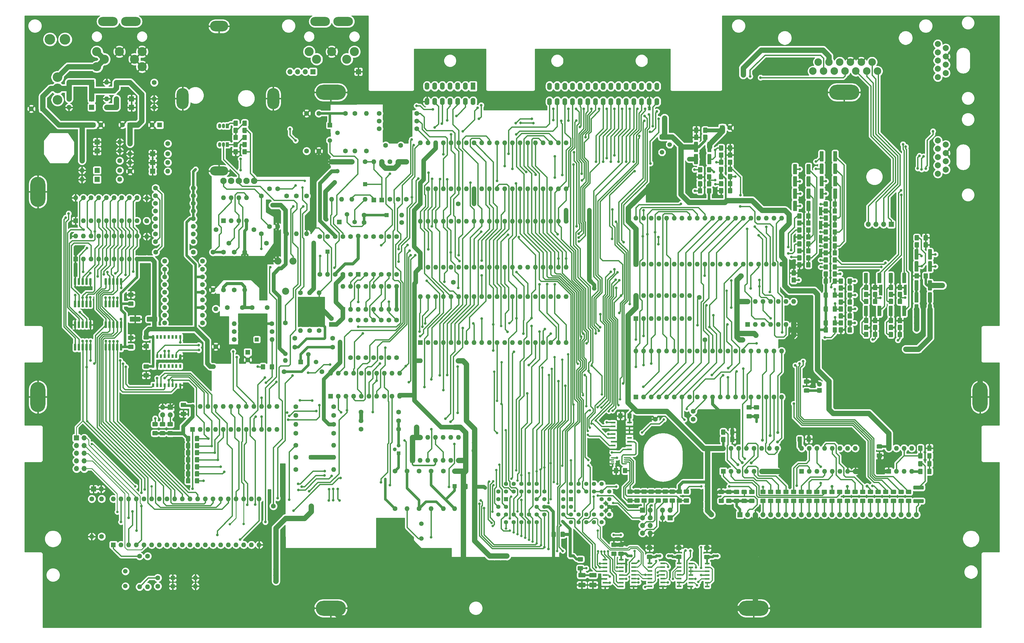
<source format=gtl>
G04 #@! TF.GenerationSoftware,KiCad,Pcbnew,(5.1.0)-1*
G04 #@! TF.CreationDate,2021-08-03T21:10:52+02:00*
G04 #@! TF.ProjectId,Atari 130XE 1MB,41746172-6920-4313-9330-584520314d42,rev?*
G04 #@! TF.SameCoordinates,Original*
G04 #@! TF.FileFunction,Copper,L1,Top*
G04 #@! TF.FilePolarity,Positive*
%FSLAX46Y46*%
G04 Gerber Fmt 4.6, Leading zero omitted, Abs format (unit mm)*
G04 Created by KiCad (PCBNEW (5.1.0)-1) date 2021-08-03 21:10:52*
%MOMM*%
%LPD*%
G04 APERTURE LIST*
%ADD10C,0.100000*%
%ADD11C,1.425000*%
%ADD12O,1.700000X1.700000*%
%ADD13R,1.700000X1.700000*%
%ADD14R,1.050000X1.500000*%
%ADD15O,1.050000X1.500000*%
%ADD16C,1.600000*%
%ADD17R,1.600000X1.600000*%
%ADD18C,1.300000*%
%ADD19O,1.600000X1.600000*%
%ADD20R,1.100000X0.400000*%
%ADD21R,1.500000X0.600000*%
%ADD22C,1.500000*%
%ADD23C,1.422400*%
%ADD24R,1.422400X1.422400*%
%ADD25C,0.700000*%
%ADD26R,0.800000X1.300000*%
%ADD27R,1.350000X1.350000*%
%ADD28C,2.500000*%
%ADD29R,1.500000X1.500000*%
%ADD30O,1.600000X2.400000*%
%ADD31C,2.000000*%
%ADD32O,6.500000X3.000000*%
%ADD33C,3.000000*%
%ADD34C,2.340000*%
%ADD35R,1.300000X1.300000*%
%ADD36R,1.600000X2.400000*%
%ADD37C,2.100000*%
%ADD38O,6.000000X3.000000*%
%ADD39O,6.000000X3.500000*%
%ADD40O,4.000000X7.000000*%
%ADD41C,3.500000*%
%ADD42C,3.200000*%
%ADD43O,10.000000X5.000000*%
%ADD44O,5.000000X10.000000*%
%ADD45C,1.000000*%
%ADD46C,1.800000*%
%ADD47C,0.900000*%
%ADD48C,0.800000*%
%ADD49C,1.778000*%
%ADD50C,0.812800*%
%ADD51C,1.524000*%
%ADD52C,1.016000*%
%ADD53C,0.406400*%
%ADD54C,0.508000*%
%ADD55C,0.609600*%
%ADD56C,1.270000*%
%ADD57C,0.254000*%
%ADD58C,0.304800*%
G04 APERTURE END LIST*
D10*
G36*
X245303304Y-175275204D02*
G01*
X245327573Y-175278804D01*
X245351371Y-175284765D01*
X245374471Y-175293030D01*
X245396649Y-175303520D01*
X245417693Y-175316133D01*
X245437398Y-175330747D01*
X245455577Y-175347223D01*
X245472053Y-175365402D01*
X245486667Y-175385107D01*
X245499280Y-175406151D01*
X245509770Y-175428329D01*
X245518035Y-175451429D01*
X245523996Y-175475227D01*
X245527596Y-175499496D01*
X245528800Y-175524000D01*
X245528800Y-176774000D01*
X245527596Y-176798504D01*
X245523996Y-176822773D01*
X245518035Y-176846571D01*
X245509770Y-176869671D01*
X245499280Y-176891849D01*
X245486667Y-176912893D01*
X245472053Y-176932598D01*
X245455577Y-176950777D01*
X245437398Y-176967253D01*
X245417693Y-176981867D01*
X245396649Y-176994480D01*
X245374471Y-177004970D01*
X245351371Y-177013235D01*
X245327573Y-177019196D01*
X245303304Y-177022796D01*
X245278800Y-177024000D01*
X244353800Y-177024000D01*
X244329296Y-177022796D01*
X244305027Y-177019196D01*
X244281229Y-177013235D01*
X244258129Y-177004970D01*
X244235951Y-176994480D01*
X244214907Y-176981867D01*
X244195202Y-176967253D01*
X244177023Y-176950777D01*
X244160547Y-176932598D01*
X244145933Y-176912893D01*
X244133320Y-176891849D01*
X244122830Y-176869671D01*
X244114565Y-176846571D01*
X244108604Y-176822773D01*
X244105004Y-176798504D01*
X244103800Y-176774000D01*
X244103800Y-175524000D01*
X244105004Y-175499496D01*
X244108604Y-175475227D01*
X244114565Y-175451429D01*
X244122830Y-175428329D01*
X244133320Y-175406151D01*
X244145933Y-175385107D01*
X244160547Y-175365402D01*
X244177023Y-175347223D01*
X244195202Y-175330747D01*
X244214907Y-175316133D01*
X244235951Y-175303520D01*
X244258129Y-175293030D01*
X244281229Y-175284765D01*
X244305027Y-175278804D01*
X244329296Y-175275204D01*
X244353800Y-175274000D01*
X245278800Y-175274000D01*
X245303304Y-175275204D01*
X245303304Y-175275204D01*
G37*
D11*
X244816300Y-176149000D03*
D10*
G36*
X248278304Y-175275204D02*
G01*
X248302573Y-175278804D01*
X248326371Y-175284765D01*
X248349471Y-175293030D01*
X248371649Y-175303520D01*
X248392693Y-175316133D01*
X248412398Y-175330747D01*
X248430577Y-175347223D01*
X248447053Y-175365402D01*
X248461667Y-175385107D01*
X248474280Y-175406151D01*
X248484770Y-175428329D01*
X248493035Y-175451429D01*
X248498996Y-175475227D01*
X248502596Y-175499496D01*
X248503800Y-175524000D01*
X248503800Y-176774000D01*
X248502596Y-176798504D01*
X248498996Y-176822773D01*
X248493035Y-176846571D01*
X248484770Y-176869671D01*
X248474280Y-176891849D01*
X248461667Y-176912893D01*
X248447053Y-176932598D01*
X248430577Y-176950777D01*
X248412398Y-176967253D01*
X248392693Y-176981867D01*
X248371649Y-176994480D01*
X248349471Y-177004970D01*
X248326371Y-177013235D01*
X248302573Y-177019196D01*
X248278304Y-177022796D01*
X248253800Y-177024000D01*
X247328800Y-177024000D01*
X247304296Y-177022796D01*
X247280027Y-177019196D01*
X247256229Y-177013235D01*
X247233129Y-177004970D01*
X247210951Y-176994480D01*
X247189907Y-176981867D01*
X247170202Y-176967253D01*
X247152023Y-176950777D01*
X247135547Y-176932598D01*
X247120933Y-176912893D01*
X247108320Y-176891849D01*
X247097830Y-176869671D01*
X247089565Y-176846571D01*
X247083604Y-176822773D01*
X247080004Y-176798504D01*
X247078800Y-176774000D01*
X247078800Y-175524000D01*
X247080004Y-175499496D01*
X247083604Y-175475227D01*
X247089565Y-175451429D01*
X247097830Y-175428329D01*
X247108320Y-175406151D01*
X247120933Y-175385107D01*
X247135547Y-175365402D01*
X247152023Y-175347223D01*
X247170202Y-175330747D01*
X247189907Y-175316133D01*
X247210951Y-175303520D01*
X247233129Y-175293030D01*
X247256229Y-175284765D01*
X247280027Y-175278804D01*
X247304296Y-175275204D01*
X247328800Y-175274000D01*
X248253800Y-175274000D01*
X248278304Y-175275204D01*
X248278304Y-175275204D01*
G37*
D11*
X247791300Y-176149000D03*
D12*
X72872600Y-200380600D03*
D13*
X70332600Y-200380600D03*
D12*
X67208400Y-193624200D03*
X64668400Y-193624200D03*
X67208400Y-191084200D03*
X64668400Y-191084200D03*
X67208400Y-188544200D03*
X64668400Y-188544200D03*
X67208400Y-186004200D03*
X64668400Y-186004200D03*
X67208400Y-183464200D03*
D13*
X64668400Y-183464200D03*
D10*
G36*
X120846504Y-85359204D02*
G01*
X120870773Y-85362804D01*
X120894571Y-85368765D01*
X120917671Y-85377030D01*
X120939849Y-85387520D01*
X120960893Y-85400133D01*
X120980598Y-85414747D01*
X120998777Y-85431223D01*
X121015253Y-85449402D01*
X121029867Y-85469107D01*
X121042480Y-85490151D01*
X121052970Y-85512329D01*
X121061235Y-85535429D01*
X121067196Y-85559227D01*
X121070796Y-85583496D01*
X121072000Y-85608000D01*
X121072000Y-86858000D01*
X121070796Y-86882504D01*
X121067196Y-86906773D01*
X121061235Y-86930571D01*
X121052970Y-86953671D01*
X121042480Y-86975849D01*
X121029867Y-86996893D01*
X121015253Y-87016598D01*
X120998777Y-87034777D01*
X120980598Y-87051253D01*
X120960893Y-87065867D01*
X120939849Y-87078480D01*
X120917671Y-87088970D01*
X120894571Y-87097235D01*
X120870773Y-87103196D01*
X120846504Y-87106796D01*
X120822000Y-87108000D01*
X119897000Y-87108000D01*
X119872496Y-87106796D01*
X119848227Y-87103196D01*
X119824429Y-87097235D01*
X119801329Y-87088970D01*
X119779151Y-87078480D01*
X119758107Y-87065867D01*
X119738402Y-87051253D01*
X119720223Y-87034777D01*
X119703747Y-87016598D01*
X119689133Y-86996893D01*
X119676520Y-86975849D01*
X119666030Y-86953671D01*
X119657765Y-86930571D01*
X119651804Y-86906773D01*
X119648204Y-86882504D01*
X119647000Y-86858000D01*
X119647000Y-85608000D01*
X119648204Y-85583496D01*
X119651804Y-85559227D01*
X119657765Y-85535429D01*
X119666030Y-85512329D01*
X119676520Y-85490151D01*
X119689133Y-85469107D01*
X119703747Y-85449402D01*
X119720223Y-85431223D01*
X119738402Y-85414747D01*
X119758107Y-85400133D01*
X119779151Y-85387520D01*
X119801329Y-85377030D01*
X119824429Y-85368765D01*
X119848227Y-85362804D01*
X119872496Y-85359204D01*
X119897000Y-85358000D01*
X120822000Y-85358000D01*
X120846504Y-85359204D01*
X120846504Y-85359204D01*
G37*
D11*
X120359500Y-86233000D03*
D10*
G36*
X117871504Y-85359204D02*
G01*
X117895773Y-85362804D01*
X117919571Y-85368765D01*
X117942671Y-85377030D01*
X117964849Y-85387520D01*
X117985893Y-85400133D01*
X118005598Y-85414747D01*
X118023777Y-85431223D01*
X118040253Y-85449402D01*
X118054867Y-85469107D01*
X118067480Y-85490151D01*
X118077970Y-85512329D01*
X118086235Y-85535429D01*
X118092196Y-85559227D01*
X118095796Y-85583496D01*
X118097000Y-85608000D01*
X118097000Y-86858000D01*
X118095796Y-86882504D01*
X118092196Y-86906773D01*
X118086235Y-86930571D01*
X118077970Y-86953671D01*
X118067480Y-86975849D01*
X118054867Y-86996893D01*
X118040253Y-87016598D01*
X118023777Y-87034777D01*
X118005598Y-87051253D01*
X117985893Y-87065867D01*
X117964849Y-87078480D01*
X117942671Y-87088970D01*
X117919571Y-87097235D01*
X117895773Y-87103196D01*
X117871504Y-87106796D01*
X117847000Y-87108000D01*
X116922000Y-87108000D01*
X116897496Y-87106796D01*
X116873227Y-87103196D01*
X116849429Y-87097235D01*
X116826329Y-87088970D01*
X116804151Y-87078480D01*
X116783107Y-87065867D01*
X116763402Y-87051253D01*
X116745223Y-87034777D01*
X116728747Y-87016598D01*
X116714133Y-86996893D01*
X116701520Y-86975849D01*
X116691030Y-86953671D01*
X116682765Y-86930571D01*
X116676804Y-86906773D01*
X116673204Y-86882504D01*
X116672000Y-86858000D01*
X116672000Y-85608000D01*
X116673204Y-85583496D01*
X116676804Y-85559227D01*
X116682765Y-85535429D01*
X116691030Y-85512329D01*
X116701520Y-85490151D01*
X116714133Y-85469107D01*
X116728747Y-85449402D01*
X116745223Y-85431223D01*
X116763402Y-85414747D01*
X116783107Y-85400133D01*
X116804151Y-85387520D01*
X116826329Y-85377030D01*
X116849429Y-85368765D01*
X116873227Y-85362804D01*
X116897496Y-85359204D01*
X116922000Y-85358000D01*
X117847000Y-85358000D01*
X117871504Y-85359204D01*
X117871504Y-85359204D01*
G37*
D11*
X117384500Y-86233000D03*
D10*
G36*
X117871504Y-87721404D02*
G01*
X117895773Y-87725004D01*
X117919571Y-87730965D01*
X117942671Y-87739230D01*
X117964849Y-87749720D01*
X117985893Y-87762333D01*
X118005598Y-87776947D01*
X118023777Y-87793423D01*
X118040253Y-87811602D01*
X118054867Y-87831307D01*
X118067480Y-87852351D01*
X118077970Y-87874529D01*
X118086235Y-87897629D01*
X118092196Y-87921427D01*
X118095796Y-87945696D01*
X118097000Y-87970200D01*
X118097000Y-89220200D01*
X118095796Y-89244704D01*
X118092196Y-89268973D01*
X118086235Y-89292771D01*
X118077970Y-89315871D01*
X118067480Y-89338049D01*
X118054867Y-89359093D01*
X118040253Y-89378798D01*
X118023777Y-89396977D01*
X118005598Y-89413453D01*
X117985893Y-89428067D01*
X117964849Y-89440680D01*
X117942671Y-89451170D01*
X117919571Y-89459435D01*
X117895773Y-89465396D01*
X117871504Y-89468996D01*
X117847000Y-89470200D01*
X116922000Y-89470200D01*
X116897496Y-89468996D01*
X116873227Y-89465396D01*
X116849429Y-89459435D01*
X116826329Y-89451170D01*
X116804151Y-89440680D01*
X116783107Y-89428067D01*
X116763402Y-89413453D01*
X116745223Y-89396977D01*
X116728747Y-89378798D01*
X116714133Y-89359093D01*
X116701520Y-89338049D01*
X116691030Y-89315871D01*
X116682765Y-89292771D01*
X116676804Y-89268973D01*
X116673204Y-89244704D01*
X116672000Y-89220200D01*
X116672000Y-87970200D01*
X116673204Y-87945696D01*
X116676804Y-87921427D01*
X116682765Y-87897629D01*
X116691030Y-87874529D01*
X116701520Y-87852351D01*
X116714133Y-87831307D01*
X116728747Y-87811602D01*
X116745223Y-87793423D01*
X116763402Y-87776947D01*
X116783107Y-87762333D01*
X116804151Y-87749720D01*
X116826329Y-87739230D01*
X116849429Y-87730965D01*
X116873227Y-87725004D01*
X116897496Y-87721404D01*
X116922000Y-87720200D01*
X117847000Y-87720200D01*
X117871504Y-87721404D01*
X117871504Y-87721404D01*
G37*
D11*
X117384500Y-88595200D03*
D10*
G36*
X120846504Y-87721404D02*
G01*
X120870773Y-87725004D01*
X120894571Y-87730965D01*
X120917671Y-87739230D01*
X120939849Y-87749720D01*
X120960893Y-87762333D01*
X120980598Y-87776947D01*
X120998777Y-87793423D01*
X121015253Y-87811602D01*
X121029867Y-87831307D01*
X121042480Y-87852351D01*
X121052970Y-87874529D01*
X121061235Y-87897629D01*
X121067196Y-87921427D01*
X121070796Y-87945696D01*
X121072000Y-87970200D01*
X121072000Y-89220200D01*
X121070796Y-89244704D01*
X121067196Y-89268973D01*
X121061235Y-89292771D01*
X121052970Y-89315871D01*
X121042480Y-89338049D01*
X121029867Y-89359093D01*
X121015253Y-89378798D01*
X120998777Y-89396977D01*
X120980598Y-89413453D01*
X120960893Y-89428067D01*
X120939849Y-89440680D01*
X120917671Y-89451170D01*
X120894571Y-89459435D01*
X120870773Y-89465396D01*
X120846504Y-89468996D01*
X120822000Y-89470200D01*
X119897000Y-89470200D01*
X119872496Y-89468996D01*
X119848227Y-89465396D01*
X119824429Y-89459435D01*
X119801329Y-89451170D01*
X119779151Y-89440680D01*
X119758107Y-89428067D01*
X119738402Y-89413453D01*
X119720223Y-89396977D01*
X119703747Y-89378798D01*
X119689133Y-89359093D01*
X119676520Y-89338049D01*
X119666030Y-89315871D01*
X119657765Y-89292771D01*
X119651804Y-89268973D01*
X119648204Y-89244704D01*
X119647000Y-89220200D01*
X119647000Y-87970200D01*
X119648204Y-87945696D01*
X119651804Y-87921427D01*
X119657765Y-87897629D01*
X119666030Y-87874529D01*
X119676520Y-87852351D01*
X119689133Y-87831307D01*
X119703747Y-87811602D01*
X119720223Y-87793423D01*
X119738402Y-87776947D01*
X119758107Y-87762333D01*
X119779151Y-87749720D01*
X119801329Y-87739230D01*
X119824429Y-87730965D01*
X119848227Y-87725004D01*
X119872496Y-87721404D01*
X119897000Y-87720200D01*
X120822000Y-87720200D01*
X120846504Y-87721404D01*
X120846504Y-87721404D01*
G37*
D11*
X120359500Y-88595200D03*
D10*
G36*
X120846504Y-80634804D02*
G01*
X120870773Y-80638404D01*
X120894571Y-80644365D01*
X120917671Y-80652630D01*
X120939849Y-80663120D01*
X120960893Y-80675733D01*
X120980598Y-80690347D01*
X120998777Y-80706823D01*
X121015253Y-80725002D01*
X121029867Y-80744707D01*
X121042480Y-80765751D01*
X121052970Y-80787929D01*
X121061235Y-80811029D01*
X121067196Y-80834827D01*
X121070796Y-80859096D01*
X121072000Y-80883600D01*
X121072000Y-82133600D01*
X121070796Y-82158104D01*
X121067196Y-82182373D01*
X121061235Y-82206171D01*
X121052970Y-82229271D01*
X121042480Y-82251449D01*
X121029867Y-82272493D01*
X121015253Y-82292198D01*
X120998777Y-82310377D01*
X120980598Y-82326853D01*
X120960893Y-82341467D01*
X120939849Y-82354080D01*
X120917671Y-82364570D01*
X120894571Y-82372835D01*
X120870773Y-82378796D01*
X120846504Y-82382396D01*
X120822000Y-82383600D01*
X119897000Y-82383600D01*
X119872496Y-82382396D01*
X119848227Y-82378796D01*
X119824429Y-82372835D01*
X119801329Y-82364570D01*
X119779151Y-82354080D01*
X119758107Y-82341467D01*
X119738402Y-82326853D01*
X119720223Y-82310377D01*
X119703747Y-82292198D01*
X119689133Y-82272493D01*
X119676520Y-82251449D01*
X119666030Y-82229271D01*
X119657765Y-82206171D01*
X119651804Y-82182373D01*
X119648204Y-82158104D01*
X119647000Y-82133600D01*
X119647000Y-80883600D01*
X119648204Y-80859096D01*
X119651804Y-80834827D01*
X119657765Y-80811029D01*
X119666030Y-80787929D01*
X119676520Y-80765751D01*
X119689133Y-80744707D01*
X119703747Y-80725002D01*
X119720223Y-80706823D01*
X119738402Y-80690347D01*
X119758107Y-80675733D01*
X119779151Y-80663120D01*
X119801329Y-80652630D01*
X119824429Y-80644365D01*
X119848227Y-80638404D01*
X119872496Y-80634804D01*
X119897000Y-80633600D01*
X120822000Y-80633600D01*
X120846504Y-80634804D01*
X120846504Y-80634804D01*
G37*
D11*
X120359500Y-81508600D03*
D10*
G36*
X117871504Y-80634804D02*
G01*
X117895773Y-80638404D01*
X117919571Y-80644365D01*
X117942671Y-80652630D01*
X117964849Y-80663120D01*
X117985893Y-80675733D01*
X118005598Y-80690347D01*
X118023777Y-80706823D01*
X118040253Y-80725002D01*
X118054867Y-80744707D01*
X118067480Y-80765751D01*
X118077970Y-80787929D01*
X118086235Y-80811029D01*
X118092196Y-80834827D01*
X118095796Y-80859096D01*
X118097000Y-80883600D01*
X118097000Y-82133600D01*
X118095796Y-82158104D01*
X118092196Y-82182373D01*
X118086235Y-82206171D01*
X118077970Y-82229271D01*
X118067480Y-82251449D01*
X118054867Y-82272493D01*
X118040253Y-82292198D01*
X118023777Y-82310377D01*
X118005598Y-82326853D01*
X117985893Y-82341467D01*
X117964849Y-82354080D01*
X117942671Y-82364570D01*
X117919571Y-82372835D01*
X117895773Y-82378796D01*
X117871504Y-82382396D01*
X117847000Y-82383600D01*
X116922000Y-82383600D01*
X116897496Y-82382396D01*
X116873227Y-82378796D01*
X116849429Y-82372835D01*
X116826329Y-82364570D01*
X116804151Y-82354080D01*
X116783107Y-82341467D01*
X116763402Y-82326853D01*
X116745223Y-82310377D01*
X116728747Y-82292198D01*
X116714133Y-82272493D01*
X116701520Y-82251449D01*
X116691030Y-82229271D01*
X116682765Y-82206171D01*
X116676804Y-82182373D01*
X116673204Y-82158104D01*
X116672000Y-82133600D01*
X116672000Y-80883600D01*
X116673204Y-80859096D01*
X116676804Y-80834827D01*
X116682765Y-80811029D01*
X116691030Y-80787929D01*
X116701520Y-80765751D01*
X116714133Y-80744707D01*
X116728747Y-80725002D01*
X116745223Y-80706823D01*
X116763402Y-80690347D01*
X116783107Y-80675733D01*
X116804151Y-80663120D01*
X116826329Y-80652630D01*
X116849429Y-80644365D01*
X116873227Y-80638404D01*
X116897496Y-80634804D01*
X116922000Y-80633600D01*
X117847000Y-80633600D01*
X117871504Y-80634804D01*
X117871504Y-80634804D01*
G37*
D11*
X117384500Y-81508600D03*
D10*
G36*
X120846504Y-78272604D02*
G01*
X120870773Y-78276204D01*
X120894571Y-78282165D01*
X120917671Y-78290430D01*
X120939849Y-78300920D01*
X120960893Y-78313533D01*
X120980598Y-78328147D01*
X120998777Y-78344623D01*
X121015253Y-78362802D01*
X121029867Y-78382507D01*
X121042480Y-78403551D01*
X121052970Y-78425729D01*
X121061235Y-78448829D01*
X121067196Y-78472627D01*
X121070796Y-78496896D01*
X121072000Y-78521400D01*
X121072000Y-79771400D01*
X121070796Y-79795904D01*
X121067196Y-79820173D01*
X121061235Y-79843971D01*
X121052970Y-79867071D01*
X121042480Y-79889249D01*
X121029867Y-79910293D01*
X121015253Y-79929998D01*
X120998777Y-79948177D01*
X120980598Y-79964653D01*
X120960893Y-79979267D01*
X120939849Y-79991880D01*
X120917671Y-80002370D01*
X120894571Y-80010635D01*
X120870773Y-80016596D01*
X120846504Y-80020196D01*
X120822000Y-80021400D01*
X119897000Y-80021400D01*
X119872496Y-80020196D01*
X119848227Y-80016596D01*
X119824429Y-80010635D01*
X119801329Y-80002370D01*
X119779151Y-79991880D01*
X119758107Y-79979267D01*
X119738402Y-79964653D01*
X119720223Y-79948177D01*
X119703747Y-79929998D01*
X119689133Y-79910293D01*
X119676520Y-79889249D01*
X119666030Y-79867071D01*
X119657765Y-79843971D01*
X119651804Y-79820173D01*
X119648204Y-79795904D01*
X119647000Y-79771400D01*
X119647000Y-78521400D01*
X119648204Y-78496896D01*
X119651804Y-78472627D01*
X119657765Y-78448829D01*
X119666030Y-78425729D01*
X119676520Y-78403551D01*
X119689133Y-78382507D01*
X119703747Y-78362802D01*
X119720223Y-78344623D01*
X119738402Y-78328147D01*
X119758107Y-78313533D01*
X119779151Y-78300920D01*
X119801329Y-78290430D01*
X119824429Y-78282165D01*
X119848227Y-78276204D01*
X119872496Y-78272604D01*
X119897000Y-78271400D01*
X120822000Y-78271400D01*
X120846504Y-78272604D01*
X120846504Y-78272604D01*
G37*
D11*
X120359500Y-79146400D03*
D10*
G36*
X117871504Y-78272604D02*
G01*
X117895773Y-78276204D01*
X117919571Y-78282165D01*
X117942671Y-78290430D01*
X117964849Y-78300920D01*
X117985893Y-78313533D01*
X118005598Y-78328147D01*
X118023777Y-78344623D01*
X118040253Y-78362802D01*
X118054867Y-78382507D01*
X118067480Y-78403551D01*
X118077970Y-78425729D01*
X118086235Y-78448829D01*
X118092196Y-78472627D01*
X118095796Y-78496896D01*
X118097000Y-78521400D01*
X118097000Y-79771400D01*
X118095796Y-79795904D01*
X118092196Y-79820173D01*
X118086235Y-79843971D01*
X118077970Y-79867071D01*
X118067480Y-79889249D01*
X118054867Y-79910293D01*
X118040253Y-79929998D01*
X118023777Y-79948177D01*
X118005598Y-79964653D01*
X117985893Y-79979267D01*
X117964849Y-79991880D01*
X117942671Y-80002370D01*
X117919571Y-80010635D01*
X117895773Y-80016596D01*
X117871504Y-80020196D01*
X117847000Y-80021400D01*
X116922000Y-80021400D01*
X116897496Y-80020196D01*
X116873227Y-80016596D01*
X116849429Y-80010635D01*
X116826329Y-80002370D01*
X116804151Y-79991880D01*
X116783107Y-79979267D01*
X116763402Y-79964653D01*
X116745223Y-79948177D01*
X116728747Y-79929998D01*
X116714133Y-79910293D01*
X116701520Y-79889249D01*
X116691030Y-79867071D01*
X116682765Y-79843971D01*
X116676804Y-79820173D01*
X116673204Y-79795904D01*
X116672000Y-79771400D01*
X116672000Y-78521400D01*
X116673204Y-78496896D01*
X116676804Y-78472627D01*
X116682765Y-78448829D01*
X116691030Y-78425729D01*
X116701520Y-78403551D01*
X116714133Y-78382507D01*
X116728747Y-78362802D01*
X116745223Y-78344623D01*
X116763402Y-78328147D01*
X116783107Y-78313533D01*
X116804151Y-78300920D01*
X116826329Y-78290430D01*
X116849429Y-78282165D01*
X116873227Y-78276204D01*
X116897496Y-78272604D01*
X116922000Y-78271400D01*
X117847000Y-78271400D01*
X117871504Y-78272604D01*
X117871504Y-78272604D01*
G37*
D11*
X117384500Y-79146400D03*
D14*
X114630200Y-86233000D03*
D15*
X112090200Y-86233000D03*
X113360200Y-86233000D03*
D14*
X114604800Y-80035400D03*
D15*
X112064800Y-80035400D03*
X113334800Y-80035400D03*
D10*
G36*
X120846504Y-82997004D02*
G01*
X120870773Y-83000604D01*
X120894571Y-83006565D01*
X120917671Y-83014830D01*
X120939849Y-83025320D01*
X120960893Y-83037933D01*
X120980598Y-83052547D01*
X120998777Y-83069023D01*
X121015253Y-83087202D01*
X121029867Y-83106907D01*
X121042480Y-83127951D01*
X121052970Y-83150129D01*
X121061235Y-83173229D01*
X121067196Y-83197027D01*
X121070796Y-83221296D01*
X121072000Y-83245800D01*
X121072000Y-84495800D01*
X121070796Y-84520304D01*
X121067196Y-84544573D01*
X121061235Y-84568371D01*
X121052970Y-84591471D01*
X121042480Y-84613649D01*
X121029867Y-84634693D01*
X121015253Y-84654398D01*
X120998777Y-84672577D01*
X120980598Y-84689053D01*
X120960893Y-84703667D01*
X120939849Y-84716280D01*
X120917671Y-84726770D01*
X120894571Y-84735035D01*
X120870773Y-84740996D01*
X120846504Y-84744596D01*
X120822000Y-84745800D01*
X119897000Y-84745800D01*
X119872496Y-84744596D01*
X119848227Y-84740996D01*
X119824429Y-84735035D01*
X119801329Y-84726770D01*
X119779151Y-84716280D01*
X119758107Y-84703667D01*
X119738402Y-84689053D01*
X119720223Y-84672577D01*
X119703747Y-84654398D01*
X119689133Y-84634693D01*
X119676520Y-84613649D01*
X119666030Y-84591471D01*
X119657765Y-84568371D01*
X119651804Y-84544573D01*
X119648204Y-84520304D01*
X119647000Y-84495800D01*
X119647000Y-83245800D01*
X119648204Y-83221296D01*
X119651804Y-83197027D01*
X119657765Y-83173229D01*
X119666030Y-83150129D01*
X119676520Y-83127951D01*
X119689133Y-83106907D01*
X119703747Y-83087202D01*
X119720223Y-83069023D01*
X119738402Y-83052547D01*
X119758107Y-83037933D01*
X119779151Y-83025320D01*
X119801329Y-83014830D01*
X119824429Y-83006565D01*
X119848227Y-83000604D01*
X119872496Y-82997004D01*
X119897000Y-82995800D01*
X120822000Y-82995800D01*
X120846504Y-82997004D01*
X120846504Y-82997004D01*
G37*
D11*
X120359500Y-83870800D03*
D10*
G36*
X117871504Y-82997004D02*
G01*
X117895773Y-83000604D01*
X117919571Y-83006565D01*
X117942671Y-83014830D01*
X117964849Y-83025320D01*
X117985893Y-83037933D01*
X118005598Y-83052547D01*
X118023777Y-83069023D01*
X118040253Y-83087202D01*
X118054867Y-83106907D01*
X118067480Y-83127951D01*
X118077970Y-83150129D01*
X118086235Y-83173229D01*
X118092196Y-83197027D01*
X118095796Y-83221296D01*
X118097000Y-83245800D01*
X118097000Y-84495800D01*
X118095796Y-84520304D01*
X118092196Y-84544573D01*
X118086235Y-84568371D01*
X118077970Y-84591471D01*
X118067480Y-84613649D01*
X118054867Y-84634693D01*
X118040253Y-84654398D01*
X118023777Y-84672577D01*
X118005598Y-84689053D01*
X117985893Y-84703667D01*
X117964849Y-84716280D01*
X117942671Y-84726770D01*
X117919571Y-84735035D01*
X117895773Y-84740996D01*
X117871504Y-84744596D01*
X117847000Y-84745800D01*
X116922000Y-84745800D01*
X116897496Y-84744596D01*
X116873227Y-84740996D01*
X116849429Y-84735035D01*
X116826329Y-84726770D01*
X116804151Y-84716280D01*
X116783107Y-84703667D01*
X116763402Y-84689053D01*
X116745223Y-84672577D01*
X116728747Y-84654398D01*
X116714133Y-84634693D01*
X116701520Y-84613649D01*
X116691030Y-84591471D01*
X116682765Y-84568371D01*
X116676804Y-84544573D01*
X116673204Y-84520304D01*
X116672000Y-84495800D01*
X116672000Y-83245800D01*
X116673204Y-83221296D01*
X116676804Y-83197027D01*
X116682765Y-83173229D01*
X116691030Y-83150129D01*
X116701520Y-83127951D01*
X116714133Y-83106907D01*
X116728747Y-83087202D01*
X116745223Y-83069023D01*
X116763402Y-83052547D01*
X116783107Y-83037933D01*
X116804151Y-83025320D01*
X116826329Y-83014830D01*
X116849429Y-83006565D01*
X116873227Y-83000604D01*
X116897496Y-82997004D01*
X116922000Y-82995800D01*
X117847000Y-82995800D01*
X117871504Y-82997004D01*
X117871504Y-82997004D01*
G37*
D11*
X117384500Y-83870800D03*
D13*
X89888400Y-95072200D03*
X89888400Y-92183200D03*
X89888400Y-89283200D03*
X71488400Y-97775200D03*
X71488400Y-94775200D03*
X71488400Y-88375200D03*
X71488400Y-85375200D03*
X82888400Y-71075200D03*
X82888400Y-73875200D03*
D16*
X79897600Y-79705200D03*
D17*
X82397600Y-79705200D03*
D13*
X69688400Y-65575200D03*
X69688400Y-71075200D03*
X69688400Y-73875200D03*
D16*
X103363000Y-100609400D03*
X90863000Y-100609400D03*
X103363000Y-103149400D03*
X90863000Y-103149400D03*
X103363000Y-108229400D03*
X90863000Y-108229400D03*
X103363000Y-105689400D03*
X90863000Y-105689400D03*
X103363000Y-110769400D03*
X90863000Y-110769400D03*
X106388400Y-130098800D03*
X93888400Y-130098800D03*
X106388400Y-135178800D03*
X93888400Y-135178800D03*
X106388400Y-140258800D03*
X93888400Y-140258800D03*
D10*
G36*
X270233504Y-89334804D02*
G01*
X270257773Y-89338404D01*
X270281571Y-89344365D01*
X270304671Y-89352630D01*
X270326849Y-89363120D01*
X270347893Y-89375733D01*
X270367598Y-89390347D01*
X270385777Y-89406823D01*
X270402253Y-89425002D01*
X270416867Y-89444707D01*
X270429480Y-89465751D01*
X270439970Y-89487929D01*
X270448235Y-89511029D01*
X270454196Y-89534827D01*
X270457796Y-89559096D01*
X270459000Y-89583600D01*
X270459000Y-92483600D01*
X270457796Y-92508104D01*
X270454196Y-92532373D01*
X270448235Y-92556171D01*
X270439970Y-92579271D01*
X270429480Y-92601449D01*
X270416867Y-92622493D01*
X270402253Y-92642198D01*
X270385777Y-92660377D01*
X270367598Y-92676853D01*
X270347893Y-92691467D01*
X270326849Y-92704080D01*
X270304671Y-92714570D01*
X270281571Y-92722835D01*
X270257773Y-92728796D01*
X270233504Y-92732396D01*
X270209000Y-92733600D01*
X269409000Y-92733600D01*
X269384496Y-92732396D01*
X269360227Y-92728796D01*
X269336429Y-92722835D01*
X269313329Y-92714570D01*
X269291151Y-92704080D01*
X269270107Y-92691467D01*
X269250402Y-92676853D01*
X269232223Y-92660377D01*
X269215747Y-92642198D01*
X269201133Y-92622493D01*
X269188520Y-92601449D01*
X269178030Y-92579271D01*
X269169765Y-92556171D01*
X269163804Y-92532373D01*
X269160204Y-92508104D01*
X269159000Y-92483600D01*
X269159000Y-89583600D01*
X269160204Y-89559096D01*
X269163804Y-89534827D01*
X269169765Y-89511029D01*
X269178030Y-89487929D01*
X269188520Y-89465751D01*
X269201133Y-89444707D01*
X269215747Y-89425002D01*
X269232223Y-89406823D01*
X269250402Y-89390347D01*
X269270107Y-89375733D01*
X269291151Y-89363120D01*
X269313329Y-89352630D01*
X269336429Y-89344365D01*
X269360227Y-89338404D01*
X269384496Y-89334804D01*
X269409000Y-89333600D01*
X270209000Y-89333600D01*
X270233504Y-89334804D01*
X270233504Y-89334804D01*
G37*
D18*
X269809000Y-91033600D03*
D10*
G36*
X274683504Y-89334804D02*
G01*
X274707773Y-89338404D01*
X274731571Y-89344365D01*
X274754671Y-89352630D01*
X274776849Y-89363120D01*
X274797893Y-89375733D01*
X274817598Y-89390347D01*
X274835777Y-89406823D01*
X274852253Y-89425002D01*
X274866867Y-89444707D01*
X274879480Y-89465751D01*
X274889970Y-89487929D01*
X274898235Y-89511029D01*
X274904196Y-89534827D01*
X274907796Y-89559096D01*
X274909000Y-89583600D01*
X274909000Y-92483600D01*
X274907796Y-92508104D01*
X274904196Y-92532373D01*
X274898235Y-92556171D01*
X274889970Y-92579271D01*
X274879480Y-92601449D01*
X274866867Y-92622493D01*
X274852253Y-92642198D01*
X274835777Y-92660377D01*
X274817598Y-92676853D01*
X274797893Y-92691467D01*
X274776849Y-92704080D01*
X274754671Y-92714570D01*
X274731571Y-92722835D01*
X274707773Y-92728796D01*
X274683504Y-92732396D01*
X274659000Y-92733600D01*
X273859000Y-92733600D01*
X273834496Y-92732396D01*
X273810227Y-92728796D01*
X273786429Y-92722835D01*
X273763329Y-92714570D01*
X273741151Y-92704080D01*
X273720107Y-92691467D01*
X273700402Y-92676853D01*
X273682223Y-92660377D01*
X273665747Y-92642198D01*
X273651133Y-92622493D01*
X273638520Y-92601449D01*
X273628030Y-92579271D01*
X273619765Y-92556171D01*
X273613804Y-92532373D01*
X273610204Y-92508104D01*
X273609000Y-92483600D01*
X273609000Y-89583600D01*
X273610204Y-89559096D01*
X273613804Y-89534827D01*
X273619765Y-89511029D01*
X273628030Y-89487929D01*
X273638520Y-89465751D01*
X273651133Y-89444707D01*
X273665747Y-89425002D01*
X273682223Y-89406823D01*
X273700402Y-89390347D01*
X273720107Y-89375733D01*
X273741151Y-89363120D01*
X273763329Y-89352630D01*
X273786429Y-89344365D01*
X273810227Y-89338404D01*
X273834496Y-89334804D01*
X273859000Y-89333600D01*
X274659000Y-89333600D01*
X274683504Y-89334804D01*
X274683504Y-89334804D01*
G37*
D18*
X274259000Y-91033600D03*
D10*
G36*
X270246204Y-85321604D02*
G01*
X270270473Y-85325204D01*
X270294271Y-85331165D01*
X270317371Y-85339430D01*
X270339549Y-85349920D01*
X270360593Y-85362533D01*
X270380298Y-85377147D01*
X270398477Y-85393623D01*
X270414953Y-85411802D01*
X270429567Y-85431507D01*
X270442180Y-85452551D01*
X270452670Y-85474729D01*
X270460935Y-85497829D01*
X270466896Y-85521627D01*
X270470496Y-85545896D01*
X270471700Y-85570400D01*
X270471700Y-88470400D01*
X270470496Y-88494904D01*
X270466896Y-88519173D01*
X270460935Y-88542971D01*
X270452670Y-88566071D01*
X270442180Y-88588249D01*
X270429567Y-88609293D01*
X270414953Y-88628998D01*
X270398477Y-88647177D01*
X270380298Y-88663653D01*
X270360593Y-88678267D01*
X270339549Y-88690880D01*
X270317371Y-88701370D01*
X270294271Y-88709635D01*
X270270473Y-88715596D01*
X270246204Y-88719196D01*
X270221700Y-88720400D01*
X269421700Y-88720400D01*
X269397196Y-88719196D01*
X269372927Y-88715596D01*
X269349129Y-88709635D01*
X269326029Y-88701370D01*
X269303851Y-88690880D01*
X269282807Y-88678267D01*
X269263102Y-88663653D01*
X269244923Y-88647177D01*
X269228447Y-88628998D01*
X269213833Y-88609293D01*
X269201220Y-88588249D01*
X269190730Y-88566071D01*
X269182465Y-88542971D01*
X269176504Y-88519173D01*
X269172904Y-88494904D01*
X269171700Y-88470400D01*
X269171700Y-85570400D01*
X269172904Y-85545896D01*
X269176504Y-85521627D01*
X269182465Y-85497829D01*
X269190730Y-85474729D01*
X269201220Y-85452551D01*
X269213833Y-85431507D01*
X269228447Y-85411802D01*
X269244923Y-85393623D01*
X269263102Y-85377147D01*
X269282807Y-85362533D01*
X269303851Y-85349920D01*
X269326029Y-85339430D01*
X269349129Y-85331165D01*
X269372927Y-85325204D01*
X269397196Y-85321604D01*
X269421700Y-85320400D01*
X270221700Y-85320400D01*
X270246204Y-85321604D01*
X270246204Y-85321604D01*
G37*
D18*
X269821700Y-87020400D03*
D10*
G36*
X274696204Y-85321604D02*
G01*
X274720473Y-85325204D01*
X274744271Y-85331165D01*
X274767371Y-85339430D01*
X274789549Y-85349920D01*
X274810593Y-85362533D01*
X274830298Y-85377147D01*
X274848477Y-85393623D01*
X274864953Y-85411802D01*
X274879567Y-85431507D01*
X274892180Y-85452551D01*
X274902670Y-85474729D01*
X274910935Y-85497829D01*
X274916896Y-85521627D01*
X274920496Y-85545896D01*
X274921700Y-85570400D01*
X274921700Y-88470400D01*
X274920496Y-88494904D01*
X274916896Y-88519173D01*
X274910935Y-88542971D01*
X274902670Y-88566071D01*
X274892180Y-88588249D01*
X274879567Y-88609293D01*
X274864953Y-88628998D01*
X274848477Y-88647177D01*
X274830298Y-88663653D01*
X274810593Y-88678267D01*
X274789549Y-88690880D01*
X274767371Y-88701370D01*
X274744271Y-88709635D01*
X274720473Y-88715596D01*
X274696204Y-88719196D01*
X274671700Y-88720400D01*
X273871700Y-88720400D01*
X273847196Y-88719196D01*
X273822927Y-88715596D01*
X273799129Y-88709635D01*
X273776029Y-88701370D01*
X273753851Y-88690880D01*
X273732807Y-88678267D01*
X273713102Y-88663653D01*
X273694923Y-88647177D01*
X273678447Y-88628998D01*
X273663833Y-88609293D01*
X273651220Y-88588249D01*
X273640730Y-88566071D01*
X273632465Y-88542971D01*
X273626504Y-88519173D01*
X273622904Y-88494904D01*
X273621700Y-88470400D01*
X273621700Y-85570400D01*
X273622904Y-85545896D01*
X273626504Y-85521627D01*
X273632465Y-85497829D01*
X273640730Y-85474729D01*
X273651220Y-85452551D01*
X273663833Y-85431507D01*
X273678447Y-85411802D01*
X273694923Y-85393623D01*
X273713102Y-85377147D01*
X273732807Y-85362533D01*
X273753851Y-85349920D01*
X273776029Y-85339430D01*
X273799129Y-85331165D01*
X273822927Y-85325204D01*
X273847196Y-85321604D01*
X273871700Y-85320400D01*
X274671700Y-85320400D01*
X274696204Y-85321604D01*
X274696204Y-85321604D01*
G37*
D18*
X274271700Y-87020400D03*
D10*
G36*
X281603104Y-86476804D02*
G01*
X281627373Y-86480404D01*
X281651171Y-86486365D01*
X281674271Y-86494630D01*
X281696449Y-86505120D01*
X281717493Y-86517733D01*
X281737198Y-86532347D01*
X281755377Y-86548823D01*
X281771853Y-86567002D01*
X281786467Y-86586707D01*
X281799080Y-86607751D01*
X281809570Y-86629929D01*
X281817835Y-86653029D01*
X281823796Y-86676827D01*
X281827396Y-86701096D01*
X281828600Y-86725600D01*
X281828600Y-87975600D01*
X281827396Y-88000104D01*
X281823796Y-88024373D01*
X281817835Y-88048171D01*
X281809570Y-88071271D01*
X281799080Y-88093449D01*
X281786467Y-88114493D01*
X281771853Y-88134198D01*
X281755377Y-88152377D01*
X281737198Y-88168853D01*
X281717493Y-88183467D01*
X281696449Y-88196080D01*
X281674271Y-88206570D01*
X281651171Y-88214835D01*
X281627373Y-88220796D01*
X281603104Y-88224396D01*
X281578600Y-88225600D01*
X280653600Y-88225600D01*
X280629096Y-88224396D01*
X280604827Y-88220796D01*
X280581029Y-88214835D01*
X280557929Y-88206570D01*
X280535751Y-88196080D01*
X280514707Y-88183467D01*
X280495002Y-88168853D01*
X280476823Y-88152377D01*
X280460347Y-88134198D01*
X280445733Y-88114493D01*
X280433120Y-88093449D01*
X280422630Y-88071271D01*
X280414365Y-88048171D01*
X280408404Y-88024373D01*
X280404804Y-88000104D01*
X280403600Y-87975600D01*
X280403600Y-86725600D01*
X280404804Y-86701096D01*
X280408404Y-86676827D01*
X280414365Y-86653029D01*
X280422630Y-86629929D01*
X280433120Y-86607751D01*
X280445733Y-86586707D01*
X280460347Y-86567002D01*
X280476823Y-86548823D01*
X280495002Y-86532347D01*
X280514707Y-86517733D01*
X280535751Y-86505120D01*
X280557929Y-86494630D01*
X280581029Y-86486365D01*
X280604827Y-86480404D01*
X280629096Y-86476804D01*
X280653600Y-86475600D01*
X281578600Y-86475600D01*
X281603104Y-86476804D01*
X281603104Y-86476804D01*
G37*
D11*
X281116100Y-87350600D03*
D10*
G36*
X278628104Y-86476804D02*
G01*
X278652373Y-86480404D01*
X278676171Y-86486365D01*
X278699271Y-86494630D01*
X278721449Y-86505120D01*
X278742493Y-86517733D01*
X278762198Y-86532347D01*
X278780377Y-86548823D01*
X278796853Y-86567002D01*
X278811467Y-86586707D01*
X278824080Y-86607751D01*
X278834570Y-86629929D01*
X278842835Y-86653029D01*
X278848796Y-86676827D01*
X278852396Y-86701096D01*
X278853600Y-86725600D01*
X278853600Y-87975600D01*
X278852396Y-88000104D01*
X278848796Y-88024373D01*
X278842835Y-88048171D01*
X278834570Y-88071271D01*
X278824080Y-88093449D01*
X278811467Y-88114493D01*
X278796853Y-88134198D01*
X278780377Y-88152377D01*
X278762198Y-88168853D01*
X278742493Y-88183467D01*
X278721449Y-88196080D01*
X278699271Y-88206570D01*
X278676171Y-88214835D01*
X278652373Y-88220796D01*
X278628104Y-88224396D01*
X278603600Y-88225600D01*
X277678600Y-88225600D01*
X277654096Y-88224396D01*
X277629827Y-88220796D01*
X277606029Y-88214835D01*
X277582929Y-88206570D01*
X277560751Y-88196080D01*
X277539707Y-88183467D01*
X277520002Y-88168853D01*
X277501823Y-88152377D01*
X277485347Y-88134198D01*
X277470733Y-88114493D01*
X277458120Y-88093449D01*
X277447630Y-88071271D01*
X277439365Y-88048171D01*
X277433404Y-88024373D01*
X277429804Y-88000104D01*
X277428600Y-87975600D01*
X277428600Y-86725600D01*
X277429804Y-86701096D01*
X277433404Y-86676827D01*
X277439365Y-86653029D01*
X277447630Y-86629929D01*
X277458120Y-86607751D01*
X277470733Y-86586707D01*
X277485347Y-86567002D01*
X277501823Y-86548823D01*
X277520002Y-86532347D01*
X277539707Y-86517733D01*
X277560751Y-86505120D01*
X277582929Y-86494630D01*
X277606029Y-86486365D01*
X277629827Y-86480404D01*
X277654096Y-86476804D01*
X277678600Y-86475600D01*
X278603600Y-86475600D01*
X278628104Y-86476804D01*
X278628104Y-86476804D01*
G37*
D11*
X278141100Y-87350600D03*
D10*
G36*
X270385804Y-80596704D02*
G01*
X270410073Y-80600304D01*
X270433871Y-80606265D01*
X270456971Y-80614530D01*
X270479149Y-80625020D01*
X270500193Y-80637633D01*
X270519898Y-80652247D01*
X270538077Y-80668723D01*
X270554553Y-80686902D01*
X270569167Y-80706607D01*
X270581780Y-80727651D01*
X270592270Y-80749829D01*
X270600535Y-80772929D01*
X270606496Y-80796727D01*
X270610096Y-80820996D01*
X270611300Y-80845500D01*
X270611300Y-82095500D01*
X270610096Y-82120004D01*
X270606496Y-82144273D01*
X270600535Y-82168071D01*
X270592270Y-82191171D01*
X270581780Y-82213349D01*
X270569167Y-82234393D01*
X270554553Y-82254098D01*
X270538077Y-82272277D01*
X270519898Y-82288753D01*
X270500193Y-82303367D01*
X270479149Y-82315980D01*
X270456971Y-82326470D01*
X270433871Y-82334735D01*
X270410073Y-82340696D01*
X270385804Y-82344296D01*
X270361300Y-82345500D01*
X269436300Y-82345500D01*
X269411796Y-82344296D01*
X269387527Y-82340696D01*
X269363729Y-82334735D01*
X269340629Y-82326470D01*
X269318451Y-82315980D01*
X269297407Y-82303367D01*
X269277702Y-82288753D01*
X269259523Y-82272277D01*
X269243047Y-82254098D01*
X269228433Y-82234393D01*
X269215820Y-82213349D01*
X269205330Y-82191171D01*
X269197065Y-82168071D01*
X269191104Y-82144273D01*
X269187504Y-82120004D01*
X269186300Y-82095500D01*
X269186300Y-80845500D01*
X269187504Y-80820996D01*
X269191104Y-80796727D01*
X269197065Y-80772929D01*
X269205330Y-80749829D01*
X269215820Y-80727651D01*
X269228433Y-80706607D01*
X269243047Y-80686902D01*
X269259523Y-80668723D01*
X269277702Y-80652247D01*
X269297407Y-80637633D01*
X269318451Y-80625020D01*
X269340629Y-80614530D01*
X269363729Y-80606265D01*
X269387527Y-80600304D01*
X269411796Y-80596704D01*
X269436300Y-80595500D01*
X270361300Y-80595500D01*
X270385804Y-80596704D01*
X270385804Y-80596704D01*
G37*
D11*
X269898800Y-81470500D03*
D10*
G36*
X273360804Y-80596704D02*
G01*
X273385073Y-80600304D01*
X273408871Y-80606265D01*
X273431971Y-80614530D01*
X273454149Y-80625020D01*
X273475193Y-80637633D01*
X273494898Y-80652247D01*
X273513077Y-80668723D01*
X273529553Y-80686902D01*
X273544167Y-80706607D01*
X273556780Y-80727651D01*
X273567270Y-80749829D01*
X273575535Y-80772929D01*
X273581496Y-80796727D01*
X273585096Y-80820996D01*
X273586300Y-80845500D01*
X273586300Y-82095500D01*
X273585096Y-82120004D01*
X273581496Y-82144273D01*
X273575535Y-82168071D01*
X273567270Y-82191171D01*
X273556780Y-82213349D01*
X273544167Y-82234393D01*
X273529553Y-82254098D01*
X273513077Y-82272277D01*
X273494898Y-82288753D01*
X273475193Y-82303367D01*
X273454149Y-82315980D01*
X273431971Y-82326470D01*
X273408871Y-82334735D01*
X273385073Y-82340696D01*
X273360804Y-82344296D01*
X273336300Y-82345500D01*
X272411300Y-82345500D01*
X272386796Y-82344296D01*
X272362527Y-82340696D01*
X272338729Y-82334735D01*
X272315629Y-82326470D01*
X272293451Y-82315980D01*
X272272407Y-82303367D01*
X272252702Y-82288753D01*
X272234523Y-82272277D01*
X272218047Y-82254098D01*
X272203433Y-82234393D01*
X272190820Y-82213349D01*
X272180330Y-82191171D01*
X272172065Y-82168071D01*
X272166104Y-82144273D01*
X272162504Y-82120004D01*
X272161300Y-82095500D01*
X272161300Y-80845500D01*
X272162504Y-80820996D01*
X272166104Y-80796727D01*
X272172065Y-80772929D01*
X272180330Y-80749829D01*
X272190820Y-80727651D01*
X272203433Y-80706607D01*
X272218047Y-80686902D01*
X272234523Y-80668723D01*
X272252702Y-80652247D01*
X272272407Y-80637633D01*
X272293451Y-80625020D01*
X272315629Y-80614530D01*
X272338729Y-80606265D01*
X272362527Y-80600304D01*
X272386796Y-80596704D01*
X272411300Y-80595500D01*
X273336300Y-80595500D01*
X273360804Y-80596704D01*
X273360804Y-80596704D01*
G37*
D11*
X272873800Y-81470500D03*
D10*
G36*
X281603104Y-91201204D02*
G01*
X281627373Y-91204804D01*
X281651171Y-91210765D01*
X281674271Y-91219030D01*
X281696449Y-91229520D01*
X281717493Y-91242133D01*
X281737198Y-91256747D01*
X281755377Y-91273223D01*
X281771853Y-91291402D01*
X281786467Y-91311107D01*
X281799080Y-91332151D01*
X281809570Y-91354329D01*
X281817835Y-91377429D01*
X281823796Y-91401227D01*
X281827396Y-91425496D01*
X281828600Y-91450000D01*
X281828600Y-92700000D01*
X281827396Y-92724504D01*
X281823796Y-92748773D01*
X281817835Y-92772571D01*
X281809570Y-92795671D01*
X281799080Y-92817849D01*
X281786467Y-92838893D01*
X281771853Y-92858598D01*
X281755377Y-92876777D01*
X281737198Y-92893253D01*
X281717493Y-92907867D01*
X281696449Y-92920480D01*
X281674271Y-92930970D01*
X281651171Y-92939235D01*
X281627373Y-92945196D01*
X281603104Y-92948796D01*
X281578600Y-92950000D01*
X280653600Y-92950000D01*
X280629096Y-92948796D01*
X280604827Y-92945196D01*
X280581029Y-92939235D01*
X280557929Y-92930970D01*
X280535751Y-92920480D01*
X280514707Y-92907867D01*
X280495002Y-92893253D01*
X280476823Y-92876777D01*
X280460347Y-92858598D01*
X280445733Y-92838893D01*
X280433120Y-92817849D01*
X280422630Y-92795671D01*
X280414365Y-92772571D01*
X280408404Y-92748773D01*
X280404804Y-92724504D01*
X280403600Y-92700000D01*
X280403600Y-91450000D01*
X280404804Y-91425496D01*
X280408404Y-91401227D01*
X280414365Y-91377429D01*
X280422630Y-91354329D01*
X280433120Y-91332151D01*
X280445733Y-91311107D01*
X280460347Y-91291402D01*
X280476823Y-91273223D01*
X280495002Y-91256747D01*
X280514707Y-91242133D01*
X280535751Y-91229520D01*
X280557929Y-91219030D01*
X280581029Y-91210765D01*
X280604827Y-91204804D01*
X280629096Y-91201204D01*
X280653600Y-91200000D01*
X281578600Y-91200000D01*
X281603104Y-91201204D01*
X281603104Y-91201204D01*
G37*
D11*
X281116100Y-92075000D03*
D10*
G36*
X278628104Y-91201204D02*
G01*
X278652373Y-91204804D01*
X278676171Y-91210765D01*
X278699271Y-91219030D01*
X278721449Y-91229520D01*
X278742493Y-91242133D01*
X278762198Y-91256747D01*
X278780377Y-91273223D01*
X278796853Y-91291402D01*
X278811467Y-91311107D01*
X278824080Y-91332151D01*
X278834570Y-91354329D01*
X278842835Y-91377429D01*
X278848796Y-91401227D01*
X278852396Y-91425496D01*
X278853600Y-91450000D01*
X278853600Y-92700000D01*
X278852396Y-92724504D01*
X278848796Y-92748773D01*
X278842835Y-92772571D01*
X278834570Y-92795671D01*
X278824080Y-92817849D01*
X278811467Y-92838893D01*
X278796853Y-92858598D01*
X278780377Y-92876777D01*
X278762198Y-92893253D01*
X278742493Y-92907867D01*
X278721449Y-92920480D01*
X278699271Y-92930970D01*
X278676171Y-92939235D01*
X278652373Y-92945196D01*
X278628104Y-92948796D01*
X278603600Y-92950000D01*
X277678600Y-92950000D01*
X277654096Y-92948796D01*
X277629827Y-92945196D01*
X277606029Y-92939235D01*
X277582929Y-92930970D01*
X277560751Y-92920480D01*
X277539707Y-92907867D01*
X277520002Y-92893253D01*
X277501823Y-92876777D01*
X277485347Y-92858598D01*
X277470733Y-92838893D01*
X277458120Y-92817849D01*
X277447630Y-92795671D01*
X277439365Y-92772571D01*
X277433404Y-92748773D01*
X277429804Y-92724504D01*
X277428600Y-92700000D01*
X277428600Y-91450000D01*
X277429804Y-91425496D01*
X277433404Y-91401227D01*
X277439365Y-91377429D01*
X277447630Y-91354329D01*
X277458120Y-91332151D01*
X277470733Y-91311107D01*
X277485347Y-91291402D01*
X277501823Y-91273223D01*
X277520002Y-91256747D01*
X277539707Y-91242133D01*
X277560751Y-91229520D01*
X277582929Y-91219030D01*
X277606029Y-91210765D01*
X277629827Y-91204804D01*
X277654096Y-91201204D01*
X277678600Y-91200000D01*
X278603600Y-91200000D01*
X278628104Y-91201204D01*
X278628104Y-91201204D01*
G37*
D11*
X278141100Y-92075000D03*
D10*
G36*
X278628104Y-98313204D02*
G01*
X278652373Y-98316804D01*
X278676171Y-98322765D01*
X278699271Y-98331030D01*
X278721449Y-98341520D01*
X278742493Y-98354133D01*
X278762198Y-98368747D01*
X278780377Y-98385223D01*
X278796853Y-98403402D01*
X278811467Y-98423107D01*
X278824080Y-98444151D01*
X278834570Y-98466329D01*
X278842835Y-98489429D01*
X278848796Y-98513227D01*
X278852396Y-98537496D01*
X278853600Y-98562000D01*
X278853600Y-99812000D01*
X278852396Y-99836504D01*
X278848796Y-99860773D01*
X278842835Y-99884571D01*
X278834570Y-99907671D01*
X278824080Y-99929849D01*
X278811467Y-99950893D01*
X278796853Y-99970598D01*
X278780377Y-99988777D01*
X278762198Y-100005253D01*
X278742493Y-100019867D01*
X278721449Y-100032480D01*
X278699271Y-100042970D01*
X278676171Y-100051235D01*
X278652373Y-100057196D01*
X278628104Y-100060796D01*
X278603600Y-100062000D01*
X277678600Y-100062000D01*
X277654096Y-100060796D01*
X277629827Y-100057196D01*
X277606029Y-100051235D01*
X277582929Y-100042970D01*
X277560751Y-100032480D01*
X277539707Y-100019867D01*
X277520002Y-100005253D01*
X277501823Y-99988777D01*
X277485347Y-99970598D01*
X277470733Y-99950893D01*
X277458120Y-99929849D01*
X277447630Y-99907671D01*
X277439365Y-99884571D01*
X277433404Y-99860773D01*
X277429804Y-99836504D01*
X277428600Y-99812000D01*
X277428600Y-98562000D01*
X277429804Y-98537496D01*
X277433404Y-98513227D01*
X277439365Y-98489429D01*
X277447630Y-98466329D01*
X277458120Y-98444151D01*
X277470733Y-98423107D01*
X277485347Y-98403402D01*
X277501823Y-98385223D01*
X277520002Y-98368747D01*
X277539707Y-98354133D01*
X277560751Y-98341520D01*
X277582929Y-98331030D01*
X277606029Y-98322765D01*
X277629827Y-98316804D01*
X277654096Y-98313204D01*
X277678600Y-98312000D01*
X278603600Y-98312000D01*
X278628104Y-98313204D01*
X278628104Y-98313204D01*
G37*
D11*
X278141100Y-99187000D03*
D10*
G36*
X281603104Y-98313204D02*
G01*
X281627373Y-98316804D01*
X281651171Y-98322765D01*
X281674271Y-98331030D01*
X281696449Y-98341520D01*
X281717493Y-98354133D01*
X281737198Y-98368747D01*
X281755377Y-98385223D01*
X281771853Y-98403402D01*
X281786467Y-98423107D01*
X281799080Y-98444151D01*
X281809570Y-98466329D01*
X281817835Y-98489429D01*
X281823796Y-98513227D01*
X281827396Y-98537496D01*
X281828600Y-98562000D01*
X281828600Y-99812000D01*
X281827396Y-99836504D01*
X281823796Y-99860773D01*
X281817835Y-99884571D01*
X281809570Y-99907671D01*
X281799080Y-99929849D01*
X281786467Y-99950893D01*
X281771853Y-99970598D01*
X281755377Y-99988777D01*
X281737198Y-100005253D01*
X281717493Y-100019867D01*
X281696449Y-100032480D01*
X281674271Y-100042970D01*
X281651171Y-100051235D01*
X281627373Y-100057196D01*
X281603104Y-100060796D01*
X281578600Y-100062000D01*
X280653600Y-100062000D01*
X280629096Y-100060796D01*
X280604827Y-100057196D01*
X280581029Y-100051235D01*
X280557929Y-100042970D01*
X280535751Y-100032480D01*
X280514707Y-100019867D01*
X280495002Y-100005253D01*
X280476823Y-99988777D01*
X280460347Y-99970598D01*
X280445733Y-99950893D01*
X280433120Y-99929849D01*
X280422630Y-99907671D01*
X280414365Y-99884571D01*
X280408404Y-99860773D01*
X280404804Y-99836504D01*
X280403600Y-99812000D01*
X280403600Y-98562000D01*
X280404804Y-98537496D01*
X280408404Y-98513227D01*
X280414365Y-98489429D01*
X280422630Y-98466329D01*
X280433120Y-98444151D01*
X280445733Y-98423107D01*
X280460347Y-98403402D01*
X280476823Y-98385223D01*
X280495002Y-98368747D01*
X280514707Y-98354133D01*
X280535751Y-98341520D01*
X280557929Y-98331030D01*
X280581029Y-98322765D01*
X280604827Y-98316804D01*
X280629096Y-98313204D01*
X280653600Y-98312000D01*
X281578600Y-98312000D01*
X281603104Y-98313204D01*
X281603104Y-98313204D01*
G37*
D11*
X281116100Y-99187000D03*
D10*
G36*
X271665904Y-98351304D02*
G01*
X271690173Y-98354904D01*
X271713971Y-98360865D01*
X271737071Y-98369130D01*
X271759249Y-98379620D01*
X271780293Y-98392233D01*
X271799998Y-98406847D01*
X271818177Y-98423323D01*
X271834653Y-98441502D01*
X271849267Y-98461207D01*
X271861880Y-98482251D01*
X271872370Y-98504429D01*
X271880635Y-98527529D01*
X271886596Y-98551327D01*
X271890196Y-98575596D01*
X271891400Y-98600100D01*
X271891400Y-99850100D01*
X271890196Y-99874604D01*
X271886596Y-99898873D01*
X271880635Y-99922671D01*
X271872370Y-99945771D01*
X271861880Y-99967949D01*
X271849267Y-99988993D01*
X271834653Y-100008698D01*
X271818177Y-100026877D01*
X271799998Y-100043353D01*
X271780293Y-100057967D01*
X271759249Y-100070580D01*
X271737071Y-100081070D01*
X271713971Y-100089335D01*
X271690173Y-100095296D01*
X271665904Y-100098896D01*
X271641400Y-100100100D01*
X270716400Y-100100100D01*
X270691896Y-100098896D01*
X270667627Y-100095296D01*
X270643829Y-100089335D01*
X270620729Y-100081070D01*
X270598551Y-100070580D01*
X270577507Y-100057967D01*
X270557802Y-100043353D01*
X270539623Y-100026877D01*
X270523147Y-100008698D01*
X270508533Y-99988993D01*
X270495920Y-99967949D01*
X270485430Y-99945771D01*
X270477165Y-99922671D01*
X270471204Y-99898873D01*
X270467604Y-99874604D01*
X270466400Y-99850100D01*
X270466400Y-98600100D01*
X270467604Y-98575596D01*
X270471204Y-98551327D01*
X270477165Y-98527529D01*
X270485430Y-98504429D01*
X270495920Y-98482251D01*
X270508533Y-98461207D01*
X270523147Y-98441502D01*
X270539623Y-98423323D01*
X270557802Y-98406847D01*
X270577507Y-98392233D01*
X270598551Y-98379620D01*
X270620729Y-98369130D01*
X270643829Y-98360865D01*
X270667627Y-98354904D01*
X270691896Y-98351304D01*
X270716400Y-98350100D01*
X271641400Y-98350100D01*
X271665904Y-98351304D01*
X271665904Y-98351304D01*
G37*
D11*
X271178900Y-99225100D03*
D10*
G36*
X274640904Y-98351304D02*
G01*
X274665173Y-98354904D01*
X274688971Y-98360865D01*
X274712071Y-98369130D01*
X274734249Y-98379620D01*
X274755293Y-98392233D01*
X274774998Y-98406847D01*
X274793177Y-98423323D01*
X274809653Y-98441502D01*
X274824267Y-98461207D01*
X274836880Y-98482251D01*
X274847370Y-98504429D01*
X274855635Y-98527529D01*
X274861596Y-98551327D01*
X274865196Y-98575596D01*
X274866400Y-98600100D01*
X274866400Y-99850100D01*
X274865196Y-99874604D01*
X274861596Y-99898873D01*
X274855635Y-99922671D01*
X274847370Y-99945771D01*
X274836880Y-99967949D01*
X274824267Y-99988993D01*
X274809653Y-100008698D01*
X274793177Y-100026877D01*
X274774998Y-100043353D01*
X274755293Y-100057967D01*
X274734249Y-100070580D01*
X274712071Y-100081070D01*
X274688971Y-100089335D01*
X274665173Y-100095296D01*
X274640904Y-100098896D01*
X274616400Y-100100100D01*
X273691400Y-100100100D01*
X273666896Y-100098896D01*
X273642627Y-100095296D01*
X273618829Y-100089335D01*
X273595729Y-100081070D01*
X273573551Y-100070580D01*
X273552507Y-100057967D01*
X273532802Y-100043353D01*
X273514623Y-100026877D01*
X273498147Y-100008698D01*
X273483533Y-99988993D01*
X273470920Y-99967949D01*
X273460430Y-99945771D01*
X273452165Y-99922671D01*
X273446204Y-99898873D01*
X273442604Y-99874604D01*
X273441400Y-99850100D01*
X273441400Y-98600100D01*
X273442604Y-98575596D01*
X273446204Y-98551327D01*
X273452165Y-98527529D01*
X273460430Y-98504429D01*
X273470920Y-98482251D01*
X273483533Y-98461207D01*
X273498147Y-98441502D01*
X273514623Y-98423323D01*
X273532802Y-98406847D01*
X273552507Y-98392233D01*
X273573551Y-98379620D01*
X273595729Y-98369130D01*
X273618829Y-98360865D01*
X273642627Y-98354904D01*
X273666896Y-98351304D01*
X273691400Y-98350100D01*
X274616400Y-98350100D01*
X274640904Y-98351304D01*
X274640904Y-98351304D01*
G37*
D11*
X274153900Y-99225100D03*
D10*
G36*
X278628104Y-93576104D02*
G01*
X278652373Y-93579704D01*
X278676171Y-93585665D01*
X278699271Y-93593930D01*
X278721449Y-93604420D01*
X278742493Y-93617033D01*
X278762198Y-93631647D01*
X278780377Y-93648123D01*
X278796853Y-93666302D01*
X278811467Y-93686007D01*
X278824080Y-93707051D01*
X278834570Y-93729229D01*
X278842835Y-93752329D01*
X278848796Y-93776127D01*
X278852396Y-93800396D01*
X278853600Y-93824900D01*
X278853600Y-95074900D01*
X278852396Y-95099404D01*
X278848796Y-95123673D01*
X278842835Y-95147471D01*
X278834570Y-95170571D01*
X278824080Y-95192749D01*
X278811467Y-95213793D01*
X278796853Y-95233498D01*
X278780377Y-95251677D01*
X278762198Y-95268153D01*
X278742493Y-95282767D01*
X278721449Y-95295380D01*
X278699271Y-95305870D01*
X278676171Y-95314135D01*
X278652373Y-95320096D01*
X278628104Y-95323696D01*
X278603600Y-95324900D01*
X277678600Y-95324900D01*
X277654096Y-95323696D01*
X277629827Y-95320096D01*
X277606029Y-95314135D01*
X277582929Y-95305870D01*
X277560751Y-95295380D01*
X277539707Y-95282767D01*
X277520002Y-95268153D01*
X277501823Y-95251677D01*
X277485347Y-95233498D01*
X277470733Y-95213793D01*
X277458120Y-95192749D01*
X277447630Y-95170571D01*
X277439365Y-95147471D01*
X277433404Y-95123673D01*
X277429804Y-95099404D01*
X277428600Y-95074900D01*
X277428600Y-93824900D01*
X277429804Y-93800396D01*
X277433404Y-93776127D01*
X277439365Y-93752329D01*
X277447630Y-93729229D01*
X277458120Y-93707051D01*
X277470733Y-93686007D01*
X277485347Y-93666302D01*
X277501823Y-93648123D01*
X277520002Y-93631647D01*
X277539707Y-93617033D01*
X277560751Y-93604420D01*
X277582929Y-93593930D01*
X277606029Y-93585665D01*
X277629827Y-93579704D01*
X277654096Y-93576104D01*
X277678600Y-93574900D01*
X278603600Y-93574900D01*
X278628104Y-93576104D01*
X278628104Y-93576104D01*
G37*
D11*
X278141100Y-94449900D03*
D10*
G36*
X281603104Y-93576104D02*
G01*
X281627373Y-93579704D01*
X281651171Y-93585665D01*
X281674271Y-93593930D01*
X281696449Y-93604420D01*
X281717493Y-93617033D01*
X281737198Y-93631647D01*
X281755377Y-93648123D01*
X281771853Y-93666302D01*
X281786467Y-93686007D01*
X281799080Y-93707051D01*
X281809570Y-93729229D01*
X281817835Y-93752329D01*
X281823796Y-93776127D01*
X281827396Y-93800396D01*
X281828600Y-93824900D01*
X281828600Y-95074900D01*
X281827396Y-95099404D01*
X281823796Y-95123673D01*
X281817835Y-95147471D01*
X281809570Y-95170571D01*
X281799080Y-95192749D01*
X281786467Y-95213793D01*
X281771853Y-95233498D01*
X281755377Y-95251677D01*
X281737198Y-95268153D01*
X281717493Y-95282767D01*
X281696449Y-95295380D01*
X281674271Y-95305870D01*
X281651171Y-95314135D01*
X281627373Y-95320096D01*
X281603104Y-95323696D01*
X281578600Y-95324900D01*
X280653600Y-95324900D01*
X280629096Y-95323696D01*
X280604827Y-95320096D01*
X280581029Y-95314135D01*
X280557929Y-95305870D01*
X280535751Y-95295380D01*
X280514707Y-95282767D01*
X280495002Y-95268153D01*
X280476823Y-95251677D01*
X280460347Y-95233498D01*
X280445733Y-95213793D01*
X280433120Y-95192749D01*
X280422630Y-95170571D01*
X280414365Y-95147471D01*
X280408404Y-95123673D01*
X280404804Y-95099404D01*
X280403600Y-95074900D01*
X280403600Y-93824900D01*
X280404804Y-93800396D01*
X280408404Y-93776127D01*
X280414365Y-93752329D01*
X280422630Y-93729229D01*
X280433120Y-93707051D01*
X280445733Y-93686007D01*
X280460347Y-93666302D01*
X280476823Y-93648123D01*
X280495002Y-93631647D01*
X280514707Y-93617033D01*
X280535751Y-93604420D01*
X280557929Y-93593930D01*
X280581029Y-93585665D01*
X280604827Y-93579704D01*
X280629096Y-93576104D01*
X280653600Y-93574900D01*
X281578600Y-93574900D01*
X281603104Y-93576104D01*
X281603104Y-93576104D01*
G37*
D11*
X281116100Y-94449900D03*
D10*
G36*
X278628104Y-95963704D02*
G01*
X278652373Y-95967304D01*
X278676171Y-95973265D01*
X278699271Y-95981530D01*
X278721449Y-95992020D01*
X278742493Y-96004633D01*
X278762198Y-96019247D01*
X278780377Y-96035723D01*
X278796853Y-96053902D01*
X278811467Y-96073607D01*
X278824080Y-96094651D01*
X278834570Y-96116829D01*
X278842835Y-96139929D01*
X278848796Y-96163727D01*
X278852396Y-96187996D01*
X278853600Y-96212500D01*
X278853600Y-97462500D01*
X278852396Y-97487004D01*
X278848796Y-97511273D01*
X278842835Y-97535071D01*
X278834570Y-97558171D01*
X278824080Y-97580349D01*
X278811467Y-97601393D01*
X278796853Y-97621098D01*
X278780377Y-97639277D01*
X278762198Y-97655753D01*
X278742493Y-97670367D01*
X278721449Y-97682980D01*
X278699271Y-97693470D01*
X278676171Y-97701735D01*
X278652373Y-97707696D01*
X278628104Y-97711296D01*
X278603600Y-97712500D01*
X277678600Y-97712500D01*
X277654096Y-97711296D01*
X277629827Y-97707696D01*
X277606029Y-97701735D01*
X277582929Y-97693470D01*
X277560751Y-97682980D01*
X277539707Y-97670367D01*
X277520002Y-97655753D01*
X277501823Y-97639277D01*
X277485347Y-97621098D01*
X277470733Y-97601393D01*
X277458120Y-97580349D01*
X277447630Y-97558171D01*
X277439365Y-97535071D01*
X277433404Y-97511273D01*
X277429804Y-97487004D01*
X277428600Y-97462500D01*
X277428600Y-96212500D01*
X277429804Y-96187996D01*
X277433404Y-96163727D01*
X277439365Y-96139929D01*
X277447630Y-96116829D01*
X277458120Y-96094651D01*
X277470733Y-96073607D01*
X277485347Y-96053902D01*
X277501823Y-96035723D01*
X277520002Y-96019247D01*
X277539707Y-96004633D01*
X277560751Y-95992020D01*
X277582929Y-95981530D01*
X277606029Y-95973265D01*
X277629827Y-95967304D01*
X277654096Y-95963704D01*
X277678600Y-95962500D01*
X278603600Y-95962500D01*
X278628104Y-95963704D01*
X278628104Y-95963704D01*
G37*
D11*
X278141100Y-96837500D03*
D10*
G36*
X281603104Y-95963704D02*
G01*
X281627373Y-95967304D01*
X281651171Y-95973265D01*
X281674271Y-95981530D01*
X281696449Y-95992020D01*
X281717493Y-96004633D01*
X281737198Y-96019247D01*
X281755377Y-96035723D01*
X281771853Y-96053902D01*
X281786467Y-96073607D01*
X281799080Y-96094651D01*
X281809570Y-96116829D01*
X281817835Y-96139929D01*
X281823796Y-96163727D01*
X281827396Y-96187996D01*
X281828600Y-96212500D01*
X281828600Y-97462500D01*
X281827396Y-97487004D01*
X281823796Y-97511273D01*
X281817835Y-97535071D01*
X281809570Y-97558171D01*
X281799080Y-97580349D01*
X281786467Y-97601393D01*
X281771853Y-97621098D01*
X281755377Y-97639277D01*
X281737198Y-97655753D01*
X281717493Y-97670367D01*
X281696449Y-97682980D01*
X281674271Y-97693470D01*
X281651171Y-97701735D01*
X281627373Y-97707696D01*
X281603104Y-97711296D01*
X281578600Y-97712500D01*
X280653600Y-97712500D01*
X280629096Y-97711296D01*
X280604827Y-97707696D01*
X280581029Y-97701735D01*
X280557929Y-97693470D01*
X280535751Y-97682980D01*
X280514707Y-97670367D01*
X280495002Y-97655753D01*
X280476823Y-97639277D01*
X280460347Y-97621098D01*
X280445733Y-97601393D01*
X280433120Y-97580349D01*
X280422630Y-97558171D01*
X280414365Y-97535071D01*
X280408404Y-97511273D01*
X280404804Y-97487004D01*
X280403600Y-97462500D01*
X280403600Y-96212500D01*
X280404804Y-96187996D01*
X280408404Y-96163727D01*
X280414365Y-96139929D01*
X280422630Y-96116829D01*
X280433120Y-96094651D01*
X280445733Y-96073607D01*
X280460347Y-96053902D01*
X280476823Y-96035723D01*
X280495002Y-96019247D01*
X280514707Y-96004633D01*
X280535751Y-95992020D01*
X280557929Y-95981530D01*
X280581029Y-95973265D01*
X280604827Y-95967304D01*
X280629096Y-95963704D01*
X280653600Y-95962500D01*
X281578600Y-95962500D01*
X281603104Y-95963704D01*
X281603104Y-95963704D01*
G37*
D11*
X281116100Y-96837500D03*
D10*
G36*
X271655804Y-100675404D02*
G01*
X271680073Y-100679004D01*
X271703871Y-100684965D01*
X271726971Y-100693230D01*
X271749149Y-100703720D01*
X271770193Y-100716333D01*
X271789898Y-100730947D01*
X271808077Y-100747423D01*
X271824553Y-100765602D01*
X271839167Y-100785307D01*
X271851780Y-100806351D01*
X271862270Y-100828529D01*
X271870535Y-100851629D01*
X271876496Y-100875427D01*
X271880096Y-100899696D01*
X271881300Y-100924200D01*
X271881300Y-102174200D01*
X271880096Y-102198704D01*
X271876496Y-102222973D01*
X271870535Y-102246771D01*
X271862270Y-102269871D01*
X271851780Y-102292049D01*
X271839167Y-102313093D01*
X271824553Y-102332798D01*
X271808077Y-102350977D01*
X271789898Y-102367453D01*
X271770193Y-102382067D01*
X271749149Y-102394680D01*
X271726971Y-102405170D01*
X271703871Y-102413435D01*
X271680073Y-102419396D01*
X271655804Y-102422996D01*
X271631300Y-102424200D01*
X270706300Y-102424200D01*
X270681796Y-102422996D01*
X270657527Y-102419396D01*
X270633729Y-102413435D01*
X270610629Y-102405170D01*
X270588451Y-102394680D01*
X270567407Y-102382067D01*
X270547702Y-102367453D01*
X270529523Y-102350977D01*
X270513047Y-102332798D01*
X270498433Y-102313093D01*
X270485820Y-102292049D01*
X270475330Y-102269871D01*
X270467065Y-102246771D01*
X270461104Y-102222973D01*
X270457504Y-102198704D01*
X270456300Y-102174200D01*
X270456300Y-100924200D01*
X270457504Y-100899696D01*
X270461104Y-100875427D01*
X270467065Y-100851629D01*
X270475330Y-100828529D01*
X270485820Y-100806351D01*
X270498433Y-100785307D01*
X270513047Y-100765602D01*
X270529523Y-100747423D01*
X270547702Y-100730947D01*
X270567407Y-100716333D01*
X270588451Y-100703720D01*
X270610629Y-100693230D01*
X270633729Y-100684965D01*
X270657527Y-100679004D01*
X270681796Y-100675404D01*
X270706300Y-100674200D01*
X271631300Y-100674200D01*
X271655804Y-100675404D01*
X271655804Y-100675404D01*
G37*
D11*
X271168800Y-101549200D03*
D10*
G36*
X274630804Y-100675404D02*
G01*
X274655073Y-100679004D01*
X274678871Y-100684965D01*
X274701971Y-100693230D01*
X274724149Y-100703720D01*
X274745193Y-100716333D01*
X274764898Y-100730947D01*
X274783077Y-100747423D01*
X274799553Y-100765602D01*
X274814167Y-100785307D01*
X274826780Y-100806351D01*
X274837270Y-100828529D01*
X274845535Y-100851629D01*
X274851496Y-100875427D01*
X274855096Y-100899696D01*
X274856300Y-100924200D01*
X274856300Y-102174200D01*
X274855096Y-102198704D01*
X274851496Y-102222973D01*
X274845535Y-102246771D01*
X274837270Y-102269871D01*
X274826780Y-102292049D01*
X274814167Y-102313093D01*
X274799553Y-102332798D01*
X274783077Y-102350977D01*
X274764898Y-102367453D01*
X274745193Y-102382067D01*
X274724149Y-102394680D01*
X274701971Y-102405170D01*
X274678871Y-102413435D01*
X274655073Y-102419396D01*
X274630804Y-102422996D01*
X274606300Y-102424200D01*
X273681300Y-102424200D01*
X273656796Y-102422996D01*
X273632527Y-102419396D01*
X273608729Y-102413435D01*
X273585629Y-102405170D01*
X273563451Y-102394680D01*
X273542407Y-102382067D01*
X273522702Y-102367453D01*
X273504523Y-102350977D01*
X273488047Y-102332798D01*
X273473433Y-102313093D01*
X273460820Y-102292049D01*
X273450330Y-102269871D01*
X273442065Y-102246771D01*
X273436104Y-102222973D01*
X273432504Y-102198704D01*
X273431300Y-102174200D01*
X273431300Y-100924200D01*
X273432504Y-100899696D01*
X273436104Y-100875427D01*
X273442065Y-100851629D01*
X273450330Y-100828529D01*
X273460820Y-100806351D01*
X273473433Y-100785307D01*
X273488047Y-100765602D01*
X273504523Y-100747423D01*
X273522702Y-100730947D01*
X273542407Y-100716333D01*
X273563451Y-100703720D01*
X273585629Y-100693230D01*
X273608729Y-100684965D01*
X273632527Y-100679004D01*
X273656796Y-100675404D01*
X273681300Y-100674200D01*
X274606300Y-100674200D01*
X274630804Y-100675404D01*
X274630804Y-100675404D01*
G37*
D11*
X274143800Y-101549200D03*
D10*
G36*
X271681204Y-93690404D02*
G01*
X271705473Y-93694004D01*
X271729271Y-93699965D01*
X271752371Y-93708230D01*
X271774549Y-93718720D01*
X271795593Y-93731333D01*
X271815298Y-93745947D01*
X271833477Y-93762423D01*
X271849953Y-93780602D01*
X271864567Y-93800307D01*
X271877180Y-93821351D01*
X271887670Y-93843529D01*
X271895935Y-93866629D01*
X271901896Y-93890427D01*
X271905496Y-93914696D01*
X271906700Y-93939200D01*
X271906700Y-95189200D01*
X271905496Y-95213704D01*
X271901896Y-95237973D01*
X271895935Y-95261771D01*
X271887670Y-95284871D01*
X271877180Y-95307049D01*
X271864567Y-95328093D01*
X271849953Y-95347798D01*
X271833477Y-95365977D01*
X271815298Y-95382453D01*
X271795593Y-95397067D01*
X271774549Y-95409680D01*
X271752371Y-95420170D01*
X271729271Y-95428435D01*
X271705473Y-95434396D01*
X271681204Y-95437996D01*
X271656700Y-95439200D01*
X270731700Y-95439200D01*
X270707196Y-95437996D01*
X270682927Y-95434396D01*
X270659129Y-95428435D01*
X270636029Y-95420170D01*
X270613851Y-95409680D01*
X270592807Y-95397067D01*
X270573102Y-95382453D01*
X270554923Y-95365977D01*
X270538447Y-95347798D01*
X270523833Y-95328093D01*
X270511220Y-95307049D01*
X270500730Y-95284871D01*
X270492465Y-95261771D01*
X270486504Y-95237973D01*
X270482904Y-95213704D01*
X270481700Y-95189200D01*
X270481700Y-93939200D01*
X270482904Y-93914696D01*
X270486504Y-93890427D01*
X270492465Y-93866629D01*
X270500730Y-93843529D01*
X270511220Y-93821351D01*
X270523833Y-93800307D01*
X270538447Y-93780602D01*
X270554923Y-93762423D01*
X270573102Y-93745947D01*
X270592807Y-93731333D01*
X270613851Y-93718720D01*
X270636029Y-93708230D01*
X270659129Y-93699965D01*
X270682927Y-93694004D01*
X270707196Y-93690404D01*
X270731700Y-93689200D01*
X271656700Y-93689200D01*
X271681204Y-93690404D01*
X271681204Y-93690404D01*
G37*
D11*
X271194200Y-94564200D03*
D10*
G36*
X274656204Y-93690404D02*
G01*
X274680473Y-93694004D01*
X274704271Y-93699965D01*
X274727371Y-93708230D01*
X274749549Y-93718720D01*
X274770593Y-93731333D01*
X274790298Y-93745947D01*
X274808477Y-93762423D01*
X274824953Y-93780602D01*
X274839567Y-93800307D01*
X274852180Y-93821351D01*
X274862670Y-93843529D01*
X274870935Y-93866629D01*
X274876896Y-93890427D01*
X274880496Y-93914696D01*
X274881700Y-93939200D01*
X274881700Y-95189200D01*
X274880496Y-95213704D01*
X274876896Y-95237973D01*
X274870935Y-95261771D01*
X274862670Y-95284871D01*
X274852180Y-95307049D01*
X274839567Y-95328093D01*
X274824953Y-95347798D01*
X274808477Y-95365977D01*
X274790298Y-95382453D01*
X274770593Y-95397067D01*
X274749549Y-95409680D01*
X274727371Y-95420170D01*
X274704271Y-95428435D01*
X274680473Y-95434396D01*
X274656204Y-95437996D01*
X274631700Y-95439200D01*
X273706700Y-95439200D01*
X273682196Y-95437996D01*
X273657927Y-95434396D01*
X273634129Y-95428435D01*
X273611029Y-95420170D01*
X273588851Y-95409680D01*
X273567807Y-95397067D01*
X273548102Y-95382453D01*
X273529923Y-95365977D01*
X273513447Y-95347798D01*
X273498833Y-95328093D01*
X273486220Y-95307049D01*
X273475730Y-95284871D01*
X273467465Y-95261771D01*
X273461504Y-95237973D01*
X273457904Y-95213704D01*
X273456700Y-95189200D01*
X273456700Y-93939200D01*
X273457904Y-93914696D01*
X273461504Y-93890427D01*
X273467465Y-93866629D01*
X273475730Y-93843529D01*
X273486220Y-93821351D01*
X273498833Y-93800307D01*
X273513447Y-93780602D01*
X273529923Y-93762423D01*
X273548102Y-93745947D01*
X273567807Y-93731333D01*
X273588851Y-93718720D01*
X273611029Y-93708230D01*
X273634129Y-93699965D01*
X273657927Y-93694004D01*
X273682196Y-93690404D01*
X273706700Y-93689200D01*
X274631700Y-93689200D01*
X274656204Y-93690404D01*
X274656204Y-93690404D01*
G37*
D11*
X274169200Y-94564200D03*
D10*
G36*
X281603104Y-88826304D02*
G01*
X281627373Y-88829904D01*
X281651171Y-88835865D01*
X281674271Y-88844130D01*
X281696449Y-88854620D01*
X281717493Y-88867233D01*
X281737198Y-88881847D01*
X281755377Y-88898323D01*
X281771853Y-88916502D01*
X281786467Y-88936207D01*
X281799080Y-88957251D01*
X281809570Y-88979429D01*
X281817835Y-89002529D01*
X281823796Y-89026327D01*
X281827396Y-89050596D01*
X281828600Y-89075100D01*
X281828600Y-90325100D01*
X281827396Y-90349604D01*
X281823796Y-90373873D01*
X281817835Y-90397671D01*
X281809570Y-90420771D01*
X281799080Y-90442949D01*
X281786467Y-90463993D01*
X281771853Y-90483698D01*
X281755377Y-90501877D01*
X281737198Y-90518353D01*
X281717493Y-90532967D01*
X281696449Y-90545580D01*
X281674271Y-90556070D01*
X281651171Y-90564335D01*
X281627373Y-90570296D01*
X281603104Y-90573896D01*
X281578600Y-90575100D01*
X280653600Y-90575100D01*
X280629096Y-90573896D01*
X280604827Y-90570296D01*
X280581029Y-90564335D01*
X280557929Y-90556070D01*
X280535751Y-90545580D01*
X280514707Y-90532967D01*
X280495002Y-90518353D01*
X280476823Y-90501877D01*
X280460347Y-90483698D01*
X280445733Y-90463993D01*
X280433120Y-90442949D01*
X280422630Y-90420771D01*
X280414365Y-90397671D01*
X280408404Y-90373873D01*
X280404804Y-90349604D01*
X280403600Y-90325100D01*
X280403600Y-89075100D01*
X280404804Y-89050596D01*
X280408404Y-89026327D01*
X280414365Y-89002529D01*
X280422630Y-88979429D01*
X280433120Y-88957251D01*
X280445733Y-88936207D01*
X280460347Y-88916502D01*
X280476823Y-88898323D01*
X280495002Y-88881847D01*
X280514707Y-88867233D01*
X280535751Y-88854620D01*
X280557929Y-88844130D01*
X280581029Y-88835865D01*
X280604827Y-88829904D01*
X280629096Y-88826304D01*
X280653600Y-88825100D01*
X281578600Y-88825100D01*
X281603104Y-88826304D01*
X281603104Y-88826304D01*
G37*
D11*
X281116100Y-89700100D03*
D10*
G36*
X278628104Y-88826304D02*
G01*
X278652373Y-88829904D01*
X278676171Y-88835865D01*
X278699271Y-88844130D01*
X278721449Y-88854620D01*
X278742493Y-88867233D01*
X278762198Y-88881847D01*
X278780377Y-88898323D01*
X278796853Y-88916502D01*
X278811467Y-88936207D01*
X278824080Y-88957251D01*
X278834570Y-88979429D01*
X278842835Y-89002529D01*
X278848796Y-89026327D01*
X278852396Y-89050596D01*
X278853600Y-89075100D01*
X278853600Y-90325100D01*
X278852396Y-90349604D01*
X278848796Y-90373873D01*
X278842835Y-90397671D01*
X278834570Y-90420771D01*
X278824080Y-90442949D01*
X278811467Y-90463993D01*
X278796853Y-90483698D01*
X278780377Y-90501877D01*
X278762198Y-90518353D01*
X278742493Y-90532967D01*
X278721449Y-90545580D01*
X278699271Y-90556070D01*
X278676171Y-90564335D01*
X278652373Y-90570296D01*
X278628104Y-90573896D01*
X278603600Y-90575100D01*
X277678600Y-90575100D01*
X277654096Y-90573896D01*
X277629827Y-90570296D01*
X277606029Y-90564335D01*
X277582929Y-90556070D01*
X277560751Y-90545580D01*
X277539707Y-90532967D01*
X277520002Y-90518353D01*
X277501823Y-90501877D01*
X277485347Y-90483698D01*
X277470733Y-90463993D01*
X277458120Y-90442949D01*
X277447630Y-90420771D01*
X277439365Y-90397671D01*
X277433404Y-90373873D01*
X277429804Y-90349604D01*
X277428600Y-90325100D01*
X277428600Y-89075100D01*
X277429804Y-89050596D01*
X277433404Y-89026327D01*
X277439365Y-89002529D01*
X277447630Y-88979429D01*
X277458120Y-88957251D01*
X277470733Y-88936207D01*
X277485347Y-88916502D01*
X277501823Y-88898323D01*
X277520002Y-88881847D01*
X277539707Y-88867233D01*
X277560751Y-88854620D01*
X277582929Y-88844130D01*
X277606029Y-88835865D01*
X277629827Y-88829904D01*
X277654096Y-88826304D01*
X277678600Y-88825100D01*
X278603600Y-88825100D01*
X278628104Y-88826304D01*
X278628104Y-88826304D01*
G37*
D11*
X278141100Y-89700100D03*
D10*
G36*
X278628104Y-100624604D02*
G01*
X278652373Y-100628204D01*
X278676171Y-100634165D01*
X278699271Y-100642430D01*
X278721449Y-100652920D01*
X278742493Y-100665533D01*
X278762198Y-100680147D01*
X278780377Y-100696623D01*
X278796853Y-100714802D01*
X278811467Y-100734507D01*
X278824080Y-100755551D01*
X278834570Y-100777729D01*
X278842835Y-100800829D01*
X278848796Y-100824627D01*
X278852396Y-100848896D01*
X278853600Y-100873400D01*
X278853600Y-102123400D01*
X278852396Y-102147904D01*
X278848796Y-102172173D01*
X278842835Y-102195971D01*
X278834570Y-102219071D01*
X278824080Y-102241249D01*
X278811467Y-102262293D01*
X278796853Y-102281998D01*
X278780377Y-102300177D01*
X278762198Y-102316653D01*
X278742493Y-102331267D01*
X278721449Y-102343880D01*
X278699271Y-102354370D01*
X278676171Y-102362635D01*
X278652373Y-102368596D01*
X278628104Y-102372196D01*
X278603600Y-102373400D01*
X277678600Y-102373400D01*
X277654096Y-102372196D01*
X277629827Y-102368596D01*
X277606029Y-102362635D01*
X277582929Y-102354370D01*
X277560751Y-102343880D01*
X277539707Y-102331267D01*
X277520002Y-102316653D01*
X277501823Y-102300177D01*
X277485347Y-102281998D01*
X277470733Y-102262293D01*
X277458120Y-102241249D01*
X277447630Y-102219071D01*
X277439365Y-102195971D01*
X277433404Y-102172173D01*
X277429804Y-102147904D01*
X277428600Y-102123400D01*
X277428600Y-100873400D01*
X277429804Y-100848896D01*
X277433404Y-100824627D01*
X277439365Y-100800829D01*
X277447630Y-100777729D01*
X277458120Y-100755551D01*
X277470733Y-100734507D01*
X277485347Y-100714802D01*
X277501823Y-100696623D01*
X277520002Y-100680147D01*
X277539707Y-100665533D01*
X277560751Y-100652920D01*
X277582929Y-100642430D01*
X277606029Y-100634165D01*
X277629827Y-100628204D01*
X277654096Y-100624604D01*
X277678600Y-100623400D01*
X278603600Y-100623400D01*
X278628104Y-100624604D01*
X278628104Y-100624604D01*
G37*
D11*
X278141100Y-101498400D03*
D10*
G36*
X281603104Y-100624604D02*
G01*
X281627373Y-100628204D01*
X281651171Y-100634165D01*
X281674271Y-100642430D01*
X281696449Y-100652920D01*
X281717493Y-100665533D01*
X281737198Y-100680147D01*
X281755377Y-100696623D01*
X281771853Y-100714802D01*
X281786467Y-100734507D01*
X281799080Y-100755551D01*
X281809570Y-100777729D01*
X281817835Y-100800829D01*
X281823796Y-100824627D01*
X281827396Y-100848896D01*
X281828600Y-100873400D01*
X281828600Y-102123400D01*
X281827396Y-102147904D01*
X281823796Y-102172173D01*
X281817835Y-102195971D01*
X281809570Y-102219071D01*
X281799080Y-102241249D01*
X281786467Y-102262293D01*
X281771853Y-102281998D01*
X281755377Y-102300177D01*
X281737198Y-102316653D01*
X281717493Y-102331267D01*
X281696449Y-102343880D01*
X281674271Y-102354370D01*
X281651171Y-102362635D01*
X281627373Y-102368596D01*
X281603104Y-102372196D01*
X281578600Y-102373400D01*
X280653600Y-102373400D01*
X280629096Y-102372196D01*
X280604827Y-102368596D01*
X280581029Y-102362635D01*
X280557929Y-102354370D01*
X280535751Y-102343880D01*
X280514707Y-102331267D01*
X280495002Y-102316653D01*
X280476823Y-102300177D01*
X280460347Y-102281998D01*
X280445733Y-102262293D01*
X280433120Y-102241249D01*
X280422630Y-102219071D01*
X280414365Y-102195971D01*
X280408404Y-102172173D01*
X280404804Y-102147904D01*
X280403600Y-102123400D01*
X280403600Y-100873400D01*
X280404804Y-100848896D01*
X280408404Y-100824627D01*
X280414365Y-100800829D01*
X280422630Y-100777729D01*
X280433120Y-100755551D01*
X280445733Y-100734507D01*
X280460347Y-100714802D01*
X280476823Y-100696623D01*
X280495002Y-100680147D01*
X280514707Y-100665533D01*
X280535751Y-100652920D01*
X280557929Y-100642430D01*
X280581029Y-100634165D01*
X280604827Y-100628204D01*
X280629096Y-100624604D01*
X280653600Y-100623400D01*
X281578600Y-100623400D01*
X281603104Y-100624604D01*
X281603104Y-100624604D01*
G37*
D11*
X281116100Y-101498400D03*
D10*
G36*
X271668504Y-96027204D02*
G01*
X271692773Y-96030804D01*
X271716571Y-96036765D01*
X271739671Y-96045030D01*
X271761849Y-96055520D01*
X271782893Y-96068133D01*
X271802598Y-96082747D01*
X271820777Y-96099223D01*
X271837253Y-96117402D01*
X271851867Y-96137107D01*
X271864480Y-96158151D01*
X271874970Y-96180329D01*
X271883235Y-96203429D01*
X271889196Y-96227227D01*
X271892796Y-96251496D01*
X271894000Y-96276000D01*
X271894000Y-97526000D01*
X271892796Y-97550504D01*
X271889196Y-97574773D01*
X271883235Y-97598571D01*
X271874970Y-97621671D01*
X271864480Y-97643849D01*
X271851867Y-97664893D01*
X271837253Y-97684598D01*
X271820777Y-97702777D01*
X271802598Y-97719253D01*
X271782893Y-97733867D01*
X271761849Y-97746480D01*
X271739671Y-97756970D01*
X271716571Y-97765235D01*
X271692773Y-97771196D01*
X271668504Y-97774796D01*
X271644000Y-97776000D01*
X270719000Y-97776000D01*
X270694496Y-97774796D01*
X270670227Y-97771196D01*
X270646429Y-97765235D01*
X270623329Y-97756970D01*
X270601151Y-97746480D01*
X270580107Y-97733867D01*
X270560402Y-97719253D01*
X270542223Y-97702777D01*
X270525747Y-97684598D01*
X270511133Y-97664893D01*
X270498520Y-97643849D01*
X270488030Y-97621671D01*
X270479765Y-97598571D01*
X270473804Y-97574773D01*
X270470204Y-97550504D01*
X270469000Y-97526000D01*
X270469000Y-96276000D01*
X270470204Y-96251496D01*
X270473804Y-96227227D01*
X270479765Y-96203429D01*
X270488030Y-96180329D01*
X270498520Y-96158151D01*
X270511133Y-96137107D01*
X270525747Y-96117402D01*
X270542223Y-96099223D01*
X270560402Y-96082747D01*
X270580107Y-96068133D01*
X270601151Y-96055520D01*
X270623329Y-96045030D01*
X270646429Y-96036765D01*
X270670227Y-96030804D01*
X270694496Y-96027204D01*
X270719000Y-96026000D01*
X271644000Y-96026000D01*
X271668504Y-96027204D01*
X271668504Y-96027204D01*
G37*
D11*
X271181500Y-96901000D03*
D10*
G36*
X274643504Y-96027204D02*
G01*
X274667773Y-96030804D01*
X274691571Y-96036765D01*
X274714671Y-96045030D01*
X274736849Y-96055520D01*
X274757893Y-96068133D01*
X274777598Y-96082747D01*
X274795777Y-96099223D01*
X274812253Y-96117402D01*
X274826867Y-96137107D01*
X274839480Y-96158151D01*
X274849970Y-96180329D01*
X274858235Y-96203429D01*
X274864196Y-96227227D01*
X274867796Y-96251496D01*
X274869000Y-96276000D01*
X274869000Y-97526000D01*
X274867796Y-97550504D01*
X274864196Y-97574773D01*
X274858235Y-97598571D01*
X274849970Y-97621671D01*
X274839480Y-97643849D01*
X274826867Y-97664893D01*
X274812253Y-97684598D01*
X274795777Y-97702777D01*
X274777598Y-97719253D01*
X274757893Y-97733867D01*
X274736849Y-97746480D01*
X274714671Y-97756970D01*
X274691571Y-97765235D01*
X274667773Y-97771196D01*
X274643504Y-97774796D01*
X274619000Y-97776000D01*
X273694000Y-97776000D01*
X273669496Y-97774796D01*
X273645227Y-97771196D01*
X273621429Y-97765235D01*
X273598329Y-97756970D01*
X273576151Y-97746480D01*
X273555107Y-97733867D01*
X273535402Y-97719253D01*
X273517223Y-97702777D01*
X273500747Y-97684598D01*
X273486133Y-97664893D01*
X273473520Y-97643849D01*
X273463030Y-97621671D01*
X273454765Y-97598571D01*
X273448804Y-97574773D01*
X273445204Y-97550504D01*
X273444000Y-97526000D01*
X273444000Y-96276000D01*
X273445204Y-96251496D01*
X273448804Y-96227227D01*
X273454765Y-96203429D01*
X273463030Y-96180329D01*
X273473520Y-96158151D01*
X273486133Y-96137107D01*
X273500747Y-96117402D01*
X273517223Y-96099223D01*
X273535402Y-96082747D01*
X273555107Y-96068133D01*
X273576151Y-96055520D01*
X273598329Y-96045030D01*
X273621429Y-96036765D01*
X273645227Y-96030804D01*
X273669496Y-96027204D01*
X273694000Y-96026000D01*
X274619000Y-96026000D01*
X274643504Y-96027204D01*
X274643504Y-96027204D01*
G37*
D11*
X274156500Y-96901000D03*
D10*
G36*
X270385804Y-82933504D02*
G01*
X270410073Y-82937104D01*
X270433871Y-82943065D01*
X270456971Y-82951330D01*
X270479149Y-82961820D01*
X270500193Y-82974433D01*
X270519898Y-82989047D01*
X270538077Y-83005523D01*
X270554553Y-83023702D01*
X270569167Y-83043407D01*
X270581780Y-83064451D01*
X270592270Y-83086629D01*
X270600535Y-83109729D01*
X270606496Y-83133527D01*
X270610096Y-83157796D01*
X270611300Y-83182300D01*
X270611300Y-84432300D01*
X270610096Y-84456804D01*
X270606496Y-84481073D01*
X270600535Y-84504871D01*
X270592270Y-84527971D01*
X270581780Y-84550149D01*
X270569167Y-84571193D01*
X270554553Y-84590898D01*
X270538077Y-84609077D01*
X270519898Y-84625553D01*
X270500193Y-84640167D01*
X270479149Y-84652780D01*
X270456971Y-84663270D01*
X270433871Y-84671535D01*
X270410073Y-84677496D01*
X270385804Y-84681096D01*
X270361300Y-84682300D01*
X269436300Y-84682300D01*
X269411796Y-84681096D01*
X269387527Y-84677496D01*
X269363729Y-84671535D01*
X269340629Y-84663270D01*
X269318451Y-84652780D01*
X269297407Y-84640167D01*
X269277702Y-84625553D01*
X269259523Y-84609077D01*
X269243047Y-84590898D01*
X269228433Y-84571193D01*
X269215820Y-84550149D01*
X269205330Y-84527971D01*
X269197065Y-84504871D01*
X269191104Y-84481073D01*
X269187504Y-84456804D01*
X269186300Y-84432300D01*
X269186300Y-83182300D01*
X269187504Y-83157796D01*
X269191104Y-83133527D01*
X269197065Y-83109729D01*
X269205330Y-83086629D01*
X269215820Y-83064451D01*
X269228433Y-83043407D01*
X269243047Y-83023702D01*
X269259523Y-83005523D01*
X269277702Y-82989047D01*
X269297407Y-82974433D01*
X269318451Y-82961820D01*
X269340629Y-82951330D01*
X269363729Y-82943065D01*
X269387527Y-82937104D01*
X269411796Y-82933504D01*
X269436300Y-82932300D01*
X270361300Y-82932300D01*
X270385804Y-82933504D01*
X270385804Y-82933504D01*
G37*
D11*
X269898800Y-83807300D03*
D10*
G36*
X273360804Y-82933504D02*
G01*
X273385073Y-82937104D01*
X273408871Y-82943065D01*
X273431971Y-82951330D01*
X273454149Y-82961820D01*
X273475193Y-82974433D01*
X273494898Y-82989047D01*
X273513077Y-83005523D01*
X273529553Y-83023702D01*
X273544167Y-83043407D01*
X273556780Y-83064451D01*
X273567270Y-83086629D01*
X273575535Y-83109729D01*
X273581496Y-83133527D01*
X273585096Y-83157796D01*
X273586300Y-83182300D01*
X273586300Y-84432300D01*
X273585096Y-84456804D01*
X273581496Y-84481073D01*
X273575535Y-84504871D01*
X273567270Y-84527971D01*
X273556780Y-84550149D01*
X273544167Y-84571193D01*
X273529553Y-84590898D01*
X273513077Y-84609077D01*
X273494898Y-84625553D01*
X273475193Y-84640167D01*
X273454149Y-84652780D01*
X273431971Y-84663270D01*
X273408871Y-84671535D01*
X273385073Y-84677496D01*
X273360804Y-84681096D01*
X273336300Y-84682300D01*
X272411300Y-84682300D01*
X272386796Y-84681096D01*
X272362527Y-84677496D01*
X272338729Y-84671535D01*
X272315629Y-84663270D01*
X272293451Y-84652780D01*
X272272407Y-84640167D01*
X272252702Y-84625553D01*
X272234523Y-84609077D01*
X272218047Y-84590898D01*
X272203433Y-84571193D01*
X272190820Y-84550149D01*
X272180330Y-84527971D01*
X272172065Y-84504871D01*
X272166104Y-84481073D01*
X272162504Y-84456804D01*
X272161300Y-84432300D01*
X272161300Y-83182300D01*
X272162504Y-83157796D01*
X272166104Y-83133527D01*
X272172065Y-83109729D01*
X272180330Y-83086629D01*
X272190820Y-83064451D01*
X272203433Y-83043407D01*
X272218047Y-83023702D01*
X272234523Y-83005523D01*
X272252702Y-82989047D01*
X272272407Y-82974433D01*
X272293451Y-82961820D01*
X272315629Y-82951330D01*
X272338729Y-82943065D01*
X272362527Y-82937104D01*
X272386796Y-82933504D01*
X272411300Y-82932300D01*
X273336300Y-82932300D01*
X273360804Y-82933504D01*
X273360804Y-82933504D01*
G37*
D11*
X272873800Y-83807300D03*
D16*
X281023700Y-80657700D03*
D17*
X278523700Y-80657700D03*
D10*
G36*
X313299104Y-123586204D02*
G01*
X313323373Y-123589804D01*
X313347171Y-123595765D01*
X313370271Y-123604030D01*
X313392449Y-123614520D01*
X313413493Y-123627133D01*
X313433198Y-123641747D01*
X313451377Y-123658223D01*
X313467853Y-123676402D01*
X313482467Y-123696107D01*
X313495080Y-123717151D01*
X313505570Y-123739329D01*
X313513835Y-123762429D01*
X313519796Y-123786227D01*
X313523396Y-123810496D01*
X313524600Y-123835000D01*
X313524600Y-125085000D01*
X313523396Y-125109504D01*
X313519796Y-125133773D01*
X313513835Y-125157571D01*
X313505570Y-125180671D01*
X313495080Y-125202849D01*
X313482467Y-125223893D01*
X313467853Y-125243598D01*
X313451377Y-125261777D01*
X313433198Y-125278253D01*
X313413493Y-125292867D01*
X313392449Y-125305480D01*
X313370271Y-125315970D01*
X313347171Y-125324235D01*
X313323373Y-125330196D01*
X313299104Y-125333796D01*
X313274600Y-125335000D01*
X312349600Y-125335000D01*
X312325096Y-125333796D01*
X312300827Y-125330196D01*
X312277029Y-125324235D01*
X312253929Y-125315970D01*
X312231751Y-125305480D01*
X312210707Y-125292867D01*
X312191002Y-125278253D01*
X312172823Y-125261777D01*
X312156347Y-125243598D01*
X312141733Y-125223893D01*
X312129120Y-125202849D01*
X312118630Y-125180671D01*
X312110365Y-125157571D01*
X312104404Y-125133773D01*
X312100804Y-125109504D01*
X312099600Y-125085000D01*
X312099600Y-123835000D01*
X312100804Y-123810496D01*
X312104404Y-123786227D01*
X312110365Y-123762429D01*
X312118630Y-123739329D01*
X312129120Y-123717151D01*
X312141733Y-123696107D01*
X312156347Y-123676402D01*
X312172823Y-123658223D01*
X312191002Y-123641747D01*
X312210707Y-123627133D01*
X312231751Y-123614520D01*
X312253929Y-123604030D01*
X312277029Y-123595765D01*
X312300827Y-123589804D01*
X312325096Y-123586204D01*
X312349600Y-123585000D01*
X313274600Y-123585000D01*
X313299104Y-123586204D01*
X313299104Y-123586204D01*
G37*
D11*
X312812100Y-124460000D03*
D10*
G36*
X316274104Y-123586204D02*
G01*
X316298373Y-123589804D01*
X316322171Y-123595765D01*
X316345271Y-123604030D01*
X316367449Y-123614520D01*
X316388493Y-123627133D01*
X316408198Y-123641747D01*
X316426377Y-123658223D01*
X316442853Y-123676402D01*
X316457467Y-123696107D01*
X316470080Y-123717151D01*
X316480570Y-123739329D01*
X316488835Y-123762429D01*
X316494796Y-123786227D01*
X316498396Y-123810496D01*
X316499600Y-123835000D01*
X316499600Y-125085000D01*
X316498396Y-125109504D01*
X316494796Y-125133773D01*
X316488835Y-125157571D01*
X316480570Y-125180671D01*
X316470080Y-125202849D01*
X316457467Y-125223893D01*
X316442853Y-125243598D01*
X316426377Y-125261777D01*
X316408198Y-125278253D01*
X316388493Y-125292867D01*
X316367449Y-125305480D01*
X316345271Y-125315970D01*
X316322171Y-125324235D01*
X316298373Y-125330196D01*
X316274104Y-125333796D01*
X316249600Y-125335000D01*
X315324600Y-125335000D01*
X315300096Y-125333796D01*
X315275827Y-125330196D01*
X315252029Y-125324235D01*
X315228929Y-125315970D01*
X315206751Y-125305480D01*
X315185707Y-125292867D01*
X315166002Y-125278253D01*
X315147823Y-125261777D01*
X315131347Y-125243598D01*
X315116733Y-125223893D01*
X315104120Y-125202849D01*
X315093630Y-125180671D01*
X315085365Y-125157571D01*
X315079404Y-125133773D01*
X315075804Y-125109504D01*
X315074600Y-125085000D01*
X315074600Y-123835000D01*
X315075804Y-123810496D01*
X315079404Y-123786227D01*
X315085365Y-123762429D01*
X315093630Y-123739329D01*
X315104120Y-123717151D01*
X315116733Y-123696107D01*
X315131347Y-123676402D01*
X315147823Y-123658223D01*
X315166002Y-123641747D01*
X315185707Y-123627133D01*
X315206751Y-123614520D01*
X315228929Y-123604030D01*
X315252029Y-123595765D01*
X315275827Y-123589804D01*
X315300096Y-123586204D01*
X315324600Y-123585000D01*
X316249600Y-123585000D01*
X316274104Y-123586204D01*
X316274104Y-123586204D01*
G37*
D11*
X315787100Y-124460000D03*
D10*
G36*
X313299104Y-125923004D02*
G01*
X313323373Y-125926604D01*
X313347171Y-125932565D01*
X313370271Y-125940830D01*
X313392449Y-125951320D01*
X313413493Y-125963933D01*
X313433198Y-125978547D01*
X313451377Y-125995023D01*
X313467853Y-126013202D01*
X313482467Y-126032907D01*
X313495080Y-126053951D01*
X313505570Y-126076129D01*
X313513835Y-126099229D01*
X313519796Y-126123027D01*
X313523396Y-126147296D01*
X313524600Y-126171800D01*
X313524600Y-127421800D01*
X313523396Y-127446304D01*
X313519796Y-127470573D01*
X313513835Y-127494371D01*
X313505570Y-127517471D01*
X313495080Y-127539649D01*
X313482467Y-127560693D01*
X313467853Y-127580398D01*
X313451377Y-127598577D01*
X313433198Y-127615053D01*
X313413493Y-127629667D01*
X313392449Y-127642280D01*
X313370271Y-127652770D01*
X313347171Y-127661035D01*
X313323373Y-127666996D01*
X313299104Y-127670596D01*
X313274600Y-127671800D01*
X312349600Y-127671800D01*
X312325096Y-127670596D01*
X312300827Y-127666996D01*
X312277029Y-127661035D01*
X312253929Y-127652770D01*
X312231751Y-127642280D01*
X312210707Y-127629667D01*
X312191002Y-127615053D01*
X312172823Y-127598577D01*
X312156347Y-127580398D01*
X312141733Y-127560693D01*
X312129120Y-127539649D01*
X312118630Y-127517471D01*
X312110365Y-127494371D01*
X312104404Y-127470573D01*
X312100804Y-127446304D01*
X312099600Y-127421800D01*
X312099600Y-126171800D01*
X312100804Y-126147296D01*
X312104404Y-126123027D01*
X312110365Y-126099229D01*
X312118630Y-126076129D01*
X312129120Y-126053951D01*
X312141733Y-126032907D01*
X312156347Y-126013202D01*
X312172823Y-125995023D01*
X312191002Y-125978547D01*
X312210707Y-125963933D01*
X312231751Y-125951320D01*
X312253929Y-125940830D01*
X312277029Y-125932565D01*
X312300827Y-125926604D01*
X312325096Y-125923004D01*
X312349600Y-125921800D01*
X313274600Y-125921800D01*
X313299104Y-125923004D01*
X313299104Y-125923004D01*
G37*
D11*
X312812100Y-126796800D03*
D10*
G36*
X316274104Y-125923004D02*
G01*
X316298373Y-125926604D01*
X316322171Y-125932565D01*
X316345271Y-125940830D01*
X316367449Y-125951320D01*
X316388493Y-125963933D01*
X316408198Y-125978547D01*
X316426377Y-125995023D01*
X316442853Y-126013202D01*
X316457467Y-126032907D01*
X316470080Y-126053951D01*
X316480570Y-126076129D01*
X316488835Y-126099229D01*
X316494796Y-126123027D01*
X316498396Y-126147296D01*
X316499600Y-126171800D01*
X316499600Y-127421800D01*
X316498396Y-127446304D01*
X316494796Y-127470573D01*
X316488835Y-127494371D01*
X316480570Y-127517471D01*
X316470080Y-127539649D01*
X316457467Y-127560693D01*
X316442853Y-127580398D01*
X316426377Y-127598577D01*
X316408198Y-127615053D01*
X316388493Y-127629667D01*
X316367449Y-127642280D01*
X316345271Y-127652770D01*
X316322171Y-127661035D01*
X316298373Y-127666996D01*
X316274104Y-127670596D01*
X316249600Y-127671800D01*
X315324600Y-127671800D01*
X315300096Y-127670596D01*
X315275827Y-127666996D01*
X315252029Y-127661035D01*
X315228929Y-127652770D01*
X315206751Y-127642280D01*
X315185707Y-127629667D01*
X315166002Y-127615053D01*
X315147823Y-127598577D01*
X315131347Y-127580398D01*
X315116733Y-127560693D01*
X315104120Y-127539649D01*
X315093630Y-127517471D01*
X315085365Y-127494371D01*
X315079404Y-127470573D01*
X315075804Y-127446304D01*
X315074600Y-127421800D01*
X315074600Y-126171800D01*
X315075804Y-126147296D01*
X315079404Y-126123027D01*
X315085365Y-126099229D01*
X315093630Y-126076129D01*
X315104120Y-126053951D01*
X315116733Y-126032907D01*
X315131347Y-126013202D01*
X315147823Y-125995023D01*
X315166002Y-125978547D01*
X315185707Y-125963933D01*
X315206751Y-125951320D01*
X315228929Y-125940830D01*
X315252029Y-125932565D01*
X315275827Y-125926604D01*
X315300096Y-125923004D01*
X315324600Y-125921800D01*
X316249600Y-125921800D01*
X316274104Y-125923004D01*
X316274104Y-125923004D01*
G37*
D11*
X315787100Y-126796800D03*
D10*
G36*
X343273704Y-124882104D02*
G01*
X343297973Y-124885704D01*
X343321771Y-124891665D01*
X343344871Y-124899930D01*
X343367049Y-124910420D01*
X343388093Y-124923033D01*
X343407798Y-124937647D01*
X343425977Y-124954123D01*
X343442453Y-124972302D01*
X343457067Y-124992007D01*
X343469680Y-125013051D01*
X343480170Y-125035229D01*
X343488435Y-125058329D01*
X343494396Y-125082127D01*
X343497996Y-125106396D01*
X343499200Y-125130900D01*
X343499200Y-128030900D01*
X343497996Y-128055404D01*
X343494396Y-128079673D01*
X343488435Y-128103471D01*
X343480170Y-128126571D01*
X343469680Y-128148749D01*
X343457067Y-128169793D01*
X343442453Y-128189498D01*
X343425977Y-128207677D01*
X343407798Y-128224153D01*
X343388093Y-128238767D01*
X343367049Y-128251380D01*
X343344871Y-128261870D01*
X343321771Y-128270135D01*
X343297973Y-128276096D01*
X343273704Y-128279696D01*
X343249200Y-128280900D01*
X342449200Y-128280900D01*
X342424696Y-128279696D01*
X342400427Y-128276096D01*
X342376629Y-128270135D01*
X342353529Y-128261870D01*
X342331351Y-128251380D01*
X342310307Y-128238767D01*
X342290602Y-128224153D01*
X342272423Y-128207677D01*
X342255947Y-128189498D01*
X342241333Y-128169793D01*
X342228720Y-128148749D01*
X342218230Y-128126571D01*
X342209965Y-128103471D01*
X342204004Y-128079673D01*
X342200404Y-128055404D01*
X342199200Y-128030900D01*
X342199200Y-125130900D01*
X342200404Y-125106396D01*
X342204004Y-125082127D01*
X342209965Y-125058329D01*
X342218230Y-125035229D01*
X342228720Y-125013051D01*
X342241333Y-124992007D01*
X342255947Y-124972302D01*
X342272423Y-124954123D01*
X342290602Y-124937647D01*
X342310307Y-124923033D01*
X342331351Y-124910420D01*
X342353529Y-124899930D01*
X342376629Y-124891665D01*
X342400427Y-124885704D01*
X342424696Y-124882104D01*
X342449200Y-124880900D01*
X343249200Y-124880900D01*
X343273704Y-124882104D01*
X343273704Y-124882104D01*
G37*
D18*
X342849200Y-126580900D03*
D10*
G36*
X347723704Y-124882104D02*
G01*
X347747973Y-124885704D01*
X347771771Y-124891665D01*
X347794871Y-124899930D01*
X347817049Y-124910420D01*
X347838093Y-124923033D01*
X347857798Y-124937647D01*
X347875977Y-124954123D01*
X347892453Y-124972302D01*
X347907067Y-124992007D01*
X347919680Y-125013051D01*
X347930170Y-125035229D01*
X347938435Y-125058329D01*
X347944396Y-125082127D01*
X347947996Y-125106396D01*
X347949200Y-125130900D01*
X347949200Y-128030900D01*
X347947996Y-128055404D01*
X347944396Y-128079673D01*
X347938435Y-128103471D01*
X347930170Y-128126571D01*
X347919680Y-128148749D01*
X347907067Y-128169793D01*
X347892453Y-128189498D01*
X347875977Y-128207677D01*
X347857798Y-128224153D01*
X347838093Y-128238767D01*
X347817049Y-128251380D01*
X347794871Y-128261870D01*
X347771771Y-128270135D01*
X347747973Y-128276096D01*
X347723704Y-128279696D01*
X347699200Y-128280900D01*
X346899200Y-128280900D01*
X346874696Y-128279696D01*
X346850427Y-128276096D01*
X346826629Y-128270135D01*
X346803529Y-128261870D01*
X346781351Y-128251380D01*
X346760307Y-128238767D01*
X346740602Y-128224153D01*
X346722423Y-128207677D01*
X346705947Y-128189498D01*
X346691333Y-128169793D01*
X346678720Y-128148749D01*
X346668230Y-128126571D01*
X346659965Y-128103471D01*
X346654004Y-128079673D01*
X346650404Y-128055404D01*
X346649200Y-128030900D01*
X346649200Y-125130900D01*
X346650404Y-125106396D01*
X346654004Y-125082127D01*
X346659965Y-125058329D01*
X346668230Y-125035229D01*
X346678720Y-125013051D01*
X346691333Y-124992007D01*
X346705947Y-124972302D01*
X346722423Y-124954123D01*
X346740602Y-124937647D01*
X346760307Y-124923033D01*
X346781351Y-124910420D01*
X346803529Y-124899930D01*
X346826629Y-124891665D01*
X346850427Y-124885704D01*
X346874696Y-124882104D01*
X346899200Y-124880900D01*
X347699200Y-124880900D01*
X347723704Y-124882104D01*
X347723704Y-124882104D01*
G37*
D18*
X347299200Y-126580900D03*
D10*
G36*
X343283904Y-120894304D02*
G01*
X343308173Y-120897904D01*
X343331971Y-120903865D01*
X343355071Y-120912130D01*
X343377249Y-120922620D01*
X343398293Y-120935233D01*
X343417998Y-120949847D01*
X343436177Y-120966323D01*
X343452653Y-120984502D01*
X343467267Y-121004207D01*
X343479880Y-121025251D01*
X343490370Y-121047429D01*
X343498635Y-121070529D01*
X343504596Y-121094327D01*
X343508196Y-121118596D01*
X343509400Y-121143100D01*
X343509400Y-124043100D01*
X343508196Y-124067604D01*
X343504596Y-124091873D01*
X343498635Y-124115671D01*
X343490370Y-124138771D01*
X343479880Y-124160949D01*
X343467267Y-124181993D01*
X343452653Y-124201698D01*
X343436177Y-124219877D01*
X343417998Y-124236353D01*
X343398293Y-124250967D01*
X343377249Y-124263580D01*
X343355071Y-124274070D01*
X343331971Y-124282335D01*
X343308173Y-124288296D01*
X343283904Y-124291896D01*
X343259400Y-124293100D01*
X342459400Y-124293100D01*
X342434896Y-124291896D01*
X342410627Y-124288296D01*
X342386829Y-124282335D01*
X342363729Y-124274070D01*
X342341551Y-124263580D01*
X342320507Y-124250967D01*
X342300802Y-124236353D01*
X342282623Y-124219877D01*
X342266147Y-124201698D01*
X342251533Y-124181993D01*
X342238920Y-124160949D01*
X342228430Y-124138771D01*
X342220165Y-124115671D01*
X342214204Y-124091873D01*
X342210604Y-124067604D01*
X342209400Y-124043100D01*
X342209400Y-121143100D01*
X342210604Y-121118596D01*
X342214204Y-121094327D01*
X342220165Y-121070529D01*
X342228430Y-121047429D01*
X342238920Y-121025251D01*
X342251533Y-121004207D01*
X342266147Y-120984502D01*
X342282623Y-120966323D01*
X342300802Y-120949847D01*
X342320507Y-120935233D01*
X342341551Y-120922620D01*
X342363729Y-120912130D01*
X342386829Y-120903865D01*
X342410627Y-120897904D01*
X342434896Y-120894304D01*
X342459400Y-120893100D01*
X343259400Y-120893100D01*
X343283904Y-120894304D01*
X343283904Y-120894304D01*
G37*
D18*
X342859400Y-122593100D03*
D10*
G36*
X347733904Y-120894304D02*
G01*
X347758173Y-120897904D01*
X347781971Y-120903865D01*
X347805071Y-120912130D01*
X347827249Y-120922620D01*
X347848293Y-120935233D01*
X347867998Y-120949847D01*
X347886177Y-120966323D01*
X347902653Y-120984502D01*
X347917267Y-121004207D01*
X347929880Y-121025251D01*
X347940370Y-121047429D01*
X347948635Y-121070529D01*
X347954596Y-121094327D01*
X347958196Y-121118596D01*
X347959400Y-121143100D01*
X347959400Y-124043100D01*
X347958196Y-124067604D01*
X347954596Y-124091873D01*
X347948635Y-124115671D01*
X347940370Y-124138771D01*
X347929880Y-124160949D01*
X347917267Y-124181993D01*
X347902653Y-124201698D01*
X347886177Y-124219877D01*
X347867998Y-124236353D01*
X347848293Y-124250967D01*
X347827249Y-124263580D01*
X347805071Y-124274070D01*
X347781971Y-124282335D01*
X347758173Y-124288296D01*
X347733904Y-124291896D01*
X347709400Y-124293100D01*
X346909400Y-124293100D01*
X346884896Y-124291896D01*
X346860627Y-124288296D01*
X346836829Y-124282335D01*
X346813729Y-124274070D01*
X346791551Y-124263580D01*
X346770507Y-124250967D01*
X346750802Y-124236353D01*
X346732623Y-124219877D01*
X346716147Y-124201698D01*
X346701533Y-124181993D01*
X346688920Y-124160949D01*
X346678430Y-124138771D01*
X346670165Y-124115671D01*
X346664204Y-124091873D01*
X346660604Y-124067604D01*
X346659400Y-124043100D01*
X346659400Y-121143100D01*
X346660604Y-121118596D01*
X346664204Y-121094327D01*
X346670165Y-121070529D01*
X346678430Y-121047429D01*
X346688920Y-121025251D01*
X346701533Y-121004207D01*
X346716147Y-120984502D01*
X346732623Y-120966323D01*
X346750802Y-120949847D01*
X346770507Y-120935233D01*
X346791551Y-120922620D01*
X346813729Y-120912130D01*
X346836829Y-120903865D01*
X346860627Y-120897904D01*
X346884896Y-120894304D01*
X346909400Y-120893100D01*
X347709400Y-120893100D01*
X347733904Y-120894304D01*
X347733904Y-120894304D01*
G37*
D18*
X347309400Y-122593100D03*
D10*
G36*
X343423504Y-116232904D02*
G01*
X343447773Y-116236504D01*
X343471571Y-116242465D01*
X343494671Y-116250730D01*
X343516849Y-116261220D01*
X343537893Y-116273833D01*
X343557598Y-116288447D01*
X343575777Y-116304923D01*
X343592253Y-116323102D01*
X343606867Y-116342807D01*
X343619480Y-116363851D01*
X343629970Y-116386029D01*
X343638235Y-116409129D01*
X343644196Y-116432927D01*
X343647796Y-116457196D01*
X343649000Y-116481700D01*
X343649000Y-117731700D01*
X343647796Y-117756204D01*
X343644196Y-117780473D01*
X343638235Y-117804271D01*
X343629970Y-117827371D01*
X343619480Y-117849549D01*
X343606867Y-117870593D01*
X343592253Y-117890298D01*
X343575777Y-117908477D01*
X343557598Y-117924953D01*
X343537893Y-117939567D01*
X343516849Y-117952180D01*
X343494671Y-117962670D01*
X343471571Y-117970935D01*
X343447773Y-117976896D01*
X343423504Y-117980496D01*
X343399000Y-117981700D01*
X342474000Y-117981700D01*
X342449496Y-117980496D01*
X342425227Y-117976896D01*
X342401429Y-117970935D01*
X342378329Y-117962670D01*
X342356151Y-117952180D01*
X342335107Y-117939567D01*
X342315402Y-117924953D01*
X342297223Y-117908477D01*
X342280747Y-117890298D01*
X342266133Y-117870593D01*
X342253520Y-117849549D01*
X342243030Y-117827371D01*
X342234765Y-117804271D01*
X342228804Y-117780473D01*
X342225204Y-117756204D01*
X342224000Y-117731700D01*
X342224000Y-116481700D01*
X342225204Y-116457196D01*
X342228804Y-116432927D01*
X342234765Y-116409129D01*
X342243030Y-116386029D01*
X342253520Y-116363851D01*
X342266133Y-116342807D01*
X342280747Y-116323102D01*
X342297223Y-116304923D01*
X342315402Y-116288447D01*
X342335107Y-116273833D01*
X342356151Y-116261220D01*
X342378329Y-116250730D01*
X342401429Y-116242465D01*
X342425227Y-116236504D01*
X342449496Y-116232904D01*
X342474000Y-116231700D01*
X343399000Y-116231700D01*
X343423504Y-116232904D01*
X343423504Y-116232904D01*
G37*
D11*
X342936500Y-117106700D03*
D10*
G36*
X346398504Y-116232904D02*
G01*
X346422773Y-116236504D01*
X346446571Y-116242465D01*
X346469671Y-116250730D01*
X346491849Y-116261220D01*
X346512893Y-116273833D01*
X346532598Y-116288447D01*
X346550777Y-116304923D01*
X346567253Y-116323102D01*
X346581867Y-116342807D01*
X346594480Y-116363851D01*
X346604970Y-116386029D01*
X346613235Y-116409129D01*
X346619196Y-116432927D01*
X346622796Y-116457196D01*
X346624000Y-116481700D01*
X346624000Y-117731700D01*
X346622796Y-117756204D01*
X346619196Y-117780473D01*
X346613235Y-117804271D01*
X346604970Y-117827371D01*
X346594480Y-117849549D01*
X346581867Y-117870593D01*
X346567253Y-117890298D01*
X346550777Y-117908477D01*
X346532598Y-117924953D01*
X346512893Y-117939567D01*
X346491849Y-117952180D01*
X346469671Y-117962670D01*
X346446571Y-117970935D01*
X346422773Y-117976896D01*
X346398504Y-117980496D01*
X346374000Y-117981700D01*
X345449000Y-117981700D01*
X345424496Y-117980496D01*
X345400227Y-117976896D01*
X345376429Y-117970935D01*
X345353329Y-117962670D01*
X345331151Y-117952180D01*
X345310107Y-117939567D01*
X345290402Y-117924953D01*
X345272223Y-117908477D01*
X345255747Y-117890298D01*
X345241133Y-117870593D01*
X345228520Y-117849549D01*
X345218030Y-117827371D01*
X345209765Y-117804271D01*
X345203804Y-117780473D01*
X345200204Y-117756204D01*
X345199000Y-117731700D01*
X345199000Y-116481700D01*
X345200204Y-116457196D01*
X345203804Y-116432927D01*
X345209765Y-116409129D01*
X345218030Y-116386029D01*
X345228520Y-116363851D01*
X345241133Y-116342807D01*
X345255747Y-116323102D01*
X345272223Y-116304923D01*
X345290402Y-116288447D01*
X345310107Y-116273833D01*
X345331151Y-116261220D01*
X345353329Y-116250730D01*
X345376429Y-116242465D01*
X345400227Y-116236504D01*
X345424496Y-116232904D01*
X345449000Y-116231700D01*
X346374000Y-116231700D01*
X346398504Y-116232904D01*
X346398504Y-116232904D01*
G37*
D11*
X345911500Y-117106700D03*
D10*
G36*
X343423504Y-118569704D02*
G01*
X343447773Y-118573304D01*
X343471571Y-118579265D01*
X343494671Y-118587530D01*
X343516849Y-118598020D01*
X343537893Y-118610633D01*
X343557598Y-118625247D01*
X343575777Y-118641723D01*
X343592253Y-118659902D01*
X343606867Y-118679607D01*
X343619480Y-118700651D01*
X343629970Y-118722829D01*
X343638235Y-118745929D01*
X343644196Y-118769727D01*
X343647796Y-118793996D01*
X343649000Y-118818500D01*
X343649000Y-120068500D01*
X343647796Y-120093004D01*
X343644196Y-120117273D01*
X343638235Y-120141071D01*
X343629970Y-120164171D01*
X343619480Y-120186349D01*
X343606867Y-120207393D01*
X343592253Y-120227098D01*
X343575777Y-120245277D01*
X343557598Y-120261753D01*
X343537893Y-120276367D01*
X343516849Y-120288980D01*
X343494671Y-120299470D01*
X343471571Y-120307735D01*
X343447773Y-120313696D01*
X343423504Y-120317296D01*
X343399000Y-120318500D01*
X342474000Y-120318500D01*
X342449496Y-120317296D01*
X342425227Y-120313696D01*
X342401429Y-120307735D01*
X342378329Y-120299470D01*
X342356151Y-120288980D01*
X342335107Y-120276367D01*
X342315402Y-120261753D01*
X342297223Y-120245277D01*
X342280747Y-120227098D01*
X342266133Y-120207393D01*
X342253520Y-120186349D01*
X342243030Y-120164171D01*
X342234765Y-120141071D01*
X342228804Y-120117273D01*
X342225204Y-120093004D01*
X342224000Y-120068500D01*
X342224000Y-118818500D01*
X342225204Y-118793996D01*
X342228804Y-118769727D01*
X342234765Y-118745929D01*
X342243030Y-118722829D01*
X342253520Y-118700651D01*
X342266133Y-118679607D01*
X342280747Y-118659902D01*
X342297223Y-118641723D01*
X342315402Y-118625247D01*
X342335107Y-118610633D01*
X342356151Y-118598020D01*
X342378329Y-118587530D01*
X342401429Y-118579265D01*
X342425227Y-118573304D01*
X342449496Y-118569704D01*
X342474000Y-118568500D01*
X343399000Y-118568500D01*
X343423504Y-118569704D01*
X343423504Y-118569704D01*
G37*
D11*
X342936500Y-119443500D03*
D10*
G36*
X346398504Y-118569704D02*
G01*
X346422773Y-118573304D01*
X346446571Y-118579265D01*
X346469671Y-118587530D01*
X346491849Y-118598020D01*
X346512893Y-118610633D01*
X346532598Y-118625247D01*
X346550777Y-118641723D01*
X346567253Y-118659902D01*
X346581867Y-118679607D01*
X346594480Y-118700651D01*
X346604970Y-118722829D01*
X346613235Y-118745929D01*
X346619196Y-118769727D01*
X346622796Y-118793996D01*
X346624000Y-118818500D01*
X346624000Y-120068500D01*
X346622796Y-120093004D01*
X346619196Y-120117273D01*
X346613235Y-120141071D01*
X346604970Y-120164171D01*
X346594480Y-120186349D01*
X346581867Y-120207393D01*
X346567253Y-120227098D01*
X346550777Y-120245277D01*
X346532598Y-120261753D01*
X346512893Y-120276367D01*
X346491849Y-120288980D01*
X346469671Y-120299470D01*
X346446571Y-120307735D01*
X346422773Y-120313696D01*
X346398504Y-120317296D01*
X346374000Y-120318500D01*
X345449000Y-120318500D01*
X345424496Y-120317296D01*
X345400227Y-120313696D01*
X345376429Y-120307735D01*
X345353329Y-120299470D01*
X345331151Y-120288980D01*
X345310107Y-120276367D01*
X345290402Y-120261753D01*
X345272223Y-120245277D01*
X345255747Y-120227098D01*
X345241133Y-120207393D01*
X345228520Y-120186349D01*
X345218030Y-120164171D01*
X345209765Y-120141071D01*
X345203804Y-120117273D01*
X345200204Y-120093004D01*
X345199000Y-120068500D01*
X345199000Y-118818500D01*
X345200204Y-118793996D01*
X345203804Y-118769727D01*
X345209765Y-118745929D01*
X345218030Y-118722829D01*
X345228520Y-118700651D01*
X345241133Y-118679607D01*
X345255747Y-118659902D01*
X345272223Y-118641723D01*
X345290402Y-118625247D01*
X345310107Y-118610633D01*
X345331151Y-118598020D01*
X345353329Y-118587530D01*
X345376429Y-118579265D01*
X345400227Y-118573304D01*
X345424496Y-118569704D01*
X345449000Y-118568500D01*
X346374000Y-118568500D01*
X346398504Y-118569704D01*
X346398504Y-118569704D01*
G37*
D11*
X345911500Y-119443500D03*
D16*
X121361200Y-157567000D03*
D17*
X121361200Y-155067000D03*
D16*
X119600000Y-140250000D03*
X114600000Y-140250000D03*
X167059600Y-86512400D03*
X172059600Y-86512400D03*
D19*
X147828000Y-129248400D03*
D16*
X147828000Y-116748400D03*
X127800000Y-140250000D03*
X122800000Y-140250000D03*
D10*
G36*
X347708504Y-135181804D02*
G01*
X347732773Y-135185404D01*
X347756571Y-135191365D01*
X347779671Y-135199630D01*
X347801849Y-135210120D01*
X347822893Y-135222733D01*
X347842598Y-135237347D01*
X347860777Y-135253823D01*
X347877253Y-135272002D01*
X347891867Y-135291707D01*
X347904480Y-135312751D01*
X347914970Y-135334929D01*
X347923235Y-135358029D01*
X347929196Y-135381827D01*
X347932796Y-135406096D01*
X347934000Y-135430600D01*
X347934000Y-138330600D01*
X347932796Y-138355104D01*
X347929196Y-138379373D01*
X347923235Y-138403171D01*
X347914970Y-138426271D01*
X347904480Y-138448449D01*
X347891867Y-138469493D01*
X347877253Y-138489198D01*
X347860777Y-138507377D01*
X347842598Y-138523853D01*
X347822893Y-138538467D01*
X347801849Y-138551080D01*
X347779671Y-138561570D01*
X347756571Y-138569835D01*
X347732773Y-138575796D01*
X347708504Y-138579396D01*
X347684000Y-138580600D01*
X346884000Y-138580600D01*
X346859496Y-138579396D01*
X346835227Y-138575796D01*
X346811429Y-138569835D01*
X346788329Y-138561570D01*
X346766151Y-138551080D01*
X346745107Y-138538467D01*
X346725402Y-138523853D01*
X346707223Y-138507377D01*
X346690747Y-138489198D01*
X346676133Y-138469493D01*
X346663520Y-138448449D01*
X346653030Y-138426271D01*
X346644765Y-138403171D01*
X346638804Y-138379373D01*
X346635204Y-138355104D01*
X346634000Y-138330600D01*
X346634000Y-135430600D01*
X346635204Y-135406096D01*
X346638804Y-135381827D01*
X346644765Y-135358029D01*
X346653030Y-135334929D01*
X346663520Y-135312751D01*
X346676133Y-135291707D01*
X346690747Y-135272002D01*
X346707223Y-135253823D01*
X346725402Y-135237347D01*
X346745107Y-135222733D01*
X346766151Y-135210120D01*
X346788329Y-135199630D01*
X346811429Y-135191365D01*
X346835227Y-135185404D01*
X346859496Y-135181804D01*
X346884000Y-135180600D01*
X347684000Y-135180600D01*
X347708504Y-135181804D01*
X347708504Y-135181804D01*
G37*
D18*
X347284000Y-136880600D03*
D10*
G36*
X343258504Y-135181804D02*
G01*
X343282773Y-135185404D01*
X343306571Y-135191365D01*
X343329671Y-135199630D01*
X343351849Y-135210120D01*
X343372893Y-135222733D01*
X343392598Y-135237347D01*
X343410777Y-135253823D01*
X343427253Y-135272002D01*
X343441867Y-135291707D01*
X343454480Y-135312751D01*
X343464970Y-135334929D01*
X343473235Y-135358029D01*
X343479196Y-135381827D01*
X343482796Y-135406096D01*
X343484000Y-135430600D01*
X343484000Y-138330600D01*
X343482796Y-138355104D01*
X343479196Y-138379373D01*
X343473235Y-138403171D01*
X343464970Y-138426271D01*
X343454480Y-138448449D01*
X343441867Y-138469493D01*
X343427253Y-138489198D01*
X343410777Y-138507377D01*
X343392598Y-138523853D01*
X343372893Y-138538467D01*
X343351849Y-138551080D01*
X343329671Y-138561570D01*
X343306571Y-138569835D01*
X343282773Y-138575796D01*
X343258504Y-138579396D01*
X343234000Y-138580600D01*
X342434000Y-138580600D01*
X342409496Y-138579396D01*
X342385227Y-138575796D01*
X342361429Y-138569835D01*
X342338329Y-138561570D01*
X342316151Y-138551080D01*
X342295107Y-138538467D01*
X342275402Y-138523853D01*
X342257223Y-138507377D01*
X342240747Y-138489198D01*
X342226133Y-138469493D01*
X342213520Y-138448449D01*
X342203030Y-138426271D01*
X342194765Y-138403171D01*
X342188804Y-138379373D01*
X342185204Y-138355104D01*
X342184000Y-138330600D01*
X342184000Y-135430600D01*
X342185204Y-135406096D01*
X342188804Y-135381827D01*
X342194765Y-135358029D01*
X342203030Y-135334929D01*
X342213520Y-135312751D01*
X342226133Y-135291707D01*
X342240747Y-135272002D01*
X342257223Y-135253823D01*
X342275402Y-135237347D01*
X342295107Y-135222733D01*
X342316151Y-135210120D01*
X342338329Y-135199630D01*
X342361429Y-135191365D01*
X342385227Y-135185404D01*
X342409496Y-135181804D01*
X342434000Y-135180600D01*
X343234000Y-135180600D01*
X343258504Y-135181804D01*
X343258504Y-135181804D01*
G37*
D18*
X342834000Y-136880600D03*
D16*
X89702000Y-79705200D03*
D17*
X92202000Y-79705200D03*
D16*
X72680200Y-79705200D03*
D17*
X70180200Y-79705200D03*
D20*
X246472600Y-190058400D03*
X246472600Y-190708400D03*
X246472600Y-191358400D03*
X246472600Y-192008400D03*
X242172600Y-192008400D03*
X242172600Y-191358400D03*
X242172600Y-190708400D03*
X242172600Y-190058400D03*
D21*
X247759200Y-178308000D03*
X247759200Y-179578000D03*
X247759200Y-180848000D03*
X247759200Y-182118000D03*
X247759200Y-183388000D03*
X247759200Y-184658000D03*
X247759200Y-185928000D03*
X247759200Y-187198000D03*
X242359200Y-187198000D03*
X242359200Y-185928000D03*
X242359200Y-184658000D03*
X242359200Y-183388000D03*
X242359200Y-182118000D03*
X242359200Y-180848000D03*
X242359200Y-179578000D03*
X242359200Y-178308000D03*
D10*
G36*
X262625104Y-200518604D02*
G01*
X262649373Y-200522204D01*
X262673171Y-200528165D01*
X262696271Y-200536430D01*
X262718449Y-200546920D01*
X262739493Y-200559533D01*
X262759198Y-200574147D01*
X262777377Y-200590623D01*
X262793853Y-200608802D01*
X262808467Y-200628507D01*
X262821080Y-200649551D01*
X262831570Y-200671729D01*
X262839835Y-200694829D01*
X262845796Y-200718627D01*
X262849396Y-200742896D01*
X262850600Y-200767400D01*
X262850600Y-201692400D01*
X262849396Y-201716904D01*
X262845796Y-201741173D01*
X262839835Y-201764971D01*
X262831570Y-201788071D01*
X262821080Y-201810249D01*
X262808467Y-201831293D01*
X262793853Y-201850998D01*
X262777377Y-201869177D01*
X262759198Y-201885653D01*
X262739493Y-201900267D01*
X262718449Y-201912880D01*
X262696271Y-201923370D01*
X262673171Y-201931635D01*
X262649373Y-201937596D01*
X262625104Y-201941196D01*
X262600600Y-201942400D01*
X261350600Y-201942400D01*
X261326096Y-201941196D01*
X261301827Y-201937596D01*
X261278029Y-201931635D01*
X261254929Y-201923370D01*
X261232751Y-201912880D01*
X261211707Y-201900267D01*
X261192002Y-201885653D01*
X261173823Y-201869177D01*
X261157347Y-201850998D01*
X261142733Y-201831293D01*
X261130120Y-201810249D01*
X261119630Y-201788071D01*
X261111365Y-201764971D01*
X261105404Y-201741173D01*
X261101804Y-201716904D01*
X261100600Y-201692400D01*
X261100600Y-200767400D01*
X261101804Y-200742896D01*
X261105404Y-200718627D01*
X261111365Y-200694829D01*
X261119630Y-200671729D01*
X261130120Y-200649551D01*
X261142733Y-200628507D01*
X261157347Y-200608802D01*
X261173823Y-200590623D01*
X261192002Y-200574147D01*
X261211707Y-200559533D01*
X261232751Y-200546920D01*
X261254929Y-200536430D01*
X261278029Y-200528165D01*
X261301827Y-200522204D01*
X261326096Y-200518604D01*
X261350600Y-200517400D01*
X262600600Y-200517400D01*
X262625104Y-200518604D01*
X262625104Y-200518604D01*
G37*
D11*
X261975600Y-201229900D03*
D10*
G36*
X262625104Y-203493604D02*
G01*
X262649373Y-203497204D01*
X262673171Y-203503165D01*
X262696271Y-203511430D01*
X262718449Y-203521920D01*
X262739493Y-203534533D01*
X262759198Y-203549147D01*
X262777377Y-203565623D01*
X262793853Y-203583802D01*
X262808467Y-203603507D01*
X262821080Y-203624551D01*
X262831570Y-203646729D01*
X262839835Y-203669829D01*
X262845796Y-203693627D01*
X262849396Y-203717896D01*
X262850600Y-203742400D01*
X262850600Y-204667400D01*
X262849396Y-204691904D01*
X262845796Y-204716173D01*
X262839835Y-204739971D01*
X262831570Y-204763071D01*
X262821080Y-204785249D01*
X262808467Y-204806293D01*
X262793853Y-204825998D01*
X262777377Y-204844177D01*
X262759198Y-204860653D01*
X262739493Y-204875267D01*
X262718449Y-204887880D01*
X262696271Y-204898370D01*
X262673171Y-204906635D01*
X262649373Y-204912596D01*
X262625104Y-204916196D01*
X262600600Y-204917400D01*
X261350600Y-204917400D01*
X261326096Y-204916196D01*
X261301827Y-204912596D01*
X261278029Y-204906635D01*
X261254929Y-204898370D01*
X261232751Y-204887880D01*
X261211707Y-204875267D01*
X261192002Y-204860653D01*
X261173823Y-204844177D01*
X261157347Y-204825998D01*
X261142733Y-204806293D01*
X261130120Y-204785249D01*
X261119630Y-204763071D01*
X261111365Y-204739971D01*
X261105404Y-204716173D01*
X261101804Y-204691904D01*
X261100600Y-204667400D01*
X261100600Y-203742400D01*
X261101804Y-203717896D01*
X261105404Y-203693627D01*
X261111365Y-203669829D01*
X261119630Y-203646729D01*
X261130120Y-203624551D01*
X261142733Y-203603507D01*
X261157347Y-203583802D01*
X261173823Y-203565623D01*
X261192002Y-203549147D01*
X261211707Y-203534533D01*
X261232751Y-203521920D01*
X261254929Y-203511430D01*
X261278029Y-203503165D01*
X261301827Y-203497204D01*
X261326096Y-203493604D01*
X261350600Y-203492400D01*
X262600600Y-203492400D01*
X262625104Y-203493604D01*
X262625104Y-203493604D01*
G37*
D11*
X261975600Y-204204900D03*
D10*
G36*
X264961904Y-200518604D02*
G01*
X264986173Y-200522204D01*
X265009971Y-200528165D01*
X265033071Y-200536430D01*
X265055249Y-200546920D01*
X265076293Y-200559533D01*
X265095998Y-200574147D01*
X265114177Y-200590623D01*
X265130653Y-200608802D01*
X265145267Y-200628507D01*
X265157880Y-200649551D01*
X265168370Y-200671729D01*
X265176635Y-200694829D01*
X265182596Y-200718627D01*
X265186196Y-200742896D01*
X265187400Y-200767400D01*
X265187400Y-201692400D01*
X265186196Y-201716904D01*
X265182596Y-201741173D01*
X265176635Y-201764971D01*
X265168370Y-201788071D01*
X265157880Y-201810249D01*
X265145267Y-201831293D01*
X265130653Y-201850998D01*
X265114177Y-201869177D01*
X265095998Y-201885653D01*
X265076293Y-201900267D01*
X265055249Y-201912880D01*
X265033071Y-201923370D01*
X265009971Y-201931635D01*
X264986173Y-201937596D01*
X264961904Y-201941196D01*
X264937400Y-201942400D01*
X263687400Y-201942400D01*
X263662896Y-201941196D01*
X263638627Y-201937596D01*
X263614829Y-201931635D01*
X263591729Y-201923370D01*
X263569551Y-201912880D01*
X263548507Y-201900267D01*
X263528802Y-201885653D01*
X263510623Y-201869177D01*
X263494147Y-201850998D01*
X263479533Y-201831293D01*
X263466920Y-201810249D01*
X263456430Y-201788071D01*
X263448165Y-201764971D01*
X263442204Y-201741173D01*
X263438604Y-201716904D01*
X263437400Y-201692400D01*
X263437400Y-200767400D01*
X263438604Y-200742896D01*
X263442204Y-200718627D01*
X263448165Y-200694829D01*
X263456430Y-200671729D01*
X263466920Y-200649551D01*
X263479533Y-200628507D01*
X263494147Y-200608802D01*
X263510623Y-200590623D01*
X263528802Y-200574147D01*
X263548507Y-200559533D01*
X263569551Y-200546920D01*
X263591729Y-200536430D01*
X263614829Y-200528165D01*
X263638627Y-200522204D01*
X263662896Y-200518604D01*
X263687400Y-200517400D01*
X264937400Y-200517400D01*
X264961904Y-200518604D01*
X264961904Y-200518604D01*
G37*
D11*
X264312400Y-201229900D03*
D10*
G36*
X264961904Y-203493604D02*
G01*
X264986173Y-203497204D01*
X265009971Y-203503165D01*
X265033071Y-203511430D01*
X265055249Y-203521920D01*
X265076293Y-203534533D01*
X265095998Y-203549147D01*
X265114177Y-203565623D01*
X265130653Y-203583802D01*
X265145267Y-203603507D01*
X265157880Y-203624551D01*
X265168370Y-203646729D01*
X265176635Y-203669829D01*
X265182596Y-203693627D01*
X265186196Y-203717896D01*
X265187400Y-203742400D01*
X265187400Y-204667400D01*
X265186196Y-204691904D01*
X265182596Y-204716173D01*
X265176635Y-204739971D01*
X265168370Y-204763071D01*
X265157880Y-204785249D01*
X265145267Y-204806293D01*
X265130653Y-204825998D01*
X265114177Y-204844177D01*
X265095998Y-204860653D01*
X265076293Y-204875267D01*
X265055249Y-204887880D01*
X265033071Y-204898370D01*
X265009971Y-204906635D01*
X264986173Y-204912596D01*
X264961904Y-204916196D01*
X264937400Y-204917400D01*
X263687400Y-204917400D01*
X263662896Y-204916196D01*
X263638627Y-204912596D01*
X263614829Y-204906635D01*
X263591729Y-204898370D01*
X263569551Y-204887880D01*
X263548507Y-204875267D01*
X263528802Y-204860653D01*
X263510623Y-204844177D01*
X263494147Y-204825998D01*
X263479533Y-204806293D01*
X263466920Y-204785249D01*
X263456430Y-204763071D01*
X263448165Y-204739971D01*
X263442204Y-204716173D01*
X263438604Y-204691904D01*
X263437400Y-204667400D01*
X263437400Y-203742400D01*
X263438604Y-203717896D01*
X263442204Y-203693627D01*
X263448165Y-203669829D01*
X263456430Y-203646729D01*
X263466920Y-203624551D01*
X263479533Y-203603507D01*
X263494147Y-203583802D01*
X263510623Y-203565623D01*
X263528802Y-203549147D01*
X263548507Y-203534533D01*
X263569551Y-203521920D01*
X263591729Y-203511430D01*
X263614829Y-203503165D01*
X263638627Y-203497204D01*
X263662896Y-203493604D01*
X263687400Y-203492400D01*
X264937400Y-203492400D01*
X264961904Y-203493604D01*
X264961904Y-203493604D01*
G37*
D11*
X264312400Y-204204900D03*
D10*
G36*
X248604304Y-203493604D02*
G01*
X248628573Y-203497204D01*
X248652371Y-203503165D01*
X248675471Y-203511430D01*
X248697649Y-203521920D01*
X248718693Y-203534533D01*
X248738398Y-203549147D01*
X248756577Y-203565623D01*
X248773053Y-203583802D01*
X248787667Y-203603507D01*
X248800280Y-203624551D01*
X248810770Y-203646729D01*
X248819035Y-203669829D01*
X248824996Y-203693627D01*
X248828596Y-203717896D01*
X248829800Y-203742400D01*
X248829800Y-204667400D01*
X248828596Y-204691904D01*
X248824996Y-204716173D01*
X248819035Y-204739971D01*
X248810770Y-204763071D01*
X248800280Y-204785249D01*
X248787667Y-204806293D01*
X248773053Y-204825998D01*
X248756577Y-204844177D01*
X248738398Y-204860653D01*
X248718693Y-204875267D01*
X248697649Y-204887880D01*
X248675471Y-204898370D01*
X248652371Y-204906635D01*
X248628573Y-204912596D01*
X248604304Y-204916196D01*
X248579800Y-204917400D01*
X247329800Y-204917400D01*
X247305296Y-204916196D01*
X247281027Y-204912596D01*
X247257229Y-204906635D01*
X247234129Y-204898370D01*
X247211951Y-204887880D01*
X247190907Y-204875267D01*
X247171202Y-204860653D01*
X247153023Y-204844177D01*
X247136547Y-204825998D01*
X247121933Y-204806293D01*
X247109320Y-204785249D01*
X247098830Y-204763071D01*
X247090565Y-204739971D01*
X247084604Y-204716173D01*
X247081004Y-204691904D01*
X247079800Y-204667400D01*
X247079800Y-203742400D01*
X247081004Y-203717896D01*
X247084604Y-203693627D01*
X247090565Y-203669829D01*
X247098830Y-203646729D01*
X247109320Y-203624551D01*
X247121933Y-203603507D01*
X247136547Y-203583802D01*
X247153023Y-203565623D01*
X247171202Y-203549147D01*
X247190907Y-203534533D01*
X247211951Y-203521920D01*
X247234129Y-203511430D01*
X247257229Y-203503165D01*
X247281027Y-203497204D01*
X247305296Y-203493604D01*
X247329800Y-203492400D01*
X248579800Y-203492400D01*
X248604304Y-203493604D01*
X248604304Y-203493604D01*
G37*
D11*
X247954800Y-204204900D03*
D10*
G36*
X248604304Y-200518604D02*
G01*
X248628573Y-200522204D01*
X248652371Y-200528165D01*
X248675471Y-200536430D01*
X248697649Y-200546920D01*
X248718693Y-200559533D01*
X248738398Y-200574147D01*
X248756577Y-200590623D01*
X248773053Y-200608802D01*
X248787667Y-200628507D01*
X248800280Y-200649551D01*
X248810770Y-200671729D01*
X248819035Y-200694829D01*
X248824996Y-200718627D01*
X248828596Y-200742896D01*
X248829800Y-200767400D01*
X248829800Y-201692400D01*
X248828596Y-201716904D01*
X248824996Y-201741173D01*
X248819035Y-201764971D01*
X248810770Y-201788071D01*
X248800280Y-201810249D01*
X248787667Y-201831293D01*
X248773053Y-201850998D01*
X248756577Y-201869177D01*
X248738398Y-201885653D01*
X248718693Y-201900267D01*
X248697649Y-201912880D01*
X248675471Y-201923370D01*
X248652371Y-201931635D01*
X248628573Y-201937596D01*
X248604304Y-201941196D01*
X248579800Y-201942400D01*
X247329800Y-201942400D01*
X247305296Y-201941196D01*
X247281027Y-201937596D01*
X247257229Y-201931635D01*
X247234129Y-201923370D01*
X247211951Y-201912880D01*
X247190907Y-201900267D01*
X247171202Y-201885653D01*
X247153023Y-201869177D01*
X247136547Y-201850998D01*
X247121933Y-201831293D01*
X247109320Y-201810249D01*
X247098830Y-201788071D01*
X247090565Y-201764971D01*
X247084604Y-201741173D01*
X247081004Y-201716904D01*
X247079800Y-201692400D01*
X247079800Y-200767400D01*
X247081004Y-200742896D01*
X247084604Y-200718627D01*
X247090565Y-200694829D01*
X247098830Y-200671729D01*
X247109320Y-200649551D01*
X247121933Y-200628507D01*
X247136547Y-200608802D01*
X247153023Y-200590623D01*
X247171202Y-200574147D01*
X247190907Y-200559533D01*
X247211951Y-200546920D01*
X247234129Y-200536430D01*
X247257229Y-200528165D01*
X247281027Y-200522204D01*
X247305296Y-200518604D01*
X247329800Y-200517400D01*
X248579800Y-200517400D01*
X248604304Y-200518604D01*
X248604304Y-200518604D01*
G37*
D11*
X247954800Y-201229900D03*
D12*
X258699000Y-207391000D03*
X261239000Y-207391000D03*
X258699000Y-209931000D03*
D13*
X261239000Y-209931000D03*
D10*
G36*
X267298704Y-200518604D02*
G01*
X267322973Y-200522204D01*
X267346771Y-200528165D01*
X267369871Y-200536430D01*
X267392049Y-200546920D01*
X267413093Y-200559533D01*
X267432798Y-200574147D01*
X267450977Y-200590623D01*
X267467453Y-200608802D01*
X267482067Y-200628507D01*
X267494680Y-200649551D01*
X267505170Y-200671729D01*
X267513435Y-200694829D01*
X267519396Y-200718627D01*
X267522996Y-200742896D01*
X267524200Y-200767400D01*
X267524200Y-201692400D01*
X267522996Y-201716904D01*
X267519396Y-201741173D01*
X267513435Y-201764971D01*
X267505170Y-201788071D01*
X267494680Y-201810249D01*
X267482067Y-201831293D01*
X267467453Y-201850998D01*
X267450977Y-201869177D01*
X267432798Y-201885653D01*
X267413093Y-201900267D01*
X267392049Y-201912880D01*
X267369871Y-201923370D01*
X267346771Y-201931635D01*
X267322973Y-201937596D01*
X267298704Y-201941196D01*
X267274200Y-201942400D01*
X266024200Y-201942400D01*
X265999696Y-201941196D01*
X265975427Y-201937596D01*
X265951629Y-201931635D01*
X265928529Y-201923370D01*
X265906351Y-201912880D01*
X265885307Y-201900267D01*
X265865602Y-201885653D01*
X265847423Y-201869177D01*
X265830947Y-201850998D01*
X265816333Y-201831293D01*
X265803720Y-201810249D01*
X265793230Y-201788071D01*
X265784965Y-201764971D01*
X265779004Y-201741173D01*
X265775404Y-201716904D01*
X265774200Y-201692400D01*
X265774200Y-200767400D01*
X265775404Y-200742896D01*
X265779004Y-200718627D01*
X265784965Y-200694829D01*
X265793230Y-200671729D01*
X265803720Y-200649551D01*
X265816333Y-200628507D01*
X265830947Y-200608802D01*
X265847423Y-200590623D01*
X265865602Y-200574147D01*
X265885307Y-200559533D01*
X265906351Y-200546920D01*
X265928529Y-200536430D01*
X265951629Y-200528165D01*
X265975427Y-200522204D01*
X265999696Y-200518604D01*
X266024200Y-200517400D01*
X267274200Y-200517400D01*
X267298704Y-200518604D01*
X267298704Y-200518604D01*
G37*
D11*
X266649200Y-201229900D03*
D10*
G36*
X267298704Y-203493604D02*
G01*
X267322973Y-203497204D01*
X267346771Y-203503165D01*
X267369871Y-203511430D01*
X267392049Y-203521920D01*
X267413093Y-203534533D01*
X267432798Y-203549147D01*
X267450977Y-203565623D01*
X267467453Y-203583802D01*
X267482067Y-203603507D01*
X267494680Y-203624551D01*
X267505170Y-203646729D01*
X267513435Y-203669829D01*
X267519396Y-203693627D01*
X267522996Y-203717896D01*
X267524200Y-203742400D01*
X267524200Y-204667400D01*
X267522996Y-204691904D01*
X267519396Y-204716173D01*
X267513435Y-204739971D01*
X267505170Y-204763071D01*
X267494680Y-204785249D01*
X267482067Y-204806293D01*
X267467453Y-204825998D01*
X267450977Y-204844177D01*
X267432798Y-204860653D01*
X267413093Y-204875267D01*
X267392049Y-204887880D01*
X267369871Y-204898370D01*
X267346771Y-204906635D01*
X267322973Y-204912596D01*
X267298704Y-204916196D01*
X267274200Y-204917400D01*
X266024200Y-204917400D01*
X265999696Y-204916196D01*
X265975427Y-204912596D01*
X265951629Y-204906635D01*
X265928529Y-204898370D01*
X265906351Y-204887880D01*
X265885307Y-204875267D01*
X265865602Y-204860653D01*
X265847423Y-204844177D01*
X265830947Y-204825998D01*
X265816333Y-204806293D01*
X265803720Y-204785249D01*
X265793230Y-204763071D01*
X265784965Y-204739971D01*
X265779004Y-204716173D01*
X265775404Y-204691904D01*
X265774200Y-204667400D01*
X265774200Y-203742400D01*
X265775404Y-203717896D01*
X265779004Y-203693627D01*
X265784965Y-203669829D01*
X265793230Y-203646729D01*
X265803720Y-203624551D01*
X265816333Y-203603507D01*
X265830947Y-203583802D01*
X265847423Y-203565623D01*
X265865602Y-203549147D01*
X265885307Y-203534533D01*
X265906351Y-203521920D01*
X265928529Y-203511430D01*
X265951629Y-203503165D01*
X265975427Y-203497204D01*
X265999696Y-203493604D01*
X266024200Y-203492400D01*
X267274200Y-203492400D01*
X267298704Y-203493604D01*
X267298704Y-203493604D01*
G37*
D11*
X266649200Y-204204900D03*
D10*
G36*
X250941104Y-203493604D02*
G01*
X250965373Y-203497204D01*
X250989171Y-203503165D01*
X251012271Y-203511430D01*
X251034449Y-203521920D01*
X251055493Y-203534533D01*
X251075198Y-203549147D01*
X251093377Y-203565623D01*
X251109853Y-203583802D01*
X251124467Y-203603507D01*
X251137080Y-203624551D01*
X251147570Y-203646729D01*
X251155835Y-203669829D01*
X251161796Y-203693627D01*
X251165396Y-203717896D01*
X251166600Y-203742400D01*
X251166600Y-204667400D01*
X251165396Y-204691904D01*
X251161796Y-204716173D01*
X251155835Y-204739971D01*
X251147570Y-204763071D01*
X251137080Y-204785249D01*
X251124467Y-204806293D01*
X251109853Y-204825998D01*
X251093377Y-204844177D01*
X251075198Y-204860653D01*
X251055493Y-204875267D01*
X251034449Y-204887880D01*
X251012271Y-204898370D01*
X250989171Y-204906635D01*
X250965373Y-204912596D01*
X250941104Y-204916196D01*
X250916600Y-204917400D01*
X249666600Y-204917400D01*
X249642096Y-204916196D01*
X249617827Y-204912596D01*
X249594029Y-204906635D01*
X249570929Y-204898370D01*
X249548751Y-204887880D01*
X249527707Y-204875267D01*
X249508002Y-204860653D01*
X249489823Y-204844177D01*
X249473347Y-204825998D01*
X249458733Y-204806293D01*
X249446120Y-204785249D01*
X249435630Y-204763071D01*
X249427365Y-204739971D01*
X249421404Y-204716173D01*
X249417804Y-204691904D01*
X249416600Y-204667400D01*
X249416600Y-203742400D01*
X249417804Y-203717896D01*
X249421404Y-203693627D01*
X249427365Y-203669829D01*
X249435630Y-203646729D01*
X249446120Y-203624551D01*
X249458733Y-203603507D01*
X249473347Y-203583802D01*
X249489823Y-203565623D01*
X249508002Y-203549147D01*
X249527707Y-203534533D01*
X249548751Y-203521920D01*
X249570929Y-203511430D01*
X249594029Y-203503165D01*
X249617827Y-203497204D01*
X249642096Y-203493604D01*
X249666600Y-203492400D01*
X250916600Y-203492400D01*
X250941104Y-203493604D01*
X250941104Y-203493604D01*
G37*
D11*
X250291600Y-204204900D03*
D10*
G36*
X250941104Y-200518604D02*
G01*
X250965373Y-200522204D01*
X250989171Y-200528165D01*
X251012271Y-200536430D01*
X251034449Y-200546920D01*
X251055493Y-200559533D01*
X251075198Y-200574147D01*
X251093377Y-200590623D01*
X251109853Y-200608802D01*
X251124467Y-200628507D01*
X251137080Y-200649551D01*
X251147570Y-200671729D01*
X251155835Y-200694829D01*
X251161796Y-200718627D01*
X251165396Y-200742896D01*
X251166600Y-200767400D01*
X251166600Y-201692400D01*
X251165396Y-201716904D01*
X251161796Y-201741173D01*
X251155835Y-201764971D01*
X251147570Y-201788071D01*
X251137080Y-201810249D01*
X251124467Y-201831293D01*
X251109853Y-201850998D01*
X251093377Y-201869177D01*
X251075198Y-201885653D01*
X251055493Y-201900267D01*
X251034449Y-201912880D01*
X251012271Y-201923370D01*
X250989171Y-201931635D01*
X250965373Y-201937596D01*
X250941104Y-201941196D01*
X250916600Y-201942400D01*
X249666600Y-201942400D01*
X249642096Y-201941196D01*
X249617827Y-201937596D01*
X249594029Y-201931635D01*
X249570929Y-201923370D01*
X249548751Y-201912880D01*
X249527707Y-201900267D01*
X249508002Y-201885653D01*
X249489823Y-201869177D01*
X249473347Y-201850998D01*
X249458733Y-201831293D01*
X249446120Y-201810249D01*
X249435630Y-201788071D01*
X249427365Y-201764971D01*
X249421404Y-201741173D01*
X249417804Y-201716904D01*
X249416600Y-201692400D01*
X249416600Y-200767400D01*
X249417804Y-200742896D01*
X249421404Y-200718627D01*
X249427365Y-200694829D01*
X249435630Y-200671729D01*
X249446120Y-200649551D01*
X249458733Y-200628507D01*
X249473347Y-200608802D01*
X249489823Y-200590623D01*
X249508002Y-200574147D01*
X249527707Y-200559533D01*
X249548751Y-200546920D01*
X249570929Y-200536430D01*
X249594029Y-200528165D01*
X249617827Y-200522204D01*
X249642096Y-200518604D01*
X249666600Y-200517400D01*
X250916600Y-200517400D01*
X250941104Y-200518604D01*
X250941104Y-200518604D01*
G37*
D11*
X250291600Y-201229900D03*
D10*
G36*
X243830104Y-193385404D02*
G01*
X243854373Y-193389004D01*
X243878171Y-193394965D01*
X243901271Y-193403230D01*
X243923449Y-193413720D01*
X243944493Y-193426333D01*
X243964198Y-193440947D01*
X243982377Y-193457423D01*
X243998853Y-193475602D01*
X244013467Y-193495307D01*
X244026080Y-193516351D01*
X244036570Y-193538529D01*
X244044835Y-193561629D01*
X244050796Y-193585427D01*
X244054396Y-193609696D01*
X244055600Y-193634200D01*
X244055600Y-194884200D01*
X244054396Y-194908704D01*
X244050796Y-194932973D01*
X244044835Y-194956771D01*
X244036570Y-194979871D01*
X244026080Y-195002049D01*
X244013467Y-195023093D01*
X243998853Y-195042798D01*
X243982377Y-195060977D01*
X243964198Y-195077453D01*
X243944493Y-195092067D01*
X243923449Y-195104680D01*
X243901271Y-195115170D01*
X243878171Y-195123435D01*
X243854373Y-195129396D01*
X243830104Y-195132996D01*
X243805600Y-195134200D01*
X242880600Y-195134200D01*
X242856096Y-195132996D01*
X242831827Y-195129396D01*
X242808029Y-195123435D01*
X242784929Y-195115170D01*
X242762751Y-195104680D01*
X242741707Y-195092067D01*
X242722002Y-195077453D01*
X242703823Y-195060977D01*
X242687347Y-195042798D01*
X242672733Y-195023093D01*
X242660120Y-195002049D01*
X242649630Y-194979871D01*
X242641365Y-194956771D01*
X242635404Y-194932973D01*
X242631804Y-194908704D01*
X242630600Y-194884200D01*
X242630600Y-193634200D01*
X242631804Y-193609696D01*
X242635404Y-193585427D01*
X242641365Y-193561629D01*
X242649630Y-193538529D01*
X242660120Y-193516351D01*
X242672733Y-193495307D01*
X242687347Y-193475602D01*
X242703823Y-193457423D01*
X242722002Y-193440947D01*
X242741707Y-193426333D01*
X242762751Y-193413720D01*
X242784929Y-193403230D01*
X242808029Y-193394965D01*
X242831827Y-193389004D01*
X242856096Y-193385404D01*
X242880600Y-193384200D01*
X243805600Y-193384200D01*
X243830104Y-193385404D01*
X243830104Y-193385404D01*
G37*
D11*
X243343100Y-194259200D03*
D10*
G36*
X246805104Y-193385404D02*
G01*
X246829373Y-193389004D01*
X246853171Y-193394965D01*
X246876271Y-193403230D01*
X246898449Y-193413720D01*
X246919493Y-193426333D01*
X246939198Y-193440947D01*
X246957377Y-193457423D01*
X246973853Y-193475602D01*
X246988467Y-193495307D01*
X247001080Y-193516351D01*
X247011570Y-193538529D01*
X247019835Y-193561629D01*
X247025796Y-193585427D01*
X247029396Y-193609696D01*
X247030600Y-193634200D01*
X247030600Y-194884200D01*
X247029396Y-194908704D01*
X247025796Y-194932973D01*
X247019835Y-194956771D01*
X247011570Y-194979871D01*
X247001080Y-195002049D01*
X246988467Y-195023093D01*
X246973853Y-195042798D01*
X246957377Y-195060977D01*
X246939198Y-195077453D01*
X246919493Y-195092067D01*
X246898449Y-195104680D01*
X246876271Y-195115170D01*
X246853171Y-195123435D01*
X246829373Y-195129396D01*
X246805104Y-195132996D01*
X246780600Y-195134200D01*
X245855600Y-195134200D01*
X245831096Y-195132996D01*
X245806827Y-195129396D01*
X245783029Y-195123435D01*
X245759929Y-195115170D01*
X245737751Y-195104680D01*
X245716707Y-195092067D01*
X245697002Y-195077453D01*
X245678823Y-195060977D01*
X245662347Y-195042798D01*
X245647733Y-195023093D01*
X245635120Y-195002049D01*
X245624630Y-194979871D01*
X245616365Y-194956771D01*
X245610404Y-194932973D01*
X245606804Y-194908704D01*
X245605600Y-194884200D01*
X245605600Y-193634200D01*
X245606804Y-193609696D01*
X245610404Y-193585427D01*
X245616365Y-193561629D01*
X245624630Y-193538529D01*
X245635120Y-193516351D01*
X245647733Y-193495307D01*
X245662347Y-193475602D01*
X245678823Y-193457423D01*
X245697002Y-193440947D01*
X245716707Y-193426333D01*
X245737751Y-193413720D01*
X245759929Y-193403230D01*
X245783029Y-193394965D01*
X245806827Y-193389004D01*
X245831096Y-193385404D01*
X245855600Y-193384200D01*
X246780600Y-193384200D01*
X246805104Y-193385404D01*
X246805104Y-193385404D01*
G37*
D11*
X246318100Y-194259200D03*
D10*
G36*
X232170504Y-225921804D02*
G01*
X232194773Y-225925404D01*
X232218571Y-225931365D01*
X232241671Y-225939630D01*
X232263849Y-225950120D01*
X232284893Y-225962733D01*
X232304598Y-225977347D01*
X232322777Y-225993823D01*
X232339253Y-226012002D01*
X232353867Y-226031707D01*
X232366480Y-226052751D01*
X232376970Y-226074929D01*
X232385235Y-226098029D01*
X232391196Y-226121827D01*
X232394796Y-226146096D01*
X232396000Y-226170600D01*
X232396000Y-227095600D01*
X232394796Y-227120104D01*
X232391196Y-227144373D01*
X232385235Y-227168171D01*
X232376970Y-227191271D01*
X232366480Y-227213449D01*
X232353867Y-227234493D01*
X232339253Y-227254198D01*
X232322777Y-227272377D01*
X232304598Y-227288853D01*
X232284893Y-227303467D01*
X232263849Y-227316080D01*
X232241671Y-227326570D01*
X232218571Y-227334835D01*
X232194773Y-227340796D01*
X232170504Y-227344396D01*
X232146000Y-227345600D01*
X230896000Y-227345600D01*
X230871496Y-227344396D01*
X230847227Y-227340796D01*
X230823429Y-227334835D01*
X230800329Y-227326570D01*
X230778151Y-227316080D01*
X230757107Y-227303467D01*
X230737402Y-227288853D01*
X230719223Y-227272377D01*
X230702747Y-227254198D01*
X230688133Y-227234493D01*
X230675520Y-227213449D01*
X230665030Y-227191271D01*
X230656765Y-227168171D01*
X230650804Y-227144373D01*
X230647204Y-227120104D01*
X230646000Y-227095600D01*
X230646000Y-226170600D01*
X230647204Y-226146096D01*
X230650804Y-226121827D01*
X230656765Y-226098029D01*
X230665030Y-226074929D01*
X230675520Y-226052751D01*
X230688133Y-226031707D01*
X230702747Y-226012002D01*
X230719223Y-225993823D01*
X230737402Y-225977347D01*
X230757107Y-225962733D01*
X230778151Y-225950120D01*
X230800329Y-225939630D01*
X230823429Y-225931365D01*
X230847227Y-225925404D01*
X230871496Y-225921804D01*
X230896000Y-225920600D01*
X232146000Y-225920600D01*
X232170504Y-225921804D01*
X232170504Y-225921804D01*
G37*
D11*
X231521000Y-226633100D03*
D10*
G36*
X232170504Y-222946804D02*
G01*
X232194773Y-222950404D01*
X232218571Y-222956365D01*
X232241671Y-222964630D01*
X232263849Y-222975120D01*
X232284893Y-222987733D01*
X232304598Y-223002347D01*
X232322777Y-223018823D01*
X232339253Y-223037002D01*
X232353867Y-223056707D01*
X232366480Y-223077751D01*
X232376970Y-223099929D01*
X232385235Y-223123029D01*
X232391196Y-223146827D01*
X232394796Y-223171096D01*
X232396000Y-223195600D01*
X232396000Y-224120600D01*
X232394796Y-224145104D01*
X232391196Y-224169373D01*
X232385235Y-224193171D01*
X232376970Y-224216271D01*
X232366480Y-224238449D01*
X232353867Y-224259493D01*
X232339253Y-224279198D01*
X232322777Y-224297377D01*
X232304598Y-224313853D01*
X232284893Y-224328467D01*
X232263849Y-224341080D01*
X232241671Y-224351570D01*
X232218571Y-224359835D01*
X232194773Y-224365796D01*
X232170504Y-224369396D01*
X232146000Y-224370600D01*
X230896000Y-224370600D01*
X230871496Y-224369396D01*
X230847227Y-224365796D01*
X230823429Y-224359835D01*
X230800329Y-224351570D01*
X230778151Y-224341080D01*
X230757107Y-224328467D01*
X230737402Y-224313853D01*
X230719223Y-224297377D01*
X230702747Y-224279198D01*
X230688133Y-224259493D01*
X230675520Y-224238449D01*
X230665030Y-224216271D01*
X230656765Y-224193171D01*
X230650804Y-224169373D01*
X230647204Y-224145104D01*
X230646000Y-224120600D01*
X230646000Y-223195600D01*
X230647204Y-223171096D01*
X230650804Y-223146827D01*
X230656765Y-223123029D01*
X230665030Y-223099929D01*
X230675520Y-223077751D01*
X230688133Y-223056707D01*
X230702747Y-223037002D01*
X230719223Y-223018823D01*
X230737402Y-223002347D01*
X230757107Y-222987733D01*
X230778151Y-222975120D01*
X230800329Y-222964630D01*
X230823429Y-222956365D01*
X230847227Y-222950404D01*
X230871496Y-222946804D01*
X230896000Y-222945600D01*
X232146000Y-222945600D01*
X232170504Y-222946804D01*
X232170504Y-222946804D01*
G37*
D11*
X231521000Y-223658100D03*
D10*
G36*
X236610704Y-231432004D02*
G01*
X236634973Y-231435604D01*
X236658771Y-231441565D01*
X236681871Y-231449830D01*
X236704049Y-231460320D01*
X236725093Y-231472933D01*
X236744798Y-231487547D01*
X236762977Y-231504023D01*
X236779453Y-231522202D01*
X236794067Y-231541907D01*
X236806680Y-231562951D01*
X236817170Y-231585129D01*
X236825435Y-231608229D01*
X236831396Y-231632027D01*
X236834996Y-231656296D01*
X236836200Y-231680800D01*
X236836200Y-232680800D01*
X236834996Y-232705304D01*
X236831396Y-232729573D01*
X236825435Y-232753371D01*
X236817170Y-232776471D01*
X236806680Y-232798649D01*
X236794067Y-232819693D01*
X236779453Y-232839398D01*
X236762977Y-232857577D01*
X236744798Y-232874053D01*
X236725093Y-232888667D01*
X236704049Y-232901280D01*
X236681871Y-232911770D01*
X236658771Y-232920035D01*
X236634973Y-232925996D01*
X236610704Y-232929596D01*
X236586200Y-232930800D01*
X234736200Y-232930800D01*
X234711696Y-232929596D01*
X234687427Y-232925996D01*
X234663629Y-232920035D01*
X234640529Y-232911770D01*
X234618351Y-232901280D01*
X234597307Y-232888667D01*
X234577602Y-232874053D01*
X234559423Y-232857577D01*
X234542947Y-232839398D01*
X234528333Y-232819693D01*
X234515720Y-232798649D01*
X234505230Y-232776471D01*
X234496965Y-232753371D01*
X234491004Y-232729573D01*
X234487404Y-232705304D01*
X234486200Y-232680800D01*
X234486200Y-231680800D01*
X234487404Y-231656296D01*
X234491004Y-231632027D01*
X234496965Y-231608229D01*
X234505230Y-231585129D01*
X234515720Y-231562951D01*
X234528333Y-231541907D01*
X234542947Y-231522202D01*
X234559423Y-231504023D01*
X234577602Y-231487547D01*
X234597307Y-231472933D01*
X234618351Y-231460320D01*
X234640529Y-231449830D01*
X234663629Y-231441565D01*
X234687427Y-231435604D01*
X234711696Y-231432004D01*
X234736200Y-231430800D01*
X236586200Y-231430800D01*
X236610704Y-231432004D01*
X236610704Y-231432004D01*
G37*
D22*
X235661200Y-232180800D03*
D10*
G36*
X236610704Y-228182004D02*
G01*
X236634973Y-228185604D01*
X236658771Y-228191565D01*
X236681871Y-228199830D01*
X236704049Y-228210320D01*
X236725093Y-228222933D01*
X236744798Y-228237547D01*
X236762977Y-228254023D01*
X236779453Y-228272202D01*
X236794067Y-228291907D01*
X236806680Y-228312951D01*
X236817170Y-228335129D01*
X236825435Y-228358229D01*
X236831396Y-228382027D01*
X236834996Y-228406296D01*
X236836200Y-228430800D01*
X236836200Y-229430800D01*
X236834996Y-229455304D01*
X236831396Y-229479573D01*
X236825435Y-229503371D01*
X236817170Y-229526471D01*
X236806680Y-229548649D01*
X236794067Y-229569693D01*
X236779453Y-229589398D01*
X236762977Y-229607577D01*
X236744798Y-229624053D01*
X236725093Y-229638667D01*
X236704049Y-229651280D01*
X236681871Y-229661770D01*
X236658771Y-229670035D01*
X236634973Y-229675996D01*
X236610704Y-229679596D01*
X236586200Y-229680800D01*
X234736200Y-229680800D01*
X234711696Y-229679596D01*
X234687427Y-229675996D01*
X234663629Y-229670035D01*
X234640529Y-229661770D01*
X234618351Y-229651280D01*
X234597307Y-229638667D01*
X234577602Y-229624053D01*
X234559423Y-229607577D01*
X234542947Y-229589398D01*
X234528333Y-229569693D01*
X234515720Y-229548649D01*
X234505230Y-229526471D01*
X234496965Y-229503371D01*
X234491004Y-229479573D01*
X234487404Y-229455304D01*
X234486200Y-229430800D01*
X234486200Y-228430800D01*
X234487404Y-228406296D01*
X234491004Y-228382027D01*
X234496965Y-228358229D01*
X234505230Y-228335129D01*
X234515720Y-228312951D01*
X234528333Y-228291907D01*
X234542947Y-228272202D01*
X234559423Y-228254023D01*
X234577602Y-228237547D01*
X234597307Y-228222933D01*
X234618351Y-228210320D01*
X234640529Y-228199830D01*
X234663629Y-228191565D01*
X234687427Y-228185604D01*
X234711696Y-228182004D01*
X234736200Y-228180800D01*
X236586200Y-228180800D01*
X236610704Y-228182004D01*
X236610704Y-228182004D01*
G37*
D22*
X235661200Y-228930800D03*
D10*
G36*
X232978504Y-231432004D02*
G01*
X233002773Y-231435604D01*
X233026571Y-231441565D01*
X233049671Y-231449830D01*
X233071849Y-231460320D01*
X233092893Y-231472933D01*
X233112598Y-231487547D01*
X233130777Y-231504023D01*
X233147253Y-231522202D01*
X233161867Y-231541907D01*
X233174480Y-231562951D01*
X233184970Y-231585129D01*
X233193235Y-231608229D01*
X233199196Y-231632027D01*
X233202796Y-231656296D01*
X233204000Y-231680800D01*
X233204000Y-232680800D01*
X233202796Y-232705304D01*
X233199196Y-232729573D01*
X233193235Y-232753371D01*
X233184970Y-232776471D01*
X233174480Y-232798649D01*
X233161867Y-232819693D01*
X233147253Y-232839398D01*
X233130777Y-232857577D01*
X233112598Y-232874053D01*
X233092893Y-232888667D01*
X233071849Y-232901280D01*
X233049671Y-232911770D01*
X233026571Y-232920035D01*
X233002773Y-232925996D01*
X232978504Y-232929596D01*
X232954000Y-232930800D01*
X231104000Y-232930800D01*
X231079496Y-232929596D01*
X231055227Y-232925996D01*
X231031429Y-232920035D01*
X231008329Y-232911770D01*
X230986151Y-232901280D01*
X230965107Y-232888667D01*
X230945402Y-232874053D01*
X230927223Y-232857577D01*
X230910747Y-232839398D01*
X230896133Y-232819693D01*
X230883520Y-232798649D01*
X230873030Y-232776471D01*
X230864765Y-232753371D01*
X230858804Y-232729573D01*
X230855204Y-232705304D01*
X230854000Y-232680800D01*
X230854000Y-231680800D01*
X230855204Y-231656296D01*
X230858804Y-231632027D01*
X230864765Y-231608229D01*
X230873030Y-231585129D01*
X230883520Y-231562951D01*
X230896133Y-231541907D01*
X230910747Y-231522202D01*
X230927223Y-231504023D01*
X230945402Y-231487547D01*
X230965107Y-231472933D01*
X230986151Y-231460320D01*
X231008329Y-231449830D01*
X231031429Y-231441565D01*
X231055227Y-231435604D01*
X231079496Y-231432004D01*
X231104000Y-231430800D01*
X232954000Y-231430800D01*
X232978504Y-231432004D01*
X232978504Y-231432004D01*
G37*
D22*
X232029000Y-232180800D03*
D10*
G36*
X232978504Y-228182004D02*
G01*
X233002773Y-228185604D01*
X233026571Y-228191565D01*
X233049671Y-228199830D01*
X233071849Y-228210320D01*
X233092893Y-228222933D01*
X233112598Y-228237547D01*
X233130777Y-228254023D01*
X233147253Y-228272202D01*
X233161867Y-228291907D01*
X233174480Y-228312951D01*
X233184970Y-228335129D01*
X233193235Y-228358229D01*
X233199196Y-228382027D01*
X233202796Y-228406296D01*
X233204000Y-228430800D01*
X233204000Y-229430800D01*
X233202796Y-229455304D01*
X233199196Y-229479573D01*
X233193235Y-229503371D01*
X233184970Y-229526471D01*
X233174480Y-229548649D01*
X233161867Y-229569693D01*
X233147253Y-229589398D01*
X233130777Y-229607577D01*
X233112598Y-229624053D01*
X233092893Y-229638667D01*
X233071849Y-229651280D01*
X233049671Y-229661770D01*
X233026571Y-229670035D01*
X233002773Y-229675996D01*
X232978504Y-229679596D01*
X232954000Y-229680800D01*
X231104000Y-229680800D01*
X231079496Y-229679596D01*
X231055227Y-229675996D01*
X231031429Y-229670035D01*
X231008329Y-229661770D01*
X230986151Y-229651280D01*
X230965107Y-229638667D01*
X230945402Y-229624053D01*
X230927223Y-229607577D01*
X230910747Y-229589398D01*
X230896133Y-229569693D01*
X230883520Y-229548649D01*
X230873030Y-229526471D01*
X230864765Y-229503371D01*
X230858804Y-229479573D01*
X230855204Y-229455304D01*
X230854000Y-229430800D01*
X230854000Y-228430800D01*
X230855204Y-228406296D01*
X230858804Y-228382027D01*
X230864765Y-228358229D01*
X230873030Y-228335129D01*
X230883520Y-228312951D01*
X230896133Y-228291907D01*
X230910747Y-228272202D01*
X230927223Y-228254023D01*
X230945402Y-228237547D01*
X230965107Y-228222933D01*
X230986151Y-228210320D01*
X231008329Y-228199830D01*
X231031429Y-228191565D01*
X231055227Y-228185604D01*
X231079496Y-228182004D01*
X231104000Y-228180800D01*
X232954000Y-228180800D01*
X232978504Y-228182004D01*
X232978504Y-228182004D01*
G37*
D22*
X232029000Y-228930800D03*
D21*
X273540200Y-225044000D03*
X273540200Y-226314000D03*
X273540200Y-227584000D03*
X273540200Y-228854000D03*
X273540200Y-230124000D03*
X273540200Y-231394000D03*
X273540200Y-232664000D03*
X268140200Y-232664000D03*
X268140200Y-231394000D03*
X268140200Y-230124000D03*
X268140200Y-228854000D03*
X268140200Y-227584000D03*
X268140200Y-226314000D03*
X268140200Y-225044000D03*
X264218400Y-225018600D03*
X264218400Y-226288600D03*
X264218400Y-227558600D03*
X264218400Y-228828600D03*
X264218400Y-230098600D03*
X264218400Y-231368600D03*
X264218400Y-232638600D03*
X258818400Y-232638600D03*
X258818400Y-231368600D03*
X258818400Y-230098600D03*
X258818400Y-228828600D03*
X258818400Y-227558600D03*
X258818400Y-226288600D03*
X258818400Y-225018600D03*
X254541000Y-225018600D03*
X254541000Y-226288600D03*
X254541000Y-227558600D03*
X254541000Y-228828600D03*
X254541000Y-230098600D03*
X254541000Y-231368600D03*
X254541000Y-232638600D03*
X249141000Y-232638600D03*
X249141000Y-231368600D03*
X249141000Y-230098600D03*
X249141000Y-228828600D03*
X249141000Y-227558600D03*
X249141000Y-226288600D03*
X249141000Y-225018600D03*
D10*
G36*
X257951504Y-203493604D02*
G01*
X257975773Y-203497204D01*
X257999571Y-203503165D01*
X258022671Y-203511430D01*
X258044849Y-203521920D01*
X258065893Y-203534533D01*
X258085598Y-203549147D01*
X258103777Y-203565623D01*
X258120253Y-203583802D01*
X258134867Y-203603507D01*
X258147480Y-203624551D01*
X258157970Y-203646729D01*
X258166235Y-203669829D01*
X258172196Y-203693627D01*
X258175796Y-203717896D01*
X258177000Y-203742400D01*
X258177000Y-204667400D01*
X258175796Y-204691904D01*
X258172196Y-204716173D01*
X258166235Y-204739971D01*
X258157970Y-204763071D01*
X258147480Y-204785249D01*
X258134867Y-204806293D01*
X258120253Y-204825998D01*
X258103777Y-204844177D01*
X258085598Y-204860653D01*
X258065893Y-204875267D01*
X258044849Y-204887880D01*
X258022671Y-204898370D01*
X257999571Y-204906635D01*
X257975773Y-204912596D01*
X257951504Y-204916196D01*
X257927000Y-204917400D01*
X256677000Y-204917400D01*
X256652496Y-204916196D01*
X256628227Y-204912596D01*
X256604429Y-204906635D01*
X256581329Y-204898370D01*
X256559151Y-204887880D01*
X256538107Y-204875267D01*
X256518402Y-204860653D01*
X256500223Y-204844177D01*
X256483747Y-204825998D01*
X256469133Y-204806293D01*
X256456520Y-204785249D01*
X256446030Y-204763071D01*
X256437765Y-204739971D01*
X256431804Y-204716173D01*
X256428204Y-204691904D01*
X256427000Y-204667400D01*
X256427000Y-203742400D01*
X256428204Y-203717896D01*
X256431804Y-203693627D01*
X256437765Y-203669829D01*
X256446030Y-203646729D01*
X256456520Y-203624551D01*
X256469133Y-203603507D01*
X256483747Y-203583802D01*
X256500223Y-203565623D01*
X256518402Y-203549147D01*
X256538107Y-203534533D01*
X256559151Y-203521920D01*
X256581329Y-203511430D01*
X256604429Y-203503165D01*
X256628227Y-203497204D01*
X256652496Y-203493604D01*
X256677000Y-203492400D01*
X257927000Y-203492400D01*
X257951504Y-203493604D01*
X257951504Y-203493604D01*
G37*
D11*
X257302000Y-204204900D03*
D10*
G36*
X257951504Y-200518604D02*
G01*
X257975773Y-200522204D01*
X257999571Y-200528165D01*
X258022671Y-200536430D01*
X258044849Y-200546920D01*
X258065893Y-200559533D01*
X258085598Y-200574147D01*
X258103777Y-200590623D01*
X258120253Y-200608802D01*
X258134867Y-200628507D01*
X258147480Y-200649551D01*
X258157970Y-200671729D01*
X258166235Y-200694829D01*
X258172196Y-200718627D01*
X258175796Y-200742896D01*
X258177000Y-200767400D01*
X258177000Y-201692400D01*
X258175796Y-201716904D01*
X258172196Y-201741173D01*
X258166235Y-201764971D01*
X258157970Y-201788071D01*
X258147480Y-201810249D01*
X258134867Y-201831293D01*
X258120253Y-201850998D01*
X258103777Y-201869177D01*
X258085598Y-201885653D01*
X258065893Y-201900267D01*
X258044849Y-201912880D01*
X258022671Y-201923370D01*
X257999571Y-201931635D01*
X257975773Y-201937596D01*
X257951504Y-201941196D01*
X257927000Y-201942400D01*
X256677000Y-201942400D01*
X256652496Y-201941196D01*
X256628227Y-201937596D01*
X256604429Y-201931635D01*
X256581329Y-201923370D01*
X256559151Y-201912880D01*
X256538107Y-201900267D01*
X256518402Y-201885653D01*
X256500223Y-201869177D01*
X256483747Y-201850998D01*
X256469133Y-201831293D01*
X256456520Y-201810249D01*
X256446030Y-201788071D01*
X256437765Y-201764971D01*
X256431804Y-201741173D01*
X256428204Y-201716904D01*
X256427000Y-201692400D01*
X256427000Y-200767400D01*
X256428204Y-200742896D01*
X256431804Y-200718627D01*
X256437765Y-200694829D01*
X256446030Y-200671729D01*
X256456520Y-200649551D01*
X256469133Y-200628507D01*
X256483747Y-200608802D01*
X256500223Y-200590623D01*
X256518402Y-200574147D01*
X256538107Y-200559533D01*
X256559151Y-200546920D01*
X256581329Y-200536430D01*
X256604429Y-200528165D01*
X256628227Y-200522204D01*
X256652496Y-200518604D01*
X256677000Y-200517400D01*
X257927000Y-200517400D01*
X257951504Y-200518604D01*
X257951504Y-200518604D01*
G37*
D11*
X257302000Y-201229900D03*
D10*
G36*
X255614704Y-203493604D02*
G01*
X255638973Y-203497204D01*
X255662771Y-203503165D01*
X255685871Y-203511430D01*
X255708049Y-203521920D01*
X255729093Y-203534533D01*
X255748798Y-203549147D01*
X255766977Y-203565623D01*
X255783453Y-203583802D01*
X255798067Y-203603507D01*
X255810680Y-203624551D01*
X255821170Y-203646729D01*
X255829435Y-203669829D01*
X255835396Y-203693627D01*
X255838996Y-203717896D01*
X255840200Y-203742400D01*
X255840200Y-204667400D01*
X255838996Y-204691904D01*
X255835396Y-204716173D01*
X255829435Y-204739971D01*
X255821170Y-204763071D01*
X255810680Y-204785249D01*
X255798067Y-204806293D01*
X255783453Y-204825998D01*
X255766977Y-204844177D01*
X255748798Y-204860653D01*
X255729093Y-204875267D01*
X255708049Y-204887880D01*
X255685871Y-204898370D01*
X255662771Y-204906635D01*
X255638973Y-204912596D01*
X255614704Y-204916196D01*
X255590200Y-204917400D01*
X254340200Y-204917400D01*
X254315696Y-204916196D01*
X254291427Y-204912596D01*
X254267629Y-204906635D01*
X254244529Y-204898370D01*
X254222351Y-204887880D01*
X254201307Y-204875267D01*
X254181602Y-204860653D01*
X254163423Y-204844177D01*
X254146947Y-204825998D01*
X254132333Y-204806293D01*
X254119720Y-204785249D01*
X254109230Y-204763071D01*
X254100965Y-204739971D01*
X254095004Y-204716173D01*
X254091404Y-204691904D01*
X254090200Y-204667400D01*
X254090200Y-203742400D01*
X254091404Y-203717896D01*
X254095004Y-203693627D01*
X254100965Y-203669829D01*
X254109230Y-203646729D01*
X254119720Y-203624551D01*
X254132333Y-203603507D01*
X254146947Y-203583802D01*
X254163423Y-203565623D01*
X254181602Y-203549147D01*
X254201307Y-203534533D01*
X254222351Y-203521920D01*
X254244529Y-203511430D01*
X254267629Y-203503165D01*
X254291427Y-203497204D01*
X254315696Y-203493604D01*
X254340200Y-203492400D01*
X255590200Y-203492400D01*
X255614704Y-203493604D01*
X255614704Y-203493604D01*
G37*
D11*
X254965200Y-204204900D03*
D10*
G36*
X255614704Y-200518604D02*
G01*
X255638973Y-200522204D01*
X255662771Y-200528165D01*
X255685871Y-200536430D01*
X255708049Y-200546920D01*
X255729093Y-200559533D01*
X255748798Y-200574147D01*
X255766977Y-200590623D01*
X255783453Y-200608802D01*
X255798067Y-200628507D01*
X255810680Y-200649551D01*
X255821170Y-200671729D01*
X255829435Y-200694829D01*
X255835396Y-200718627D01*
X255838996Y-200742896D01*
X255840200Y-200767400D01*
X255840200Y-201692400D01*
X255838996Y-201716904D01*
X255835396Y-201741173D01*
X255829435Y-201764971D01*
X255821170Y-201788071D01*
X255810680Y-201810249D01*
X255798067Y-201831293D01*
X255783453Y-201850998D01*
X255766977Y-201869177D01*
X255748798Y-201885653D01*
X255729093Y-201900267D01*
X255708049Y-201912880D01*
X255685871Y-201923370D01*
X255662771Y-201931635D01*
X255638973Y-201937596D01*
X255614704Y-201941196D01*
X255590200Y-201942400D01*
X254340200Y-201942400D01*
X254315696Y-201941196D01*
X254291427Y-201937596D01*
X254267629Y-201931635D01*
X254244529Y-201923370D01*
X254222351Y-201912880D01*
X254201307Y-201900267D01*
X254181602Y-201885653D01*
X254163423Y-201869177D01*
X254146947Y-201850998D01*
X254132333Y-201831293D01*
X254119720Y-201810249D01*
X254109230Y-201788071D01*
X254100965Y-201764971D01*
X254095004Y-201741173D01*
X254091404Y-201716904D01*
X254090200Y-201692400D01*
X254090200Y-200767400D01*
X254091404Y-200742896D01*
X254095004Y-200718627D01*
X254100965Y-200694829D01*
X254109230Y-200671729D01*
X254119720Y-200649551D01*
X254132333Y-200628507D01*
X254146947Y-200608802D01*
X254163423Y-200590623D01*
X254181602Y-200574147D01*
X254201307Y-200559533D01*
X254222351Y-200546920D01*
X254244529Y-200536430D01*
X254267629Y-200528165D01*
X254291427Y-200522204D01*
X254315696Y-200518604D01*
X254340200Y-200517400D01*
X255590200Y-200517400D01*
X255614704Y-200518604D01*
X255614704Y-200518604D01*
G37*
D11*
X254965200Y-201229900D03*
D10*
G36*
X253277904Y-203493604D02*
G01*
X253302173Y-203497204D01*
X253325971Y-203503165D01*
X253349071Y-203511430D01*
X253371249Y-203521920D01*
X253392293Y-203534533D01*
X253411998Y-203549147D01*
X253430177Y-203565623D01*
X253446653Y-203583802D01*
X253461267Y-203603507D01*
X253473880Y-203624551D01*
X253484370Y-203646729D01*
X253492635Y-203669829D01*
X253498596Y-203693627D01*
X253502196Y-203717896D01*
X253503400Y-203742400D01*
X253503400Y-204667400D01*
X253502196Y-204691904D01*
X253498596Y-204716173D01*
X253492635Y-204739971D01*
X253484370Y-204763071D01*
X253473880Y-204785249D01*
X253461267Y-204806293D01*
X253446653Y-204825998D01*
X253430177Y-204844177D01*
X253411998Y-204860653D01*
X253392293Y-204875267D01*
X253371249Y-204887880D01*
X253349071Y-204898370D01*
X253325971Y-204906635D01*
X253302173Y-204912596D01*
X253277904Y-204916196D01*
X253253400Y-204917400D01*
X252003400Y-204917400D01*
X251978896Y-204916196D01*
X251954627Y-204912596D01*
X251930829Y-204906635D01*
X251907729Y-204898370D01*
X251885551Y-204887880D01*
X251864507Y-204875267D01*
X251844802Y-204860653D01*
X251826623Y-204844177D01*
X251810147Y-204825998D01*
X251795533Y-204806293D01*
X251782920Y-204785249D01*
X251772430Y-204763071D01*
X251764165Y-204739971D01*
X251758204Y-204716173D01*
X251754604Y-204691904D01*
X251753400Y-204667400D01*
X251753400Y-203742400D01*
X251754604Y-203717896D01*
X251758204Y-203693627D01*
X251764165Y-203669829D01*
X251772430Y-203646729D01*
X251782920Y-203624551D01*
X251795533Y-203603507D01*
X251810147Y-203583802D01*
X251826623Y-203565623D01*
X251844802Y-203549147D01*
X251864507Y-203534533D01*
X251885551Y-203521920D01*
X251907729Y-203511430D01*
X251930829Y-203503165D01*
X251954627Y-203497204D01*
X251978896Y-203493604D01*
X252003400Y-203492400D01*
X253253400Y-203492400D01*
X253277904Y-203493604D01*
X253277904Y-203493604D01*
G37*
D11*
X252628400Y-204204900D03*
D10*
G36*
X253277904Y-200518604D02*
G01*
X253302173Y-200522204D01*
X253325971Y-200528165D01*
X253349071Y-200536430D01*
X253371249Y-200546920D01*
X253392293Y-200559533D01*
X253411998Y-200574147D01*
X253430177Y-200590623D01*
X253446653Y-200608802D01*
X253461267Y-200628507D01*
X253473880Y-200649551D01*
X253484370Y-200671729D01*
X253492635Y-200694829D01*
X253498596Y-200718627D01*
X253502196Y-200742896D01*
X253503400Y-200767400D01*
X253503400Y-201692400D01*
X253502196Y-201716904D01*
X253498596Y-201741173D01*
X253492635Y-201764971D01*
X253484370Y-201788071D01*
X253473880Y-201810249D01*
X253461267Y-201831293D01*
X253446653Y-201850998D01*
X253430177Y-201869177D01*
X253411998Y-201885653D01*
X253392293Y-201900267D01*
X253371249Y-201912880D01*
X253349071Y-201923370D01*
X253325971Y-201931635D01*
X253302173Y-201937596D01*
X253277904Y-201941196D01*
X253253400Y-201942400D01*
X252003400Y-201942400D01*
X251978896Y-201941196D01*
X251954627Y-201937596D01*
X251930829Y-201931635D01*
X251907729Y-201923370D01*
X251885551Y-201912880D01*
X251864507Y-201900267D01*
X251844802Y-201885653D01*
X251826623Y-201869177D01*
X251810147Y-201850998D01*
X251795533Y-201831293D01*
X251782920Y-201810249D01*
X251772430Y-201788071D01*
X251764165Y-201764971D01*
X251758204Y-201741173D01*
X251754604Y-201716904D01*
X251753400Y-201692400D01*
X251753400Y-200767400D01*
X251754604Y-200742896D01*
X251758204Y-200718627D01*
X251764165Y-200694829D01*
X251772430Y-200671729D01*
X251782920Y-200649551D01*
X251795533Y-200628507D01*
X251810147Y-200608802D01*
X251826623Y-200590623D01*
X251844802Y-200574147D01*
X251864507Y-200559533D01*
X251885551Y-200546920D01*
X251907729Y-200536430D01*
X251930829Y-200528165D01*
X251954627Y-200522204D01*
X251978896Y-200518604D01*
X252003400Y-200517400D01*
X253253400Y-200517400D01*
X253277904Y-200518604D01*
X253277904Y-200518604D01*
G37*
D11*
X252628400Y-201229900D03*
D12*
X254635000Y-214985600D03*
X252095000Y-214985600D03*
X254635000Y-212445600D03*
X252095000Y-212445600D03*
X254635000Y-209905600D03*
X252095000Y-209905600D03*
X254635000Y-207365600D03*
D13*
X252095000Y-207365600D03*
D10*
G36*
X264784104Y-219187604D02*
G01*
X264808373Y-219191204D01*
X264832171Y-219197165D01*
X264855271Y-219205430D01*
X264877449Y-219215920D01*
X264898493Y-219228533D01*
X264918198Y-219243147D01*
X264936377Y-219259623D01*
X264952853Y-219277802D01*
X264967467Y-219297507D01*
X264980080Y-219318551D01*
X264990570Y-219340729D01*
X264998835Y-219363829D01*
X265004796Y-219387627D01*
X265008396Y-219411896D01*
X265009600Y-219436400D01*
X265009600Y-220361400D01*
X265008396Y-220385904D01*
X265004796Y-220410173D01*
X264998835Y-220433971D01*
X264990570Y-220457071D01*
X264980080Y-220479249D01*
X264967467Y-220500293D01*
X264952853Y-220519998D01*
X264936377Y-220538177D01*
X264918198Y-220554653D01*
X264898493Y-220569267D01*
X264877449Y-220581880D01*
X264855271Y-220592370D01*
X264832171Y-220600635D01*
X264808373Y-220606596D01*
X264784104Y-220610196D01*
X264759600Y-220611400D01*
X263509600Y-220611400D01*
X263485096Y-220610196D01*
X263460827Y-220606596D01*
X263437029Y-220600635D01*
X263413929Y-220592370D01*
X263391751Y-220581880D01*
X263370707Y-220569267D01*
X263351002Y-220554653D01*
X263332823Y-220538177D01*
X263316347Y-220519998D01*
X263301733Y-220500293D01*
X263289120Y-220479249D01*
X263278630Y-220457071D01*
X263270365Y-220433971D01*
X263264404Y-220410173D01*
X263260804Y-220385904D01*
X263259600Y-220361400D01*
X263259600Y-219436400D01*
X263260804Y-219411896D01*
X263264404Y-219387627D01*
X263270365Y-219363829D01*
X263278630Y-219340729D01*
X263289120Y-219318551D01*
X263301733Y-219297507D01*
X263316347Y-219277802D01*
X263332823Y-219259623D01*
X263351002Y-219243147D01*
X263370707Y-219228533D01*
X263391751Y-219215920D01*
X263413929Y-219205430D01*
X263437029Y-219197165D01*
X263460827Y-219191204D01*
X263485096Y-219187604D01*
X263509600Y-219186400D01*
X264759600Y-219186400D01*
X264784104Y-219187604D01*
X264784104Y-219187604D01*
G37*
D11*
X264134600Y-219898900D03*
D10*
G36*
X264784104Y-222162604D02*
G01*
X264808373Y-222166204D01*
X264832171Y-222172165D01*
X264855271Y-222180430D01*
X264877449Y-222190920D01*
X264898493Y-222203533D01*
X264918198Y-222218147D01*
X264936377Y-222234623D01*
X264952853Y-222252802D01*
X264967467Y-222272507D01*
X264980080Y-222293551D01*
X264990570Y-222315729D01*
X264998835Y-222338829D01*
X265004796Y-222362627D01*
X265008396Y-222386896D01*
X265009600Y-222411400D01*
X265009600Y-223336400D01*
X265008396Y-223360904D01*
X265004796Y-223385173D01*
X264998835Y-223408971D01*
X264990570Y-223432071D01*
X264980080Y-223454249D01*
X264967467Y-223475293D01*
X264952853Y-223494998D01*
X264936377Y-223513177D01*
X264918198Y-223529653D01*
X264898493Y-223544267D01*
X264877449Y-223556880D01*
X264855271Y-223567370D01*
X264832171Y-223575635D01*
X264808373Y-223581596D01*
X264784104Y-223585196D01*
X264759600Y-223586400D01*
X263509600Y-223586400D01*
X263485096Y-223585196D01*
X263460827Y-223581596D01*
X263437029Y-223575635D01*
X263413929Y-223567370D01*
X263391751Y-223556880D01*
X263370707Y-223544267D01*
X263351002Y-223529653D01*
X263332823Y-223513177D01*
X263316347Y-223494998D01*
X263301733Y-223475293D01*
X263289120Y-223454249D01*
X263278630Y-223432071D01*
X263270365Y-223408971D01*
X263264404Y-223385173D01*
X263260804Y-223360904D01*
X263259600Y-223336400D01*
X263259600Y-222411400D01*
X263260804Y-222386896D01*
X263264404Y-222362627D01*
X263270365Y-222338829D01*
X263278630Y-222315729D01*
X263289120Y-222293551D01*
X263301733Y-222272507D01*
X263316347Y-222252802D01*
X263332823Y-222234623D01*
X263351002Y-222218147D01*
X263370707Y-222203533D01*
X263391751Y-222190920D01*
X263413929Y-222180430D01*
X263437029Y-222172165D01*
X263460827Y-222166204D01*
X263485096Y-222162604D01*
X263509600Y-222161400D01*
X264759600Y-222161400D01*
X264784104Y-222162604D01*
X264784104Y-222162604D01*
G37*
D11*
X264134600Y-222873900D03*
D10*
G36*
X255081304Y-219187604D02*
G01*
X255105573Y-219191204D01*
X255129371Y-219197165D01*
X255152471Y-219205430D01*
X255174649Y-219215920D01*
X255195693Y-219228533D01*
X255215398Y-219243147D01*
X255233577Y-219259623D01*
X255250053Y-219277802D01*
X255264667Y-219297507D01*
X255277280Y-219318551D01*
X255287770Y-219340729D01*
X255296035Y-219363829D01*
X255301996Y-219387627D01*
X255305596Y-219411896D01*
X255306800Y-219436400D01*
X255306800Y-220361400D01*
X255305596Y-220385904D01*
X255301996Y-220410173D01*
X255296035Y-220433971D01*
X255287770Y-220457071D01*
X255277280Y-220479249D01*
X255264667Y-220500293D01*
X255250053Y-220519998D01*
X255233577Y-220538177D01*
X255215398Y-220554653D01*
X255195693Y-220569267D01*
X255174649Y-220581880D01*
X255152471Y-220592370D01*
X255129371Y-220600635D01*
X255105573Y-220606596D01*
X255081304Y-220610196D01*
X255056800Y-220611400D01*
X253806800Y-220611400D01*
X253782296Y-220610196D01*
X253758027Y-220606596D01*
X253734229Y-220600635D01*
X253711129Y-220592370D01*
X253688951Y-220581880D01*
X253667907Y-220569267D01*
X253648202Y-220554653D01*
X253630023Y-220538177D01*
X253613547Y-220519998D01*
X253598933Y-220500293D01*
X253586320Y-220479249D01*
X253575830Y-220457071D01*
X253567565Y-220433971D01*
X253561604Y-220410173D01*
X253558004Y-220385904D01*
X253556800Y-220361400D01*
X253556800Y-219436400D01*
X253558004Y-219411896D01*
X253561604Y-219387627D01*
X253567565Y-219363829D01*
X253575830Y-219340729D01*
X253586320Y-219318551D01*
X253598933Y-219297507D01*
X253613547Y-219277802D01*
X253630023Y-219259623D01*
X253648202Y-219243147D01*
X253667907Y-219228533D01*
X253688951Y-219215920D01*
X253711129Y-219205430D01*
X253734229Y-219197165D01*
X253758027Y-219191204D01*
X253782296Y-219187604D01*
X253806800Y-219186400D01*
X255056800Y-219186400D01*
X255081304Y-219187604D01*
X255081304Y-219187604D01*
G37*
D11*
X254431800Y-219898900D03*
D10*
G36*
X255081304Y-222162604D02*
G01*
X255105573Y-222166204D01*
X255129371Y-222172165D01*
X255152471Y-222180430D01*
X255174649Y-222190920D01*
X255195693Y-222203533D01*
X255215398Y-222218147D01*
X255233577Y-222234623D01*
X255250053Y-222252802D01*
X255264667Y-222272507D01*
X255277280Y-222293551D01*
X255287770Y-222315729D01*
X255296035Y-222338829D01*
X255301996Y-222362627D01*
X255305596Y-222386896D01*
X255306800Y-222411400D01*
X255306800Y-223336400D01*
X255305596Y-223360904D01*
X255301996Y-223385173D01*
X255296035Y-223408971D01*
X255287770Y-223432071D01*
X255277280Y-223454249D01*
X255264667Y-223475293D01*
X255250053Y-223494998D01*
X255233577Y-223513177D01*
X255215398Y-223529653D01*
X255195693Y-223544267D01*
X255174649Y-223556880D01*
X255152471Y-223567370D01*
X255129371Y-223575635D01*
X255105573Y-223581596D01*
X255081304Y-223585196D01*
X255056800Y-223586400D01*
X253806800Y-223586400D01*
X253782296Y-223585196D01*
X253758027Y-223581596D01*
X253734229Y-223575635D01*
X253711129Y-223567370D01*
X253688951Y-223556880D01*
X253667907Y-223544267D01*
X253648202Y-223529653D01*
X253630023Y-223513177D01*
X253613547Y-223494998D01*
X253598933Y-223475293D01*
X253586320Y-223454249D01*
X253575830Y-223432071D01*
X253567565Y-223408971D01*
X253561604Y-223385173D01*
X253558004Y-223360904D01*
X253556800Y-223336400D01*
X253556800Y-222411400D01*
X253558004Y-222386896D01*
X253561604Y-222362627D01*
X253567565Y-222338829D01*
X253575830Y-222315729D01*
X253586320Y-222293551D01*
X253598933Y-222272507D01*
X253613547Y-222252802D01*
X253630023Y-222234623D01*
X253648202Y-222218147D01*
X253667907Y-222203533D01*
X253688951Y-222190920D01*
X253711129Y-222180430D01*
X253734229Y-222172165D01*
X253758027Y-222166204D01*
X253782296Y-222162604D01*
X253806800Y-222161400D01*
X255056800Y-222161400D01*
X255081304Y-222162604D01*
X255081304Y-222162604D01*
G37*
D11*
X254431800Y-222873900D03*
D10*
G36*
X274080504Y-219213004D02*
G01*
X274104773Y-219216604D01*
X274128571Y-219222565D01*
X274151671Y-219230830D01*
X274173849Y-219241320D01*
X274194893Y-219253933D01*
X274214598Y-219268547D01*
X274232777Y-219285023D01*
X274249253Y-219303202D01*
X274263867Y-219322907D01*
X274276480Y-219343951D01*
X274286970Y-219366129D01*
X274295235Y-219389229D01*
X274301196Y-219413027D01*
X274304796Y-219437296D01*
X274306000Y-219461800D01*
X274306000Y-220386800D01*
X274304796Y-220411304D01*
X274301196Y-220435573D01*
X274295235Y-220459371D01*
X274286970Y-220482471D01*
X274276480Y-220504649D01*
X274263867Y-220525693D01*
X274249253Y-220545398D01*
X274232777Y-220563577D01*
X274214598Y-220580053D01*
X274194893Y-220594667D01*
X274173849Y-220607280D01*
X274151671Y-220617770D01*
X274128571Y-220626035D01*
X274104773Y-220631996D01*
X274080504Y-220635596D01*
X274056000Y-220636800D01*
X272806000Y-220636800D01*
X272781496Y-220635596D01*
X272757227Y-220631996D01*
X272733429Y-220626035D01*
X272710329Y-220617770D01*
X272688151Y-220607280D01*
X272667107Y-220594667D01*
X272647402Y-220580053D01*
X272629223Y-220563577D01*
X272612747Y-220545398D01*
X272598133Y-220525693D01*
X272585520Y-220504649D01*
X272575030Y-220482471D01*
X272566765Y-220459371D01*
X272560804Y-220435573D01*
X272557204Y-220411304D01*
X272556000Y-220386800D01*
X272556000Y-219461800D01*
X272557204Y-219437296D01*
X272560804Y-219413027D01*
X272566765Y-219389229D01*
X272575030Y-219366129D01*
X272585520Y-219343951D01*
X272598133Y-219322907D01*
X272612747Y-219303202D01*
X272629223Y-219285023D01*
X272647402Y-219268547D01*
X272667107Y-219253933D01*
X272688151Y-219241320D01*
X272710329Y-219230830D01*
X272733429Y-219222565D01*
X272757227Y-219216604D01*
X272781496Y-219213004D01*
X272806000Y-219211800D01*
X274056000Y-219211800D01*
X274080504Y-219213004D01*
X274080504Y-219213004D01*
G37*
D11*
X273431000Y-219924300D03*
D10*
G36*
X274080504Y-222188004D02*
G01*
X274104773Y-222191604D01*
X274128571Y-222197565D01*
X274151671Y-222205830D01*
X274173849Y-222216320D01*
X274194893Y-222228933D01*
X274214598Y-222243547D01*
X274232777Y-222260023D01*
X274249253Y-222278202D01*
X274263867Y-222297907D01*
X274276480Y-222318951D01*
X274286970Y-222341129D01*
X274295235Y-222364229D01*
X274301196Y-222388027D01*
X274304796Y-222412296D01*
X274306000Y-222436800D01*
X274306000Y-223361800D01*
X274304796Y-223386304D01*
X274301196Y-223410573D01*
X274295235Y-223434371D01*
X274286970Y-223457471D01*
X274276480Y-223479649D01*
X274263867Y-223500693D01*
X274249253Y-223520398D01*
X274232777Y-223538577D01*
X274214598Y-223555053D01*
X274194893Y-223569667D01*
X274173849Y-223582280D01*
X274151671Y-223592770D01*
X274128571Y-223601035D01*
X274104773Y-223606996D01*
X274080504Y-223610596D01*
X274056000Y-223611800D01*
X272806000Y-223611800D01*
X272781496Y-223610596D01*
X272757227Y-223606996D01*
X272733429Y-223601035D01*
X272710329Y-223592770D01*
X272688151Y-223582280D01*
X272667107Y-223569667D01*
X272647402Y-223555053D01*
X272629223Y-223538577D01*
X272612747Y-223520398D01*
X272598133Y-223500693D01*
X272585520Y-223479649D01*
X272575030Y-223457471D01*
X272566765Y-223434371D01*
X272560804Y-223410573D01*
X272557204Y-223386304D01*
X272556000Y-223361800D01*
X272556000Y-222436800D01*
X272557204Y-222412296D01*
X272560804Y-222388027D01*
X272566765Y-222364229D01*
X272575030Y-222341129D01*
X272585520Y-222318951D01*
X272598133Y-222297907D01*
X272612747Y-222278202D01*
X272629223Y-222260023D01*
X272647402Y-222243547D01*
X272667107Y-222228933D01*
X272688151Y-222216320D01*
X272710329Y-222205830D01*
X272733429Y-222197565D01*
X272757227Y-222191604D01*
X272781496Y-222188004D01*
X272806000Y-222186800D01*
X274056000Y-222186800D01*
X274080504Y-222188004D01*
X274080504Y-222188004D01*
G37*
D11*
X273431000Y-222899300D03*
D21*
X245092200Y-223799400D03*
X245092200Y-225069400D03*
X245092200Y-226339400D03*
X245092200Y-227609400D03*
X245092200Y-228879400D03*
X245092200Y-230149400D03*
X245092200Y-231419400D03*
X245092200Y-232689400D03*
X239692200Y-232689400D03*
X239692200Y-231419400D03*
X239692200Y-230149400D03*
X239692200Y-228879400D03*
X239692200Y-227609400D03*
X239692200Y-226339400D03*
X239692200Y-225069400D03*
X239692200Y-223799400D03*
D10*
G36*
X260288304Y-203493604D02*
G01*
X260312573Y-203497204D01*
X260336371Y-203503165D01*
X260359471Y-203511430D01*
X260381649Y-203521920D01*
X260402693Y-203534533D01*
X260422398Y-203549147D01*
X260440577Y-203565623D01*
X260457053Y-203583802D01*
X260471667Y-203603507D01*
X260484280Y-203624551D01*
X260494770Y-203646729D01*
X260503035Y-203669829D01*
X260508996Y-203693627D01*
X260512596Y-203717896D01*
X260513800Y-203742400D01*
X260513800Y-204667400D01*
X260512596Y-204691904D01*
X260508996Y-204716173D01*
X260503035Y-204739971D01*
X260494770Y-204763071D01*
X260484280Y-204785249D01*
X260471667Y-204806293D01*
X260457053Y-204825998D01*
X260440577Y-204844177D01*
X260422398Y-204860653D01*
X260402693Y-204875267D01*
X260381649Y-204887880D01*
X260359471Y-204898370D01*
X260336371Y-204906635D01*
X260312573Y-204912596D01*
X260288304Y-204916196D01*
X260263800Y-204917400D01*
X259013800Y-204917400D01*
X258989296Y-204916196D01*
X258965027Y-204912596D01*
X258941229Y-204906635D01*
X258918129Y-204898370D01*
X258895951Y-204887880D01*
X258874907Y-204875267D01*
X258855202Y-204860653D01*
X258837023Y-204844177D01*
X258820547Y-204825998D01*
X258805933Y-204806293D01*
X258793320Y-204785249D01*
X258782830Y-204763071D01*
X258774565Y-204739971D01*
X258768604Y-204716173D01*
X258765004Y-204691904D01*
X258763800Y-204667400D01*
X258763800Y-203742400D01*
X258765004Y-203717896D01*
X258768604Y-203693627D01*
X258774565Y-203669829D01*
X258782830Y-203646729D01*
X258793320Y-203624551D01*
X258805933Y-203603507D01*
X258820547Y-203583802D01*
X258837023Y-203565623D01*
X258855202Y-203549147D01*
X258874907Y-203534533D01*
X258895951Y-203521920D01*
X258918129Y-203511430D01*
X258941229Y-203503165D01*
X258965027Y-203497204D01*
X258989296Y-203493604D01*
X259013800Y-203492400D01*
X260263800Y-203492400D01*
X260288304Y-203493604D01*
X260288304Y-203493604D01*
G37*
D11*
X259638800Y-204204900D03*
D10*
G36*
X260288304Y-200518604D02*
G01*
X260312573Y-200522204D01*
X260336371Y-200528165D01*
X260359471Y-200536430D01*
X260381649Y-200546920D01*
X260402693Y-200559533D01*
X260422398Y-200574147D01*
X260440577Y-200590623D01*
X260457053Y-200608802D01*
X260471667Y-200628507D01*
X260484280Y-200649551D01*
X260494770Y-200671729D01*
X260503035Y-200694829D01*
X260508996Y-200718627D01*
X260512596Y-200742896D01*
X260513800Y-200767400D01*
X260513800Y-201692400D01*
X260512596Y-201716904D01*
X260508996Y-201741173D01*
X260503035Y-201764971D01*
X260494770Y-201788071D01*
X260484280Y-201810249D01*
X260471667Y-201831293D01*
X260457053Y-201850998D01*
X260440577Y-201869177D01*
X260422398Y-201885653D01*
X260402693Y-201900267D01*
X260381649Y-201912880D01*
X260359471Y-201923370D01*
X260336371Y-201931635D01*
X260312573Y-201937596D01*
X260288304Y-201941196D01*
X260263800Y-201942400D01*
X259013800Y-201942400D01*
X258989296Y-201941196D01*
X258965027Y-201937596D01*
X258941229Y-201931635D01*
X258918129Y-201923370D01*
X258895951Y-201912880D01*
X258874907Y-201900267D01*
X258855202Y-201885653D01*
X258837023Y-201869177D01*
X258820547Y-201850998D01*
X258805933Y-201831293D01*
X258793320Y-201810249D01*
X258782830Y-201788071D01*
X258774565Y-201764971D01*
X258768604Y-201741173D01*
X258765004Y-201716904D01*
X258763800Y-201692400D01*
X258763800Y-200767400D01*
X258765004Y-200742896D01*
X258768604Y-200718627D01*
X258774565Y-200694829D01*
X258782830Y-200671729D01*
X258793320Y-200649551D01*
X258805933Y-200628507D01*
X258820547Y-200608802D01*
X258837023Y-200590623D01*
X258855202Y-200574147D01*
X258874907Y-200559533D01*
X258895951Y-200546920D01*
X258918129Y-200536430D01*
X258941229Y-200528165D01*
X258965027Y-200522204D01*
X258989296Y-200518604D01*
X259013800Y-200517400D01*
X260263800Y-200517400D01*
X260288304Y-200518604D01*
X260288304Y-200518604D01*
G37*
D11*
X259638800Y-201229900D03*
D10*
G36*
X243270304Y-218120804D02*
G01*
X243294573Y-218124404D01*
X243318371Y-218130365D01*
X243341471Y-218138630D01*
X243363649Y-218149120D01*
X243384693Y-218161733D01*
X243404398Y-218176347D01*
X243422577Y-218192823D01*
X243439053Y-218211002D01*
X243453667Y-218230707D01*
X243466280Y-218251751D01*
X243476770Y-218273929D01*
X243485035Y-218297029D01*
X243490996Y-218320827D01*
X243494596Y-218345096D01*
X243495800Y-218369600D01*
X243495800Y-219294600D01*
X243494596Y-219319104D01*
X243490996Y-219343373D01*
X243485035Y-219367171D01*
X243476770Y-219390271D01*
X243466280Y-219412449D01*
X243453667Y-219433493D01*
X243439053Y-219453198D01*
X243422577Y-219471377D01*
X243404398Y-219487853D01*
X243384693Y-219502467D01*
X243363649Y-219515080D01*
X243341471Y-219525570D01*
X243318371Y-219533835D01*
X243294573Y-219539796D01*
X243270304Y-219543396D01*
X243245800Y-219544600D01*
X241995800Y-219544600D01*
X241971296Y-219543396D01*
X241947027Y-219539796D01*
X241923229Y-219533835D01*
X241900129Y-219525570D01*
X241877951Y-219515080D01*
X241856907Y-219502467D01*
X241837202Y-219487853D01*
X241819023Y-219471377D01*
X241802547Y-219453198D01*
X241787933Y-219433493D01*
X241775320Y-219412449D01*
X241764830Y-219390271D01*
X241756565Y-219367171D01*
X241750604Y-219343373D01*
X241747004Y-219319104D01*
X241745800Y-219294600D01*
X241745800Y-218369600D01*
X241747004Y-218345096D01*
X241750604Y-218320827D01*
X241756565Y-218297029D01*
X241764830Y-218273929D01*
X241775320Y-218251751D01*
X241787933Y-218230707D01*
X241802547Y-218211002D01*
X241819023Y-218192823D01*
X241837202Y-218176347D01*
X241856907Y-218161733D01*
X241877951Y-218149120D01*
X241900129Y-218138630D01*
X241923229Y-218130365D01*
X241947027Y-218124404D01*
X241971296Y-218120804D01*
X241995800Y-218119600D01*
X243245800Y-218119600D01*
X243270304Y-218120804D01*
X243270304Y-218120804D01*
G37*
D11*
X242620800Y-218832100D03*
D10*
G36*
X243270304Y-221095804D02*
G01*
X243294573Y-221099404D01*
X243318371Y-221105365D01*
X243341471Y-221113630D01*
X243363649Y-221124120D01*
X243384693Y-221136733D01*
X243404398Y-221151347D01*
X243422577Y-221167823D01*
X243439053Y-221186002D01*
X243453667Y-221205707D01*
X243466280Y-221226751D01*
X243476770Y-221248929D01*
X243485035Y-221272029D01*
X243490996Y-221295827D01*
X243494596Y-221320096D01*
X243495800Y-221344600D01*
X243495800Y-222269600D01*
X243494596Y-222294104D01*
X243490996Y-222318373D01*
X243485035Y-222342171D01*
X243476770Y-222365271D01*
X243466280Y-222387449D01*
X243453667Y-222408493D01*
X243439053Y-222428198D01*
X243422577Y-222446377D01*
X243404398Y-222462853D01*
X243384693Y-222477467D01*
X243363649Y-222490080D01*
X243341471Y-222500570D01*
X243318371Y-222508835D01*
X243294573Y-222514796D01*
X243270304Y-222518396D01*
X243245800Y-222519600D01*
X241995800Y-222519600D01*
X241971296Y-222518396D01*
X241947027Y-222514796D01*
X241923229Y-222508835D01*
X241900129Y-222500570D01*
X241877951Y-222490080D01*
X241856907Y-222477467D01*
X241837202Y-222462853D01*
X241819023Y-222446377D01*
X241802547Y-222428198D01*
X241787933Y-222408493D01*
X241775320Y-222387449D01*
X241764830Y-222365271D01*
X241756565Y-222342171D01*
X241750604Y-222318373D01*
X241747004Y-222294104D01*
X241745800Y-222269600D01*
X241745800Y-221344600D01*
X241747004Y-221320096D01*
X241750604Y-221295827D01*
X241756565Y-221272029D01*
X241764830Y-221248929D01*
X241775320Y-221226751D01*
X241787933Y-221205707D01*
X241802547Y-221186002D01*
X241819023Y-221167823D01*
X241837202Y-221151347D01*
X241856907Y-221136733D01*
X241877951Y-221124120D01*
X241900129Y-221113630D01*
X241923229Y-221105365D01*
X241947027Y-221099404D01*
X241971296Y-221095804D01*
X241995800Y-221094600D01*
X243245800Y-221094600D01*
X243270304Y-221095804D01*
X243270304Y-221095804D01*
G37*
D11*
X242620800Y-221807100D03*
D10*
G36*
X245632504Y-218120804D02*
G01*
X245656773Y-218124404D01*
X245680571Y-218130365D01*
X245703671Y-218138630D01*
X245725849Y-218149120D01*
X245746893Y-218161733D01*
X245766598Y-218176347D01*
X245784777Y-218192823D01*
X245801253Y-218211002D01*
X245815867Y-218230707D01*
X245828480Y-218251751D01*
X245838970Y-218273929D01*
X245847235Y-218297029D01*
X245853196Y-218320827D01*
X245856796Y-218345096D01*
X245858000Y-218369600D01*
X245858000Y-219294600D01*
X245856796Y-219319104D01*
X245853196Y-219343373D01*
X245847235Y-219367171D01*
X245838970Y-219390271D01*
X245828480Y-219412449D01*
X245815867Y-219433493D01*
X245801253Y-219453198D01*
X245784777Y-219471377D01*
X245766598Y-219487853D01*
X245746893Y-219502467D01*
X245725849Y-219515080D01*
X245703671Y-219525570D01*
X245680571Y-219533835D01*
X245656773Y-219539796D01*
X245632504Y-219543396D01*
X245608000Y-219544600D01*
X244358000Y-219544600D01*
X244333496Y-219543396D01*
X244309227Y-219539796D01*
X244285429Y-219533835D01*
X244262329Y-219525570D01*
X244240151Y-219515080D01*
X244219107Y-219502467D01*
X244199402Y-219487853D01*
X244181223Y-219471377D01*
X244164747Y-219453198D01*
X244150133Y-219433493D01*
X244137520Y-219412449D01*
X244127030Y-219390271D01*
X244118765Y-219367171D01*
X244112804Y-219343373D01*
X244109204Y-219319104D01*
X244108000Y-219294600D01*
X244108000Y-218369600D01*
X244109204Y-218345096D01*
X244112804Y-218320827D01*
X244118765Y-218297029D01*
X244127030Y-218273929D01*
X244137520Y-218251751D01*
X244150133Y-218230707D01*
X244164747Y-218211002D01*
X244181223Y-218192823D01*
X244199402Y-218176347D01*
X244219107Y-218161733D01*
X244240151Y-218149120D01*
X244262329Y-218138630D01*
X244285429Y-218130365D01*
X244309227Y-218124404D01*
X244333496Y-218120804D01*
X244358000Y-218119600D01*
X245608000Y-218119600D01*
X245632504Y-218120804D01*
X245632504Y-218120804D01*
G37*
D11*
X244983000Y-218832100D03*
D10*
G36*
X245632504Y-221095804D02*
G01*
X245656773Y-221099404D01*
X245680571Y-221105365D01*
X245703671Y-221113630D01*
X245725849Y-221124120D01*
X245746893Y-221136733D01*
X245766598Y-221151347D01*
X245784777Y-221167823D01*
X245801253Y-221186002D01*
X245815867Y-221205707D01*
X245828480Y-221226751D01*
X245838970Y-221248929D01*
X245847235Y-221272029D01*
X245853196Y-221295827D01*
X245856796Y-221320096D01*
X245858000Y-221344600D01*
X245858000Y-222269600D01*
X245856796Y-222294104D01*
X245853196Y-222318373D01*
X245847235Y-222342171D01*
X245838970Y-222365271D01*
X245828480Y-222387449D01*
X245815867Y-222408493D01*
X245801253Y-222428198D01*
X245784777Y-222446377D01*
X245766598Y-222462853D01*
X245746893Y-222477467D01*
X245725849Y-222490080D01*
X245703671Y-222500570D01*
X245680571Y-222508835D01*
X245656773Y-222514796D01*
X245632504Y-222518396D01*
X245608000Y-222519600D01*
X244358000Y-222519600D01*
X244333496Y-222518396D01*
X244309227Y-222514796D01*
X244285429Y-222508835D01*
X244262329Y-222500570D01*
X244240151Y-222490080D01*
X244219107Y-222477467D01*
X244199402Y-222462853D01*
X244181223Y-222446377D01*
X244164747Y-222428198D01*
X244150133Y-222408493D01*
X244137520Y-222387449D01*
X244127030Y-222365271D01*
X244118765Y-222342171D01*
X244112804Y-222318373D01*
X244109204Y-222294104D01*
X244108000Y-222269600D01*
X244108000Y-221344600D01*
X244109204Y-221320096D01*
X244112804Y-221295827D01*
X244118765Y-221272029D01*
X244127030Y-221248929D01*
X244137520Y-221226751D01*
X244150133Y-221205707D01*
X244164747Y-221186002D01*
X244181223Y-221167823D01*
X244199402Y-221151347D01*
X244219107Y-221136733D01*
X244240151Y-221124120D01*
X244262329Y-221113630D01*
X244285429Y-221105365D01*
X244309227Y-221099404D01*
X244333496Y-221095804D01*
X244358000Y-221094600D01*
X245608000Y-221094600D01*
X245632504Y-221095804D01*
X245632504Y-221095804D01*
G37*
D11*
X244983000Y-221807100D03*
D23*
X209448400Y-201218800D03*
X211988400Y-201218800D03*
X214528400Y-201218800D03*
X217068400Y-201218800D03*
X209448400Y-198678800D03*
X211988400Y-198678800D03*
X214528400Y-198678800D03*
X217068400Y-198678800D03*
X217068400Y-203758800D03*
X217068400Y-206298800D03*
X219608400Y-201218800D03*
X219608400Y-203758800D03*
X219608400Y-206298800D03*
X219608400Y-208838800D03*
X217068400Y-208838800D03*
X214528400Y-208838800D03*
X211988400Y-208838800D03*
X209448400Y-208838800D03*
X217068400Y-211378800D03*
X214528400Y-211378800D03*
X211988400Y-211378800D03*
X209448400Y-211378800D03*
X206908400Y-211378800D03*
X204368400Y-201218800D03*
X204368400Y-203758800D03*
X204368400Y-208838800D03*
X204368400Y-206298800D03*
X206908400Y-198678800D03*
X206908400Y-201218800D03*
X206908400Y-208838800D03*
X206908400Y-206298800D03*
D24*
X206908400Y-203758800D03*
D10*
G36*
X193969904Y-198668604D02*
G01*
X193994173Y-198672204D01*
X194017971Y-198678165D01*
X194041071Y-198686430D01*
X194063249Y-198696920D01*
X194084293Y-198709533D01*
X194103998Y-198724147D01*
X194122177Y-198740623D01*
X194138653Y-198758802D01*
X194153267Y-198778507D01*
X194165880Y-198799551D01*
X194176370Y-198821729D01*
X194184635Y-198844829D01*
X194190596Y-198868627D01*
X194194196Y-198892896D01*
X194195400Y-198917400D01*
X194195400Y-200167400D01*
X194194196Y-200191904D01*
X194190596Y-200216173D01*
X194184635Y-200239971D01*
X194176370Y-200263071D01*
X194165880Y-200285249D01*
X194153267Y-200306293D01*
X194138653Y-200325998D01*
X194122177Y-200344177D01*
X194103998Y-200360653D01*
X194084293Y-200375267D01*
X194063249Y-200387880D01*
X194041071Y-200398370D01*
X194017971Y-200406635D01*
X193994173Y-200412596D01*
X193969904Y-200416196D01*
X193945400Y-200417400D01*
X193020400Y-200417400D01*
X192995896Y-200416196D01*
X192971627Y-200412596D01*
X192947829Y-200406635D01*
X192924729Y-200398370D01*
X192902551Y-200387880D01*
X192881507Y-200375267D01*
X192861802Y-200360653D01*
X192843623Y-200344177D01*
X192827147Y-200325998D01*
X192812533Y-200306293D01*
X192799920Y-200285249D01*
X192789430Y-200263071D01*
X192781165Y-200239971D01*
X192775204Y-200216173D01*
X192771604Y-200191904D01*
X192770400Y-200167400D01*
X192770400Y-198917400D01*
X192771604Y-198892896D01*
X192775204Y-198868627D01*
X192781165Y-198844829D01*
X192789430Y-198821729D01*
X192799920Y-198799551D01*
X192812533Y-198778507D01*
X192827147Y-198758802D01*
X192843623Y-198740623D01*
X192861802Y-198724147D01*
X192881507Y-198709533D01*
X192902551Y-198696920D01*
X192924729Y-198686430D01*
X192947829Y-198678165D01*
X192971627Y-198672204D01*
X192995896Y-198668604D01*
X193020400Y-198667400D01*
X193945400Y-198667400D01*
X193969904Y-198668604D01*
X193969904Y-198668604D01*
G37*
D11*
X193482900Y-199542400D03*
D10*
G36*
X196944904Y-198668604D02*
G01*
X196969173Y-198672204D01*
X196992971Y-198678165D01*
X197016071Y-198686430D01*
X197038249Y-198696920D01*
X197059293Y-198709533D01*
X197078998Y-198724147D01*
X197097177Y-198740623D01*
X197113653Y-198758802D01*
X197128267Y-198778507D01*
X197140880Y-198799551D01*
X197151370Y-198821729D01*
X197159635Y-198844829D01*
X197165596Y-198868627D01*
X197169196Y-198892896D01*
X197170400Y-198917400D01*
X197170400Y-200167400D01*
X197169196Y-200191904D01*
X197165596Y-200216173D01*
X197159635Y-200239971D01*
X197151370Y-200263071D01*
X197140880Y-200285249D01*
X197128267Y-200306293D01*
X197113653Y-200325998D01*
X197097177Y-200344177D01*
X197078998Y-200360653D01*
X197059293Y-200375267D01*
X197038249Y-200387880D01*
X197016071Y-200398370D01*
X196992971Y-200406635D01*
X196969173Y-200412596D01*
X196944904Y-200416196D01*
X196920400Y-200417400D01*
X195995400Y-200417400D01*
X195970896Y-200416196D01*
X195946627Y-200412596D01*
X195922829Y-200406635D01*
X195899729Y-200398370D01*
X195877551Y-200387880D01*
X195856507Y-200375267D01*
X195836802Y-200360653D01*
X195818623Y-200344177D01*
X195802147Y-200325998D01*
X195787533Y-200306293D01*
X195774920Y-200285249D01*
X195764430Y-200263071D01*
X195756165Y-200239971D01*
X195750204Y-200216173D01*
X195746604Y-200191904D01*
X195745400Y-200167400D01*
X195745400Y-198917400D01*
X195746604Y-198892896D01*
X195750204Y-198868627D01*
X195756165Y-198844829D01*
X195764430Y-198821729D01*
X195774920Y-198799551D01*
X195787533Y-198778507D01*
X195802147Y-198758802D01*
X195818623Y-198740623D01*
X195836802Y-198724147D01*
X195856507Y-198709533D01*
X195877551Y-198696920D01*
X195899729Y-198686430D01*
X195922829Y-198678165D01*
X195946627Y-198672204D01*
X195970896Y-198668604D01*
X195995400Y-198667400D01*
X196920400Y-198667400D01*
X196944904Y-198668604D01*
X196944904Y-198668604D01*
G37*
D11*
X196457900Y-199542400D03*
D23*
X230987600Y-201244200D03*
X233527600Y-201244200D03*
X236067600Y-201244200D03*
X238607600Y-201244200D03*
X230987600Y-198704200D03*
X233527600Y-198704200D03*
X236067600Y-198704200D03*
X238607600Y-198704200D03*
X238607600Y-203784200D03*
X238607600Y-206324200D03*
X241147600Y-201244200D03*
X241147600Y-203784200D03*
X241147600Y-206324200D03*
X241147600Y-208864200D03*
X238607600Y-208864200D03*
X236067600Y-208864200D03*
X233527600Y-208864200D03*
X230987600Y-208864200D03*
X238607600Y-211404200D03*
X236067600Y-211404200D03*
X233527600Y-211404200D03*
X230987600Y-211404200D03*
X228447600Y-211404200D03*
X225907600Y-201244200D03*
X225907600Y-203784200D03*
X225907600Y-208864200D03*
X225907600Y-206324200D03*
X228447600Y-198704200D03*
X228447600Y-201244200D03*
X228447600Y-208864200D03*
X228447600Y-206324200D03*
D24*
X228447600Y-203784200D03*
D10*
G36*
X223154504Y-214543604D02*
G01*
X223178773Y-214547204D01*
X223202571Y-214553165D01*
X223225671Y-214561430D01*
X223247849Y-214571920D01*
X223268893Y-214584533D01*
X223288598Y-214599147D01*
X223306777Y-214615623D01*
X223323253Y-214633802D01*
X223337867Y-214653507D01*
X223350480Y-214674551D01*
X223360970Y-214696729D01*
X223369235Y-214719829D01*
X223375196Y-214743627D01*
X223378796Y-214767896D01*
X223380000Y-214792400D01*
X223380000Y-216042400D01*
X223378796Y-216066904D01*
X223375196Y-216091173D01*
X223369235Y-216114971D01*
X223360970Y-216138071D01*
X223350480Y-216160249D01*
X223337867Y-216181293D01*
X223323253Y-216200998D01*
X223306777Y-216219177D01*
X223288598Y-216235653D01*
X223268893Y-216250267D01*
X223247849Y-216262880D01*
X223225671Y-216273370D01*
X223202571Y-216281635D01*
X223178773Y-216287596D01*
X223154504Y-216291196D01*
X223130000Y-216292400D01*
X222205000Y-216292400D01*
X222180496Y-216291196D01*
X222156227Y-216287596D01*
X222132429Y-216281635D01*
X222109329Y-216273370D01*
X222087151Y-216262880D01*
X222066107Y-216250267D01*
X222046402Y-216235653D01*
X222028223Y-216219177D01*
X222011747Y-216200998D01*
X221997133Y-216181293D01*
X221984520Y-216160249D01*
X221974030Y-216138071D01*
X221965765Y-216114971D01*
X221959804Y-216091173D01*
X221956204Y-216066904D01*
X221955000Y-216042400D01*
X221955000Y-214792400D01*
X221956204Y-214767896D01*
X221959804Y-214743627D01*
X221965765Y-214719829D01*
X221974030Y-214696729D01*
X221984520Y-214674551D01*
X221997133Y-214653507D01*
X222011747Y-214633802D01*
X222028223Y-214615623D01*
X222046402Y-214599147D01*
X222066107Y-214584533D01*
X222087151Y-214571920D01*
X222109329Y-214561430D01*
X222132429Y-214553165D01*
X222156227Y-214547204D01*
X222180496Y-214543604D01*
X222205000Y-214542400D01*
X223130000Y-214542400D01*
X223154504Y-214543604D01*
X223154504Y-214543604D01*
G37*
D11*
X222667500Y-215417400D03*
D10*
G36*
X226129504Y-214543604D02*
G01*
X226153773Y-214547204D01*
X226177571Y-214553165D01*
X226200671Y-214561430D01*
X226222849Y-214571920D01*
X226243893Y-214584533D01*
X226263598Y-214599147D01*
X226281777Y-214615623D01*
X226298253Y-214633802D01*
X226312867Y-214653507D01*
X226325480Y-214674551D01*
X226335970Y-214696729D01*
X226344235Y-214719829D01*
X226350196Y-214743627D01*
X226353796Y-214767896D01*
X226355000Y-214792400D01*
X226355000Y-216042400D01*
X226353796Y-216066904D01*
X226350196Y-216091173D01*
X226344235Y-216114971D01*
X226335970Y-216138071D01*
X226325480Y-216160249D01*
X226312867Y-216181293D01*
X226298253Y-216200998D01*
X226281777Y-216219177D01*
X226263598Y-216235653D01*
X226243893Y-216250267D01*
X226222849Y-216262880D01*
X226200671Y-216273370D01*
X226177571Y-216281635D01*
X226153773Y-216287596D01*
X226129504Y-216291196D01*
X226105000Y-216292400D01*
X225180000Y-216292400D01*
X225155496Y-216291196D01*
X225131227Y-216287596D01*
X225107429Y-216281635D01*
X225084329Y-216273370D01*
X225062151Y-216262880D01*
X225041107Y-216250267D01*
X225021402Y-216235653D01*
X225003223Y-216219177D01*
X224986747Y-216200998D01*
X224972133Y-216181293D01*
X224959520Y-216160249D01*
X224949030Y-216138071D01*
X224940765Y-216114971D01*
X224934804Y-216091173D01*
X224931204Y-216066904D01*
X224930000Y-216042400D01*
X224930000Y-214792400D01*
X224931204Y-214767896D01*
X224934804Y-214743627D01*
X224940765Y-214719829D01*
X224949030Y-214696729D01*
X224959520Y-214674551D01*
X224972133Y-214653507D01*
X224986747Y-214633802D01*
X225003223Y-214615623D01*
X225021402Y-214599147D01*
X225041107Y-214584533D01*
X225062151Y-214571920D01*
X225084329Y-214561430D01*
X225107429Y-214553165D01*
X225131227Y-214547204D01*
X225155496Y-214543604D01*
X225180000Y-214542400D01*
X226105000Y-214542400D01*
X226129504Y-214543604D01*
X226129504Y-214543604D01*
G37*
D11*
X225642500Y-215417400D03*
D10*
G36*
X307100504Y-164069604D02*
G01*
X307124773Y-164073204D01*
X307148571Y-164079165D01*
X307171671Y-164087430D01*
X307193849Y-164097920D01*
X307214893Y-164110533D01*
X307234598Y-164125147D01*
X307252777Y-164141623D01*
X307269253Y-164159802D01*
X307283867Y-164179507D01*
X307296480Y-164200551D01*
X307306970Y-164222729D01*
X307315235Y-164245829D01*
X307321196Y-164269627D01*
X307324796Y-164293896D01*
X307326000Y-164318400D01*
X307326000Y-165243400D01*
X307324796Y-165267904D01*
X307321196Y-165292173D01*
X307315235Y-165315971D01*
X307306970Y-165339071D01*
X307296480Y-165361249D01*
X307283867Y-165382293D01*
X307269253Y-165401998D01*
X307252777Y-165420177D01*
X307234598Y-165436653D01*
X307214893Y-165451267D01*
X307193849Y-165463880D01*
X307171671Y-165474370D01*
X307148571Y-165482635D01*
X307124773Y-165488596D01*
X307100504Y-165492196D01*
X307076000Y-165493400D01*
X305826000Y-165493400D01*
X305801496Y-165492196D01*
X305777227Y-165488596D01*
X305753429Y-165482635D01*
X305730329Y-165474370D01*
X305708151Y-165463880D01*
X305687107Y-165451267D01*
X305667402Y-165436653D01*
X305649223Y-165420177D01*
X305632747Y-165401998D01*
X305618133Y-165382293D01*
X305605520Y-165361249D01*
X305595030Y-165339071D01*
X305586765Y-165315971D01*
X305580804Y-165292173D01*
X305577204Y-165267904D01*
X305576000Y-165243400D01*
X305576000Y-164318400D01*
X305577204Y-164293896D01*
X305580804Y-164269627D01*
X305586765Y-164245829D01*
X305595030Y-164222729D01*
X305605520Y-164200551D01*
X305618133Y-164179507D01*
X305632747Y-164159802D01*
X305649223Y-164141623D01*
X305667402Y-164125147D01*
X305687107Y-164110533D01*
X305708151Y-164097920D01*
X305730329Y-164087430D01*
X305753429Y-164079165D01*
X305777227Y-164073204D01*
X305801496Y-164069604D01*
X305826000Y-164068400D01*
X307076000Y-164068400D01*
X307100504Y-164069604D01*
X307100504Y-164069604D01*
G37*
D11*
X306451000Y-164780900D03*
D10*
G36*
X307100504Y-167044604D02*
G01*
X307124773Y-167048204D01*
X307148571Y-167054165D01*
X307171671Y-167062430D01*
X307193849Y-167072920D01*
X307214893Y-167085533D01*
X307234598Y-167100147D01*
X307252777Y-167116623D01*
X307269253Y-167134802D01*
X307283867Y-167154507D01*
X307296480Y-167175551D01*
X307306970Y-167197729D01*
X307315235Y-167220829D01*
X307321196Y-167244627D01*
X307324796Y-167268896D01*
X307326000Y-167293400D01*
X307326000Y-168218400D01*
X307324796Y-168242904D01*
X307321196Y-168267173D01*
X307315235Y-168290971D01*
X307306970Y-168314071D01*
X307296480Y-168336249D01*
X307283867Y-168357293D01*
X307269253Y-168376998D01*
X307252777Y-168395177D01*
X307234598Y-168411653D01*
X307214893Y-168426267D01*
X307193849Y-168438880D01*
X307171671Y-168449370D01*
X307148571Y-168457635D01*
X307124773Y-168463596D01*
X307100504Y-168467196D01*
X307076000Y-168468400D01*
X305826000Y-168468400D01*
X305801496Y-168467196D01*
X305777227Y-168463596D01*
X305753429Y-168457635D01*
X305730329Y-168449370D01*
X305708151Y-168438880D01*
X305687107Y-168426267D01*
X305667402Y-168411653D01*
X305649223Y-168395177D01*
X305632747Y-168376998D01*
X305618133Y-168357293D01*
X305605520Y-168336249D01*
X305595030Y-168314071D01*
X305586765Y-168290971D01*
X305580804Y-168267173D01*
X305577204Y-168242904D01*
X305576000Y-168218400D01*
X305576000Y-167293400D01*
X305577204Y-167268896D01*
X305580804Y-167244627D01*
X305586765Y-167220829D01*
X305595030Y-167197729D01*
X305605520Y-167175551D01*
X305618133Y-167154507D01*
X305632747Y-167134802D01*
X305649223Y-167116623D01*
X305667402Y-167100147D01*
X305687107Y-167085533D01*
X305708151Y-167072920D01*
X305730329Y-167062430D01*
X305753429Y-167054165D01*
X305777227Y-167048204D01*
X305801496Y-167044604D01*
X305826000Y-167043400D01*
X307076000Y-167043400D01*
X307100504Y-167044604D01*
X307100504Y-167044604D01*
G37*
D11*
X306451000Y-167755900D03*
D10*
G36*
X337838704Y-137327604D02*
G01*
X337862973Y-137331204D01*
X337886771Y-137337165D01*
X337909871Y-137345430D01*
X337932049Y-137355920D01*
X337953093Y-137368533D01*
X337972798Y-137383147D01*
X337990977Y-137399623D01*
X338007453Y-137417802D01*
X338022067Y-137437507D01*
X338034680Y-137458551D01*
X338045170Y-137480729D01*
X338053435Y-137503829D01*
X338059396Y-137527627D01*
X338062996Y-137551896D01*
X338064200Y-137576400D01*
X338064200Y-138826400D01*
X338062996Y-138850904D01*
X338059396Y-138875173D01*
X338053435Y-138898971D01*
X338045170Y-138922071D01*
X338034680Y-138944249D01*
X338022067Y-138965293D01*
X338007453Y-138984998D01*
X337990977Y-139003177D01*
X337972798Y-139019653D01*
X337953093Y-139034267D01*
X337932049Y-139046880D01*
X337909871Y-139057370D01*
X337886771Y-139065635D01*
X337862973Y-139071596D01*
X337838704Y-139075196D01*
X337814200Y-139076400D01*
X336889200Y-139076400D01*
X336864696Y-139075196D01*
X336840427Y-139071596D01*
X336816629Y-139065635D01*
X336793529Y-139057370D01*
X336771351Y-139046880D01*
X336750307Y-139034267D01*
X336730602Y-139019653D01*
X336712423Y-139003177D01*
X336695947Y-138984998D01*
X336681333Y-138965293D01*
X336668720Y-138944249D01*
X336658230Y-138922071D01*
X336649965Y-138898971D01*
X336644004Y-138875173D01*
X336640404Y-138850904D01*
X336639200Y-138826400D01*
X336639200Y-137576400D01*
X336640404Y-137551896D01*
X336644004Y-137527627D01*
X336649965Y-137503829D01*
X336658230Y-137480729D01*
X336668720Y-137458551D01*
X336681333Y-137437507D01*
X336695947Y-137417802D01*
X336712423Y-137399623D01*
X336730602Y-137383147D01*
X336750307Y-137368533D01*
X336771351Y-137355920D01*
X336793529Y-137345430D01*
X336816629Y-137337165D01*
X336840427Y-137331204D01*
X336864696Y-137327604D01*
X336889200Y-137326400D01*
X337814200Y-137326400D01*
X337838704Y-137327604D01*
X337838704Y-137327604D01*
G37*
D11*
X337351700Y-138201400D03*
D10*
G36*
X334863704Y-137327604D02*
G01*
X334887973Y-137331204D01*
X334911771Y-137337165D01*
X334934871Y-137345430D01*
X334957049Y-137355920D01*
X334978093Y-137368533D01*
X334997798Y-137383147D01*
X335015977Y-137399623D01*
X335032453Y-137417802D01*
X335047067Y-137437507D01*
X335059680Y-137458551D01*
X335070170Y-137480729D01*
X335078435Y-137503829D01*
X335084396Y-137527627D01*
X335087996Y-137551896D01*
X335089200Y-137576400D01*
X335089200Y-138826400D01*
X335087996Y-138850904D01*
X335084396Y-138875173D01*
X335078435Y-138898971D01*
X335070170Y-138922071D01*
X335059680Y-138944249D01*
X335047067Y-138965293D01*
X335032453Y-138984998D01*
X335015977Y-139003177D01*
X334997798Y-139019653D01*
X334978093Y-139034267D01*
X334957049Y-139046880D01*
X334934871Y-139057370D01*
X334911771Y-139065635D01*
X334887973Y-139071596D01*
X334863704Y-139075196D01*
X334839200Y-139076400D01*
X333914200Y-139076400D01*
X333889696Y-139075196D01*
X333865427Y-139071596D01*
X333841629Y-139065635D01*
X333818529Y-139057370D01*
X333796351Y-139046880D01*
X333775307Y-139034267D01*
X333755602Y-139019653D01*
X333737423Y-139003177D01*
X333720947Y-138984998D01*
X333706333Y-138965293D01*
X333693720Y-138944249D01*
X333683230Y-138922071D01*
X333674965Y-138898971D01*
X333669004Y-138875173D01*
X333665404Y-138850904D01*
X333664200Y-138826400D01*
X333664200Y-137576400D01*
X333665404Y-137551896D01*
X333669004Y-137527627D01*
X333674965Y-137503829D01*
X333683230Y-137480729D01*
X333693720Y-137458551D01*
X333706333Y-137437507D01*
X333720947Y-137417802D01*
X333737423Y-137399623D01*
X333755602Y-137383147D01*
X333775307Y-137368533D01*
X333796351Y-137355920D01*
X333818529Y-137345430D01*
X333841629Y-137337165D01*
X333865427Y-137331204D01*
X333889696Y-137327604D01*
X333914200Y-137326400D01*
X334839200Y-137326400D01*
X334863704Y-137327604D01*
X334863704Y-137327604D01*
G37*
D11*
X334376700Y-138201400D03*
D10*
G36*
X337813304Y-148300404D02*
G01*
X337837573Y-148304004D01*
X337861371Y-148309965D01*
X337884471Y-148318230D01*
X337906649Y-148328720D01*
X337927693Y-148341333D01*
X337947398Y-148355947D01*
X337965577Y-148372423D01*
X337982053Y-148390602D01*
X337996667Y-148410307D01*
X338009280Y-148431351D01*
X338019770Y-148453529D01*
X338028035Y-148476629D01*
X338033996Y-148500427D01*
X338037596Y-148524696D01*
X338038800Y-148549200D01*
X338038800Y-149799200D01*
X338037596Y-149823704D01*
X338033996Y-149847973D01*
X338028035Y-149871771D01*
X338019770Y-149894871D01*
X338009280Y-149917049D01*
X337996667Y-149938093D01*
X337982053Y-149957798D01*
X337965577Y-149975977D01*
X337947398Y-149992453D01*
X337927693Y-150007067D01*
X337906649Y-150019680D01*
X337884471Y-150030170D01*
X337861371Y-150038435D01*
X337837573Y-150044396D01*
X337813304Y-150047996D01*
X337788800Y-150049200D01*
X336863800Y-150049200D01*
X336839296Y-150047996D01*
X336815027Y-150044396D01*
X336791229Y-150038435D01*
X336768129Y-150030170D01*
X336745951Y-150019680D01*
X336724907Y-150007067D01*
X336705202Y-149992453D01*
X336687023Y-149975977D01*
X336670547Y-149957798D01*
X336655933Y-149938093D01*
X336643320Y-149917049D01*
X336632830Y-149894871D01*
X336624565Y-149871771D01*
X336618604Y-149847973D01*
X336615004Y-149823704D01*
X336613800Y-149799200D01*
X336613800Y-148549200D01*
X336615004Y-148524696D01*
X336618604Y-148500427D01*
X336624565Y-148476629D01*
X336632830Y-148453529D01*
X336643320Y-148431351D01*
X336655933Y-148410307D01*
X336670547Y-148390602D01*
X336687023Y-148372423D01*
X336705202Y-148355947D01*
X336724907Y-148341333D01*
X336745951Y-148328720D01*
X336768129Y-148318230D01*
X336791229Y-148309965D01*
X336815027Y-148304004D01*
X336839296Y-148300404D01*
X336863800Y-148299200D01*
X337788800Y-148299200D01*
X337813304Y-148300404D01*
X337813304Y-148300404D01*
G37*
D11*
X337326300Y-149174200D03*
D10*
G36*
X334838304Y-148300404D02*
G01*
X334862573Y-148304004D01*
X334886371Y-148309965D01*
X334909471Y-148318230D01*
X334931649Y-148328720D01*
X334952693Y-148341333D01*
X334972398Y-148355947D01*
X334990577Y-148372423D01*
X335007053Y-148390602D01*
X335021667Y-148410307D01*
X335034280Y-148431351D01*
X335044770Y-148453529D01*
X335053035Y-148476629D01*
X335058996Y-148500427D01*
X335062596Y-148524696D01*
X335063800Y-148549200D01*
X335063800Y-149799200D01*
X335062596Y-149823704D01*
X335058996Y-149847973D01*
X335053035Y-149871771D01*
X335044770Y-149894871D01*
X335034280Y-149917049D01*
X335021667Y-149938093D01*
X335007053Y-149957798D01*
X334990577Y-149975977D01*
X334972398Y-149992453D01*
X334952693Y-150007067D01*
X334931649Y-150019680D01*
X334909471Y-150030170D01*
X334886371Y-150038435D01*
X334862573Y-150044396D01*
X334838304Y-150047996D01*
X334813800Y-150049200D01*
X333888800Y-150049200D01*
X333864296Y-150047996D01*
X333840027Y-150044396D01*
X333816229Y-150038435D01*
X333793129Y-150030170D01*
X333770951Y-150019680D01*
X333749907Y-150007067D01*
X333730202Y-149992453D01*
X333712023Y-149975977D01*
X333695547Y-149957798D01*
X333680933Y-149938093D01*
X333668320Y-149917049D01*
X333657830Y-149894871D01*
X333649565Y-149871771D01*
X333643604Y-149847973D01*
X333640004Y-149823704D01*
X333638800Y-149799200D01*
X333638800Y-148549200D01*
X333640004Y-148524696D01*
X333643604Y-148500427D01*
X333649565Y-148476629D01*
X333657830Y-148453529D01*
X333668320Y-148431351D01*
X333680933Y-148410307D01*
X333695547Y-148390602D01*
X333712023Y-148372423D01*
X333730202Y-148355947D01*
X333749907Y-148341333D01*
X333770951Y-148328720D01*
X333793129Y-148318230D01*
X333816229Y-148309965D01*
X333840027Y-148304004D01*
X333864296Y-148300404D01*
X333888800Y-148299200D01*
X334813800Y-148299200D01*
X334838304Y-148300404D01*
X334838304Y-148300404D01*
G37*
D11*
X334351300Y-149174200D03*
D10*
G36*
X329634504Y-137353004D02*
G01*
X329658773Y-137356604D01*
X329682571Y-137362565D01*
X329705671Y-137370830D01*
X329727849Y-137381320D01*
X329748893Y-137393933D01*
X329768598Y-137408547D01*
X329786777Y-137425023D01*
X329803253Y-137443202D01*
X329817867Y-137462907D01*
X329830480Y-137483951D01*
X329840970Y-137506129D01*
X329849235Y-137529229D01*
X329855196Y-137553027D01*
X329858796Y-137577296D01*
X329860000Y-137601800D01*
X329860000Y-138851800D01*
X329858796Y-138876304D01*
X329855196Y-138900573D01*
X329849235Y-138924371D01*
X329840970Y-138947471D01*
X329830480Y-138969649D01*
X329817867Y-138990693D01*
X329803253Y-139010398D01*
X329786777Y-139028577D01*
X329768598Y-139045053D01*
X329748893Y-139059667D01*
X329727849Y-139072280D01*
X329705671Y-139082770D01*
X329682571Y-139091035D01*
X329658773Y-139096996D01*
X329634504Y-139100596D01*
X329610000Y-139101800D01*
X328685000Y-139101800D01*
X328660496Y-139100596D01*
X328636227Y-139096996D01*
X328612429Y-139091035D01*
X328589329Y-139082770D01*
X328567151Y-139072280D01*
X328546107Y-139059667D01*
X328526402Y-139045053D01*
X328508223Y-139028577D01*
X328491747Y-139010398D01*
X328477133Y-138990693D01*
X328464520Y-138969649D01*
X328454030Y-138947471D01*
X328445765Y-138924371D01*
X328439804Y-138900573D01*
X328436204Y-138876304D01*
X328435000Y-138851800D01*
X328435000Y-137601800D01*
X328436204Y-137577296D01*
X328439804Y-137553027D01*
X328445765Y-137529229D01*
X328454030Y-137506129D01*
X328464520Y-137483951D01*
X328477133Y-137462907D01*
X328491747Y-137443202D01*
X328508223Y-137425023D01*
X328526402Y-137408547D01*
X328546107Y-137393933D01*
X328567151Y-137381320D01*
X328589329Y-137370830D01*
X328612429Y-137362565D01*
X328636227Y-137356604D01*
X328660496Y-137353004D01*
X328685000Y-137351800D01*
X329610000Y-137351800D01*
X329634504Y-137353004D01*
X329634504Y-137353004D01*
G37*
D11*
X329147500Y-138226800D03*
D10*
G36*
X326659504Y-137353004D02*
G01*
X326683773Y-137356604D01*
X326707571Y-137362565D01*
X326730671Y-137370830D01*
X326752849Y-137381320D01*
X326773893Y-137393933D01*
X326793598Y-137408547D01*
X326811777Y-137425023D01*
X326828253Y-137443202D01*
X326842867Y-137462907D01*
X326855480Y-137483951D01*
X326865970Y-137506129D01*
X326874235Y-137529229D01*
X326880196Y-137553027D01*
X326883796Y-137577296D01*
X326885000Y-137601800D01*
X326885000Y-138851800D01*
X326883796Y-138876304D01*
X326880196Y-138900573D01*
X326874235Y-138924371D01*
X326865970Y-138947471D01*
X326855480Y-138969649D01*
X326842867Y-138990693D01*
X326828253Y-139010398D01*
X326811777Y-139028577D01*
X326793598Y-139045053D01*
X326773893Y-139059667D01*
X326752849Y-139072280D01*
X326730671Y-139082770D01*
X326707571Y-139091035D01*
X326683773Y-139096996D01*
X326659504Y-139100596D01*
X326635000Y-139101800D01*
X325710000Y-139101800D01*
X325685496Y-139100596D01*
X325661227Y-139096996D01*
X325637429Y-139091035D01*
X325614329Y-139082770D01*
X325592151Y-139072280D01*
X325571107Y-139059667D01*
X325551402Y-139045053D01*
X325533223Y-139028577D01*
X325516747Y-139010398D01*
X325502133Y-138990693D01*
X325489520Y-138969649D01*
X325479030Y-138947471D01*
X325470765Y-138924371D01*
X325464804Y-138900573D01*
X325461204Y-138876304D01*
X325460000Y-138851800D01*
X325460000Y-137601800D01*
X325461204Y-137577296D01*
X325464804Y-137553027D01*
X325470765Y-137529229D01*
X325479030Y-137506129D01*
X325489520Y-137483951D01*
X325502133Y-137462907D01*
X325516747Y-137443202D01*
X325533223Y-137425023D01*
X325551402Y-137408547D01*
X325571107Y-137393933D01*
X325592151Y-137381320D01*
X325614329Y-137370830D01*
X325637429Y-137362565D01*
X325661227Y-137356604D01*
X325685496Y-137353004D01*
X325710000Y-137351800D01*
X326635000Y-137351800D01*
X326659504Y-137353004D01*
X326659504Y-137353004D01*
G37*
D11*
X326172500Y-138226800D03*
D10*
G36*
X329634504Y-148275004D02*
G01*
X329658773Y-148278604D01*
X329682571Y-148284565D01*
X329705671Y-148292830D01*
X329727849Y-148303320D01*
X329748893Y-148315933D01*
X329768598Y-148330547D01*
X329786777Y-148347023D01*
X329803253Y-148365202D01*
X329817867Y-148384907D01*
X329830480Y-148405951D01*
X329840970Y-148428129D01*
X329849235Y-148451229D01*
X329855196Y-148475027D01*
X329858796Y-14849
... [1911601 chars truncated]
</source>
